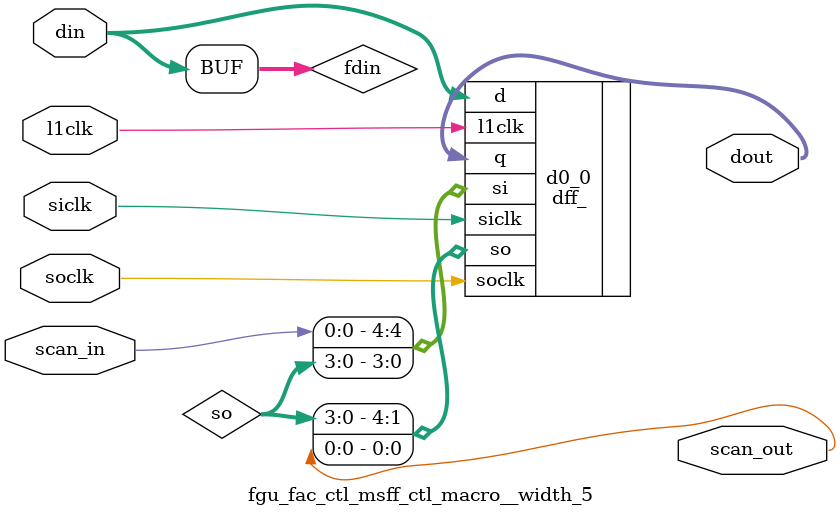
<source format=v>
module fgu_fac_ctl (
  dec_frf_r1_addr_d, 
  dec_frf_r1_vld_d, 
  dec_frf_r2_vld_d, 
  dec_frf_r1_32b_d, 
  dec_frf_r2_32b_d, 
  dec_frf_r1_odd32b_d, 
  dec_frf_r2_odd32b_d, 
  dec_frf_w_vld_d, 
  dec_frf_w_addr_d, 
  dec_frf_w_32b_d, 
  dec_frf_w_odd32b_d, 
  dec_fgu_valid_e, 
  dec_exu_src_vld_d, 
  dec_irf_w_addr_d, 
  dec_spu_grant_d, 
  dec_frf_store_d, 
  dec_fsr_store_d, 
  dec_flush_f1, 
  dec_flush_f2, 
  dec_fgu_op3_d, 
  dec_fgu_opf_d, 
  dec_fgu_decode_d, 
  dec_fgu_tid_d, 
  fgu_cmp_fcc_tid_fx2, 
  fgu_fld_fcc_vld_fx3, 
  fgu_fprs_fef, 
  fgu_divide_completion, 
  tlu_flush_fgu_b, 
  tlu_ceter_pscce, 
  tlu_cerer_frf, 
  spc_core_running_status, 
  fgu_fpx_trap_tid_fw, 
  fgu_fpd_trap_tid_fw, 
  fpc_pre_div_flush_fx2, 
  fpc_div_default_res_fx2, 
  fpc_fsr_w1_vld_fx5, 
  fpc_fcc_vld_fx5, 
  fpc_fpx_unfin_fb, 
  fpc_fpd_unfin_fb, 
  fpc_stfsr_en_fx3to5, 
  fac_tlu_flush_fx3, 
  fac_dec_valid_fx1, 
  fac_fpx_itype_fx1, 
  fac_fpx_dtype_fx1, 
  fac_fpx_stype_fx1, 
  fac_fpx_sign_instr_fx1, 
  fac_fpx_rnd_trunc_fx1, 
  fac_fpx_mulscc_fx1, 
  fac_fpx_saverestore_fx1, 
  fac_fpx_nv_vld_fx1, 
  fac_fpx_of_vld_fx1, 
  fac_fpx_uf_vld_fx1, 
  fac_fpx_dz_vld_fx1, 
  fac_fpx_nx_vld_fx1, 
  fac_fpx_unfin_vld_fx1, 
  fac_fpx_sp_dest_fx1, 
  fac_fpx_sp_src_fx1, 
  fac_fgx_instr_fx4, 
  fac_w1_vld_fx1, 
  fac_w1_odd32b_fx1, 
  fac_gsr_w_vld_fx2, 
  fac_dec_valid_noflush_fx5, 
  fgd_gsr_asr_mask_fx4_b31, 
  fac_fgx_mvcond_fx2, 
  fac_fgx_mvucond_fx2, 
  fac_fgx_abs_fx2, 
  fac_fgx_neg_fx2, 
  fac_fgx_logical_fx2, 
  fac_fgx_expand_fx2, 
  fac_fgx_merge_fx2, 
  fac_fgx_align_fx2, 
  fac_fgx_shuffle_fx2, 
  fac_fgx_pack16_fx2, 
  fac_fgx_pack32_fx2, 
  fac_fgx_packfix_fx2, 
  fac_fgx_pdist_fx1, 
  fac_fgx_popc_fx2, 
  fac_fgx_siam_fx2, 
  fac_fgx_pack_sel_fx2, 
  fac_opf_fx2, 
  fac_gsr_asr_tid_fx2, 
  fac_tid_fx2, 
  fac_rng_fprs, 
  fac_rng_rd_fprs_4f, 
  fac_rng_wr_gsr_3f, 
  fac_rng_rd_gsr_4f, 
  fac_rng_rd_ecc_4f, 
  fac_rng_rd_or_wr_3f, 
  fad_w1_tid_fw, 
  fad_w1_vld_fw, 
  fad_w2_addr_fw1_b4, 
  fad_w2_tid_fw1, 
  fad_w2_vld_fw1, 
  fac_frf_r1_addr_e, 
  fac_tid_e, 
  fac_aman_fmt_sel_e, 
  fac_bman_fmt_sel_e, 
  fac_fst_fmt_sel_fx1, 
  fac_w1_addr_fb, 
  fac_fpd_addr_fb, 
  fac_w1_32b_fb, 
  fac_fpd_32b_fb, 
  fac_w1_odd32b_fb, 
  fac_fpd_odd32b_fb, 
  fac_w1_tid_fb, 
  fac_fpd_tid_fb, 
  fac_fsr_store_fx2, 
  fac_exu_src_e, 
  fac_fsr0_sel_fw, 
  fac_fsr1_sel_fw, 
  fac_fsr2_sel_fw, 
  fac_fsr3_sel_fw, 
  fac_fsr4_sel_fw, 
  fac_fsr5_sel_fw, 
  fac_fsr6_sel_fw, 
  fac_fsr7_sel_fw, 
  fac_pre_fcc_vld_fx2, 
  fac_fcmpe_fx1, 
  fac_rs2_rotate_sel_e, 
  fac_i2f_sel_e, 
  fac_force_swap_blta_fx1, 
  fac_force_noswap_blta_fx1, 
  fac_xr_mode_fx1, 
  fac_rs1_sel_fx1, 
  fac_rs2_sel_fx1, 
  fac_8x16_rnd_fx3, 
  fac_scff_sel_fx3, 
  fac_accum_sel_fx3, 
  fac_result_sel_fx4, 
  fac_ma_result_en_fx4, 
  fdc_finish_int_early, 
  fdc_finish_fltd_early, 
  fdc_finish_flts_early, 
  fac_div_flush_fx3, 
  fac_div_valid_fx1, 
  fac_divq_valid_fx1, 
  fac_div_control_fx1, 
  fac_aexp_fmt_sel_e, 
  fac_bexp_fmt_sel_e, 
  fac_aux_cin_fx1, 
  lsu_fgu_fld_vld_w, 
  lsu_fgu_fld_b, 
  lsu_fgu_fld_tid_b, 
  lsu_fgu_fld_32b_b, 
  lsu_fgu_fsr_load_b, 
  lsu_fgu_pmen, 
  lsu_asi_clken, 
  exu_fgu_gsr_vld_m, 
  exu_fgu_flush_m, 
  fgu_result_tid_fx5, 
  fgu_irf_w_addr_fx5, 
  fgu_exu_cc_vld_fx5, 
  fgu_exu_w_vld_fx5, 
  fec_cecc_fx2, 
  fec_uecc_fx2, 
  fac_r1_vld_fx1, 
  fac_r2_vld_fx1, 
  fac_ecc_trap_en_fx1, 
  fac_tid_d, 
  fac_frf_r1_addr_d, 
  fac_frf_r1_vld_d, 
  spu_fgu_fpy_ctl_d, 
  main_clken, 
  main_clken0, 
  mul_clken, 
  div_clken, 
  vis_clken, 
  asi_clken, 
  coreon_clken, 
  l2clk, 
  scan_in, 
  spc_aclk_wmr, 
  wmr_scan_in, 
  tcu_pce_ov, 
  spc_aclk, 
  spc_bclk, 
  tcu_scan_en, 
  mbi_frf_read_en, 
  mbi_addr, 
  mbi_run, 
  in_rngl_cdbus, 
  fac_mbist_addr_1f, 
  fgu_rngl_cdbus_b64, 
  fgu_rngl_cdbus_b63, 
  scan_out, 
  wmr_scan_out);
wire pce_ov;
wire stop;
wire siclk;
wire soclk;
wire se;
wire l1clk;
wire l1clk_pm2;
wire main_clken_local;
wire l1clk_pm1;
wire spares_scanin;
wire spares_scanout;
wire fgu_pmen_e;
wire mbist_run_1f;
wire [7:0] core_running_status_1f;
wire fgu_decode_e;
wire spu_grant_e;
wire frf_store_fx1;
wire frf_store_fx2;
wire fsr_store_fx1;
wire fpc_stfsr_en_fb;
wire fpc_stfsr_en_fw;
wire fgu_fld_fx3;
wire fgu_fld_fx4;
wire fgu_fld_fx5;
wire fgu_fld_fb;
wire fgu_decode_fx1;
wire gsr_w_vld_fx2;
wire gsr_w_vld_fx3;
wire gsr_w_vld_fx4;
wire rng_rd_or_wr_1f;
wire rng_rd_or_wr_2f;
wire rng_rd_or_wr_4f;
wire rng_rd_or_wr_5f;
wire dec_valid_fx2;
wire dec_valid_fx3;
wire dec_valid_noflush_fx4;
wire dec_valid_noflush_fb;
wire dec_valid_noflush_fw;
wire dec_valid_noflush_fw1;
wire dec_valid_noflush_fw2;
wire spu_grant_fx1;
wire spu_grant_fx2;
wire spu_grant_fx3;
wire spu_grant_fx4;
wire spu_grant_fx5;
wire div_engine_busy_fx1;
wire div_engine_busy_fx2;
wire divq_occupied_fx1;
wire div_finish_fb;
wire div_finish_fw;
wire div_finish_fw1;
wire div_finish_fw2;
wire div_finish_fw3;
wire fpx_itype_mul_e;
wire itype_mul_fx1;
wire itype_mul_fx2;
wire itype_mul_fx3;
wire dec_valid_imul_noflush_fx4;
wire dec_valid_imul_noflush_fx5;
wire dec_valid_imul_noflush_fb;
wire dec_valid_imul_noflush_fw;
wire dec_valid_imul_noflush_fw1;
wire dec_valid_imul_noflush_fw2;
wire fpx_itype_div_e;
wire fgx_instr_e;
wire fgx_instr_fx1;
wire fgx_instr_fx2;
wire fgx_instr_fx3;
wire fgx_instr_fx5;
wire fgx_instr_fb;
wire fgx_instr_fw;
wire fgx_instr_fw1;
wire fgx_instr_fw2;
wire global_asi_clken;
wire rng_rd_ecc_2f;
wire [2:0] rng_wr_tid_2f;
wire [7:0] rng_data_2f_b7_0;
wire mbist_frf_read_en_1f;
wire e_00_scanin;
wire e_00_scanout;
wire e_01_scanin;
wire e_01_scanout;
wire [5:0] op3_e;
wire [7:0] opf_e;
wire r1_vld_e;
wire r2_vld_e;
wire r1_32b_e;
wire r2_32b_e;
wire r1_odd32b_e;
wire r2_odd32b_e;
wire frf_store_e;
wire fsr_store_e;
wire [4:0] irf_w_addr_e;
wire [6:0] spu_fpy_ctl_e;
wire e_02_scanin;
wire e_02_scanout;
wire w1_vld_e;
wire [4:0] w1_addr_e;
wire w1_32b_e;
wire w1_odd32b_e;
wire exu_w_vld_e;
wire e_03_scanin;
wire e_03_scanout;
wire [24:5] i;
wire [4:0] aman_fmt_sel_e;
wire [3:0] bman_fmt_sel_e;
wire [9:0] aexp_fmt_sel_e;
wire [7:0] bexp_fmt_sel_e;
wire [2:0] fpx_itype_e;
wire [2:0] fpx_dtype_e;
wire [1:0] fpx_stype_e;
wire fpx_sign_instr_e;
wire fpx_rnd_trunc_e;
wire fpx_mulscc_e;
wire fpx_saverestore_e;
wire fpx_int_cc_vld_e;
wire fpx_fmul8x16_e;
wire fpx_fmul8x16au_e;
wire fpx_fmul8x16al_e;
wire fpx_fmul8sux16_e;
wire fpx_fmul8ulx16_e;
wire fpx_fmuld8sux16_e;
wire fpx_fmuld8ulx16_e;
wire fpx_nv_vld_e;
wire fpx_of_vld_e;
wire fpx_uf_vld_e;
wire fpx_dz_vld_e;
wire fpx_nx_vld_e;
wire fpx_unfin_vld_e;
wire fgx_mvcond_e;
wire fgx_mvucond_e;
wire fgx_abs_e;
wire fgx_neg_e;
wire fgx_logical_e;
wire fgx_expand_e;
wire fgx_merge_e;
wire fgx_align_e;
wire fgx_shuffle_e;
wire fgx_pack16_e;
wire fgx_pack32_e;
wire fgx_packfix_e;
wire fgx_pdist_e;
wire fgx_popc_e;
wire fgx_siam_e;
wire q_fgx_pdist_e;
wire [3:0] fst_fmt_sel_e;
wire [4:1] q_aman_fmt_sel_e;
wire [3:0] q_bman_fmt_sel_e;
wire [8:1] q_aexp_fmt_sel_e;
wire [3:1] q_bexp_fmt_sel_e;
wire fpx_sp_dest_e;
wire [1:0] q_w1_vld_e;
wire [1:0] cc_target_e;
wire [3:0] pre_fcc_vld_e;
wire [2:0] i_fsr_w2_vld_fb;
wire div_finish_fltd_fb;
wire div_finish_flts_fb;
wire fsr_w1_qvld_fb;
wire [1:0] fsr_w1_vld_fb;
wire pre_fcc_vld_fb;
wire [3:0] fcc_vld_fb;
wire fsr_w2_qvld_fb;
wire [5:0] fsr0_sel_fb;
wire [5:0] fsr1_sel_fb;
wire [5:0] fsr2_sel_fb;
wire [5:0] fsr3_sel_fb;
wire [5:0] fsr4_sel_fb;
wire [5:0] fsr5_sel_fb;
wire [5:0] fsr6_sel_fb;
wire [5:0] fsr7_sel_fb;
wire [1:0] q_r1_vld_e;
wire [1:0] q_r2_vld_e;
wire force_swap_blta_e;
wire force_noswap_blta_e;
wire xr_mode_e;
wire [4:0] rs1_sel_e;
wire [3:0] rs2_sel_e;
wire [1:0] rnd_8x16_e;
wire [5:0] result_sel_e;
wire div_valid_e;
wire pre_div_flush_fx3;
wire div_dec_issue_fx3;
wire divq_valid_e;
wire div_engine_busy_e;
wire div_finish_early;
wire div_dec_issue_e;
wire div_divq_issue_e;
wire div_divq_load_e;
wire div_hold_e;
wire divq_occupied_e;
wire [2:0] div_tid_in_e;
wire [2:0] divq_tid_fx1;
wire [2:0] div_tid_fx1;
wire [4:0] div_irf_addr_in_e;
wire [4:0] divq_irf_addr_fx1;
wire [4:0] div_irf_addr_fx1;
wire div_cc_vld_in_e;
wire divq_cc_vld_fx1;
wire div_cc_vld_fx1;
wire div_odd32b_in_e;
wire divq_odd32b_fx1;
wire div_odd32b_fx1;
wire div_32b_in_e;
wire divq_32b_fx1;
wire div_32b_fx1;
wire [4:0] div_frf_addr_in_e;
wire [4:0] divq_frf_addr_fx1;
wire [4:0] div_frf_addr_fx1;
wire [2:0] divq_tid_in_e;
wire [4:0] divq_irf_addr_in_e;
wire divq_cc_vld_in_e;
wire divq_odd32b_in_e;
wire divq_32b_in_e;
wire [4:0] divq_frf_addr_in_e;
wire [4:0] div_control_e;
wire fx1_00_scanin;
wire fx1_00_scanout;
wire [4:1] opf_fx1;
wire fpx_int_cc_vld_fx1;
wire fgx_mvcond_fx1;
wire fgx_mvucond_fx1;
wire fgx_abs_fx1;
wire fgx_neg_fx1;
wire fgx_logical_fx1;
wire fgx_expand_fx1;
wire fgx_merge_fx1;
wire fgx_align_fx1;
wire fgx_shuffle_fx1;
wire fgx_pack16_fx1;
wire fgx_pack32_fx1;
wire fgx_packfix_fx1;
wire fgx_popc_fx1;
wire i_fgx_siam_fx1;
wire [1:0] rnd_8x16_fx1;
wire [5:0] result_sel_fx1;
wire i_exu_w_vld_fx1;
wire [4:0] irf_w_addr_fx1;
wire div_dec_issue_fx1;
wire div_divq_issue_fx1;
wire [5:0] spu_fpy_ctl_fx1;
wire fx1_01_scanin;
wire fx1_01_scanout;
wire [4:0] w1_addr_fx1;
wire w1_32b_fx1;
wire [2:0] tid_fx1;
wire [1:0] q_w1_vld_fx1;
wire cerer_frf_fx1;
wire [7:0] ceter_pscce_fx1;
wire fx1_02_scanin;
wire fx1_02_scanout;
wire [3:0] pre_fcc_vld_fx1;
wire fgx_pack_sel_fx1;
wire fgx_moves_fx1;
wire fgx_siam_fx1;
wire exu_w_vld_fx1;
wire q_div_default_res_fx3;
wire div_default_res_fx3;
wire dec_flush_fx3;
wire [7:0] divide_completion_fx1;
wire [2:0] tid_fx3;
wire fx2_00_scanin;
wire fx2_00_scanout;
wire [4:0] w1_addr_fx2;
wire w1_32b_fx2;
wire w1_odd32b_fx2;
wire [2:0] tid_fx2;
wire i_exu_w_vld_fx2;
wire [4:0] irf_w_addr_fx2;
wire fx2_01_scanin;
wire fx2_01_scanout;
wire [1:0] rnd_8x16_fx2;
wire [5:0] result_sel_fx2;
wire fpx_int_cc_vld_fx2;
wire dec_flush_fx2;
wire [3:0] i_pre_fcc_vld_fx2;
wire div_dec_issue_fx2;
wire div_divq_issue_fx2;
wire [2:0] itype_fx2;
wire [5:0] spu_fpy_ctl_fx2;
wire rs2_sel_fx2_b2;
wire fx2_02_scanin;
wire fx2_02_scanout;
wire exu_flush_fx2;
wire [2:0] rng_wr_tid_3f;
wire dec_valid_noflush_fx2;
wire exu_w_vld_fx2;
wire pre_fcc_vld_fx2;
wire [1:0] i_fld_fcc_vld_fx2;
wire [3:0] scff_sel_fx2;
wire [6:0] accum_sel_fx2;
wire fx3_00_scanin;
wire fx3_00_scanout;
wire [4:0] w1_addr_fx3;
wire w1_32b_fx3;
wire w1_odd32b_fx3;
wire [5:0] result_sel_fx3;
wire i_exu_w_vld_fx3;
wire [4:0] irf_w_addr_fx3;
wire fpx_int_cc_vld_fx3;
wire i_pre_div_flush_fx3;
wire [2:0] itype_fx3;
wire [5:5] spu_fpy_ctl_fx3;
wire i_pre_fcc_vld_fx3;
wire i_dec_valid_noflush_fx3;
wire fx3_01_scanin;
wire fx3_01_scanout;
wire pre_fcc_vld_fx3;
wire dec_valid_noflush_fx3;
wire dec_valid_imul_noflush_fx3;
wire exu_w_vld_fx3;
wire fx4_00_scanin;
wire fx4_00_scanout;
wire [4:0] w1_addr_fx4;
wire w1_32b_fx4;
wire w1_odd32b_fx4;
wire [2:0] tid_fx4;
wire exu_w_vld_fx4;
wire [4:0] i_irf_w_addr_fx4;
wire i_int_cc_vld_fx4;
wire [5:5] spu_fpy_ctl_fx4;
wire pre_fcc_vld_fx4;
wire [2:0] irf_result_tid_fx4;
wire [4:0] irf_w_addr_fx4;
wire exu_cc_vld_fx4;
wire fx5_00_scanin;
wire fx5_00_scanout;
wire [4:0] w1_addr_fx5;
wire w1_32b_fx5;
wire w1_odd32b_fx5;
wire [2:0] tid_fx5;
wire i_exu_w_vld_fx5;
wire irf_result_tid_fx5_b2;
wire exu_cc_vld_fx5;
wire pre_fcc_vld_fx5;
wire div_finish_int_fb;
wire fb_00_scanin;
wire fb_00_scanout;
wire fw_00_scanin;
wire fw_00_scanout;
wire w1_addr_fw_b4;
wire fw_01_scanin;
wire fw_01_scanout;
wire [3:0] i_fsr0_sel_fw;
wire [3:0] i_fsr1_sel_fw;
wire [3:0] i_fsr2_sel_fw;
wire [3:0] i_fsr3_sel_fw;
wire [3:0] i_fsr4_sel_fw;
wire [3:0] i_fsr5_sel_fw;
wire [3:0] i_fsr6_sel_fw;
wire [3:0] i_fsr7_sel_fw;
wire [2:0] lsu_fgu_fld_tid_fw;
wire [1:0] i_fsr_w2_vld_fw;
wire [1:0] fsr_w2_vld_fw;
wire fprs_frf_ctl_scanin;
wire fprs_frf_ctl_scanout;
wire [4:4] fprs_w1_addr;
wire [2:0] fprs_w1_tid;
wire [1:0] fprs_w1_vld;
wire [4:4] fprs_w2_addr;
wire [2:0] fprs_w2_tid;
wire [1:0] fprs_w2_vld;
wire [3:0] fprs_tid0_sel;
wire rng_wr_fprs_3f;
wire [2:0] din_fprs_tid0;
wire [2:0] fprs_tid0;
wire fprstid0_wmr_scanin;
wire fprstid0_wmr_scanout;
wire [2:2] fprs_tid0_;
wire [3:0] fprs_tid1_sel;
wire [2:0] din_fprs_tid1;
wire [2:0] fprs_tid1;
wire fprstid1_wmr_scanin;
wire fprstid1_wmr_scanout;
wire [2:2] fprs_tid1_;
wire [3:0] fprs_tid2_sel;
wire [2:0] din_fprs_tid2;
wire [2:0] fprs_tid2;
wire fprstid2_wmr_scanin;
wire fprstid2_wmr_scanout;
wire [2:2] fprs_tid2_;
wire [3:0] fprs_tid3_sel;
wire [2:0] din_fprs_tid3;
wire [2:0] fprs_tid3;
wire fprstid3_wmr_scanin;
wire fprstid3_wmr_scanout;
wire [2:2] fprs_tid3_;
wire [3:0] fprs_tid4_sel;
wire [2:0] din_fprs_tid4;
wire [2:0] fprs_tid4;
wire fprstid4_wmr_scanin;
wire fprstid4_wmr_scanout;
wire [2:2] fprs_tid4_;
wire [3:0] fprs_tid5_sel;
wire [2:0] din_fprs_tid5;
wire [2:0] fprs_tid5;
wire fprstid5_wmr_scanin;
wire fprstid5_wmr_scanout;
wire [2:2] fprs_tid5_;
wire [3:0] fprs_tid6_sel;
wire [2:0] din_fprs_tid6;
wire [2:0] fprs_tid6;
wire fprstid6_wmr_scanin;
wire fprstid6_wmr_scanout;
wire [2:2] fprs_tid6_;
wire [3:0] fprs_tid7_sel;
wire [2:0] din_fprs_tid7;
wire [2:0] fprs_tid7;
wire fprstid7_wmr_scanin;
wire fprstid7_wmr_scanout;
wire [2:2] fprs_tid7_;
wire [2:0] din_rng_fprs;
wire fprs_rng_scanin;
wire fprs_rng_scanout;
wire rng_stg1_scanin;
wire rng_stg1_scanout;
wire rng_ctl_1f;
wire rng_valid_1f;
wire [62:48] rng_data_1f;
wire [7:0] rng_data_1f_b7_0;
wire rng_rd_1f;
wire rng_wr_1f;
wire rng_rd_gsr_1f;
wire rng_wr_gsr_1f;
wire rng_rd_fprs_1f;
wire rng_wr_fprs_1f;
wire rng_rd_ecc_1f;
wire rng_stg2_scanin;
wire rng_stg2_scanout;
wire rng_wr_gsr_2f;
wire rng_rd_gsr_2f;
wire rng_rd_fprs_2f;
wire rng_wr_fprs_2f;
wire rng_6463_scanin;
wire rng_6463_scanout;
wire rng_ctl_2f;
wire rng_valid_2f;
wire rng_ctl_3f;
wire rng_cdbus_3f_b63;
wire rng_valid_3f;
wire rng_stg3_scanin;
wire rng_stg3_scanout;
wire rng_rd_gsr_3f;
wire rng_rd_fprs_3f;
wire rng_rd_ecc_3f;
wire rng_b64_default_sel;
wire rng_stg4_scanin;
wire rng_stg4_scanout;



// ----------------------------------------------------------------------------
// Interface with DEC
// ----------------------------------------------------------------------------

input    [4:0] dec_frf_r1_addr_d;
input          dec_frf_r1_vld_d;
input          dec_frf_r2_vld_d;
input          dec_frf_r1_32b_d;
input          dec_frf_r2_32b_d;
input          dec_frf_r1_odd32b_d;
input          dec_frf_r2_odd32b_d;

input          dec_frf_w_vld_d;
input    [4:0] dec_frf_w_addr_d;
input          dec_frf_w_32b_d;
input          dec_frf_w_odd32b_d;

input          dec_fgu_valid_e;
input          dec_exu_src_vld_d;
input    [4:0] dec_irf_w_addr_d;

input          dec_spu_grant_d;
input          dec_frf_store_d;
input          dec_fsr_store_d;

input          dec_flush_f1;           // flush fx2 (xmit in fx1/m)
input          dec_flush_f2;           // flush fx3 (xmit in fx2/b)

input    [5:0] dec_fgu_op3_d;
input    [7:0] dec_fgu_opf_d;
input          dec_fgu_decode_d;       // FGU instr issue valid (d stage)
input    [2:0] dec_fgu_tid_d;

output   [2:0] fgu_cmp_fcc_tid_fx2;    // fcmp  fcc data TID
output   [1:0] fgu_fld_fcc_vld_fx3;    // ldfsr fcc data valid {fcc3, fcc2, fcc1}, fcc0
output   [7:0] fgu_fprs_fef;           // FPRS.fef for each TID

output   [7:0] fgu_divide_completion;  // FPD completion/TID

// ----------------------------------------------------------------------------
// Interface with TLU
// ----------------------------------------------------------------------------

input          tlu_flush_fgu_b;        // flush fx3, non-load (xmit in fx2/b)
input    [7:0] tlu_ceter_pscce;        // core error trap enable reg precise enable
input          tlu_cerer_frf;          // FRF ecc error trap enable
input    [7:0] spc_core_running_status; // thread active

output   [2:0] fgu_fpx_trap_tid_fw;
output   [2:0] fgu_fpd_trap_tid_fw;

// ----------------------------------------------------------------------------
// Interface with FPC
// ----------------------------------------------------------------------------

input          fpc_pre_div_flush_fx2;
input          fpc_div_default_res_fx2; // fdiv/fsqrt default result
input    [1:0] fpc_fsr_w1_vld_fx5;     // FSR w1 write valid
input    [3:0] fpc_fcc_vld_fx5;
input          fpc_fpx_unfin_fb;
input          fpc_fpd_unfin_fb;
input          fpc_stfsr_en_fx3to5;    // store FSR clears ftt

output         fac_tlu_flush_fx3;
output         fac_dec_valid_fx1;
output   [2:0] fac_fpx_itype_fx1;      // instr type:
                                       // add=000, fpfp=001, fpint=010, intfp=011, cmp=100, mul=101, div=110, sqrt=111
output   [2:0] fac_fpx_dtype_fx1;      // destination type:
                                       // sp=000, dp=001, 16bit=010, 32bit=011, 64bit=100
output   [1:0] fac_fpx_stype_fx1;      // source type (for conversions & FsMULd/FMULd):
                                       // sp=00, dp=01, 32bit=10, 64bit=11
output         fac_fpx_sign_instr_fx1; // sign of the instr (1 if: FSUB(s,d),
                                       // FPSUB{16,32}{s})
output         fac_fpx_rnd_trunc_fx1;  // force rnd mode to truncate
                                       // (1 if: F(s,d)TOi, F(s,d)TOx,
                                       // FPADD{16,32}{s}, FPSUB{16,32}{s},
                                       // IMUL, IDIV, MULScc, 8x16 mul, SAVE, RESTORE
output         fac_fpx_mulscc_fx1;     // MULScc
output         fac_fpx_saverestore_fx1;// SAVE or RESTORE
output         fac_fpx_nv_vld_fx1;     // set if instr updates invalid exception flag
output         fac_fpx_of_vld_fx1;     // set if instr updates overflow exception flag
output         fac_fpx_uf_vld_fx1;     // set if instr updates underflow exception flag
output         fac_fpx_dz_vld_fx1;     // set if instr updates divide by zero exception flag
output         fac_fpx_nx_vld_fx1;     // set if instr updates inexact exception flag
output         fac_fpx_unfin_vld_fx1;  // set if instr can generate unfinished_FPop

output         fac_fpx_sp_dest_fx1;    // sp destination
output         fac_fpx_sp_src_fx1;     // sp source
output         fac_fgx_instr_fx4;      // FGX instr decoded
output   [1:0] fac_w1_vld_fx1;
output         fac_w1_odd32b_fx1;
output   [1:0] fac_gsr_w_vld_fx2;
output         fac_dec_valid_noflush_fx5;

// ----------------------------------------------------------------------------
// Interface with FGD
// ----------------------------------------------------------------------------

input          fgd_gsr_asr_mask_fx4_b31;

output         fac_fgx_mvcond_fx2;     // FMOV (conditional upon cc or r)
output         fac_fgx_mvucond_fx2;    // FMOV (unconditional)
output         fac_fgx_abs_fx2;        // FABS
output         fac_fgx_neg_fx2;        // FNEG
output         fac_fgx_logical_fx2;    // logical instructions
output         fac_fgx_expand_fx2;     // FEXPAND
output         fac_fgx_merge_fx2;      // FPMERGE
output         fac_fgx_align_fx2;      // FALIGNDATA
output         fac_fgx_shuffle_fx2;    // BSHUFFLE
output         fac_fgx_pack16_fx2;     // FPACK16
output         fac_fgx_pack32_fx2;     // FPACK32
output         fac_fgx_packfix_fx2;    // FPACKFIX
output         fac_fgx_pdist_fx1;      // PDIST
output         fac_fgx_popc_fx2;       // POPC
output         fac_fgx_siam_fx2;       // SIAM

output         fac_fgx_pack_sel_fx2;   // FPACK16,FPACK32,FPACKFIX

output   [4:1] fac_opf_fx2;            // instr opf field
output   [2:0] fac_gsr_asr_tid_fx2;
output   [2:0] fac_tid_fx2;

output   [2:0] fac_rng_fprs;           // ASR FPRS read data
output         fac_rng_rd_fprs_4f;     // ASR FPRS read
output         fac_rng_wr_gsr_3f;      // ASR GSR  write valid
output         fac_rng_rd_gsr_4f;      // ASR GSR  read
output         fac_rng_rd_ecc_4f;      // ASI FRF ECC read
output         fac_rng_rd_or_wr_3f;    // ASR GSR/FPRS read or write decoded

// ----------------------------------------------------------------------------
// Interface with FAD
// ----------------------------------------------------------------------------

input    [2:0] fad_w1_tid_fw;          // FRF w1 write TID
input    [1:0] fad_w1_vld_fw;          // FRF w1 write valid (qualified)
input          fad_w2_addr_fw1_b4;     // FRF w2 write addr
input    [2:0] fad_w2_tid_fw1;         // FRF w2 write TID
input    [1:0] fad_w2_vld_fw1;         // FRF w2 write valid (qualified)

output   [4:0] fac_frf_r1_addr_e;
output   [2:0] fac_tid_e;
output   [4:0] fac_aman_fmt_sel_e;     // aop mantissa format mux select
output   [4:0] fac_bman_fmt_sel_e;     // bop mantissa format mux select
output   [3:0] fac_fst_fmt_sel_fx1;    // store format mux select

output   [4:0] fac_w1_addr_fb;         // FRF w1 write addr
output   [4:0] fac_fpd_addr_fb;        // FRF w2 write addr (div/sqrt)
output         fac_w1_32b_fb;          // FRF w1 is 32-bit dest
output         fac_fpd_32b_fb;         // FRF w2 is 32-bit dest (div/sqrt)
output         fac_w1_odd32b_fb;       // FRF w1 is odd 32-bit dest (32 LSBs)
output         fac_fpd_odd32b_fb;      // FRF w2 is odd 32-bit dest (32 LSBs) (div/sqrt)

output   [2:0] fac_w1_tid_fb;          // FRF w1 TID
output   [2:0] fac_fpd_tid_fb;         // FRF w2 TID (div/sqrt)

output         fac_fsr_store_fx2;

output         fac_exu_src_e;

output   [5:0] fac_fsr0_sel_fw;
output   [5:0] fac_fsr1_sel_fw;
output   [5:0] fac_fsr2_sel_fw;
output   [5:0] fac_fsr3_sel_fw;
output   [5:0] fac_fsr4_sel_fw;
output   [5:0] fac_fsr5_sel_fw;
output   [5:0] fac_fsr6_sel_fw;
output   [5:0] fac_fsr7_sel_fw;

// ----------------------------------------------------------------------------
// Interface with FPF
// ----------------------------------------------------------------------------

output   [3:0] fac_pre_fcc_vld_fx2;    // must clear fcc_vld if (nv & TEM)
output         fac_fcmpe_fx1;          // FCMPE, not FCMP
output   [4:0] fac_rs2_rotate_sel_e;   // 001=odd FiTO(s,d), 010=even FiTO(s,d), 100=FiTO(s,d)
output   [1:0] fac_i2f_sel_e;          // 01=F(i,x)TO(s,d), 10=~F(i,x)TO(s,d)
output         fac_force_swap_blta_fx1; // force the swap_blta condition
output         fac_force_noswap_blta_fx1; // force the ~swap_blta condition

// ----------------------------------------------------------------------------
// Interface with FPY
// ----------------------------------------------------------------------------

output	       fac_xr_mode_fx1;	       //  0  : Int or Float
			               //  1  : XOR mult

output   [4:0] fac_rs1_sel_fx1;	       // [0] : FMUL8SUx16 or FMULD8SUx16
				       // [1] : FMUL8x16   or FMUL8x16AU  or FMUL8x16AL
				       // [2] : FMUL8ULx16 or FMULD8ULx16
				       // [3] : MA Int / XOR   forward of last MA result
				       // [4] : MA Int / XOR unforwarded
				       // Def : 64 * 64 Multiply

output   [3:0] fac_rs2_sel_fx1;	       // [0] : FMUL8x16AU
				       // [1] : FMUL8x16AL
				       // [2] : all 8x16
				       // [3] : MA Int / XOR
				       // Def : 64 * 64 Multiply

output   [1:0] fac_8x16_rnd_fx3;       // [0] : FMUL8x16 or FMUL8x16AU or FMUL8x16AL or FMUL8SUx16
				       // [1] : FMUL8ULx16

output   [3:0] fac_scff_sel_fx3;       // [0] : Int, Float, MA Int
				       // [1] : all 8x16
				       // [2] : MA Int   * 2
				       // [3] : XOR mult
				       // Def : XOR mult * 2

output   [6:0] fac_accum_sel_fx3;      // [0] : Write ACCUM with result
				       // [1] : Add ACCUM to Mult product
				       // [2] : XOR Mult w/        ACCUM
				       // [3] : XOR Mult w/        ACCUM >> 64
				       // [4] : XOR Mult       w/o ACCUM
				       // [5] : XOR Mult       w/o ACCUM >> 64
				       // [6] : Int Mult w/ or w/o ACCUM
 				       // Def : Int Mult w/ or w/o ACCUM >> 64

output   [5:0] fac_result_sel_fx4;     // [0] : FMUL8x16   or FMUL8x16AU or FMUL8x16AL or FMUL8SUx16
				       // [1] : FMUL8ULx16
				       // [2] : FMULD8SUx16
				       // [3] : FMULD8ULx16
				       // [4] : XOR multiply w/ ACCUMUMATE
				       // [5] : Float
				       // Def : Integer, MA Integer w/ and w/o ACCUMULATE, XOR w/o ACCUMULATE

output	       fac_ma_result_en_fx4;   //  1  : Save last MA result in shadow flop

// ----------------------------------------------------------------------------
// Interface with FDC
// ----------------------------------------------------------------------------

input          fdc_finish_int_early;
input 	       fdc_finish_fltd_early;
input          fdc_finish_flts_early;
output         fac_div_flush_fx3;
output         fac_div_valid_fx1;
output         fac_divq_valid_fx1;
output   [4:0] fac_div_control_fx1;    // [4:0]  :
                                       //  0000  : Float Divide Single
                                       //  0010  : Float Divide Double
                                       //  0100  : Integer Unsigned - 32 bit
                                       //  0101  : Integer   Signed - 32 bit
                                       //  0110  : Integer Unsigned - 64 bit
                                       //  0111  : Integer   Signed - 64 bit
                                       //  1000  : Float SQRT   Single
                                       //  1010  : Float SQRT   Double

// ----------------------------------------------------------------------------
// Interface with FPE
// ----------------------------------------------------------------------------

output   [9:0] fac_aexp_fmt_sel_e;     // aop exponent format mux select
output   [7:0] fac_bexp_fmt_sel_e;     // bop exponent format mux select
output         fac_aux_cin_fx1;        // aux exp adder cin

// ----------------------------------------------------------------------------
// Interface with LSU
// ----------------------------------------------------------------------------

input          lsu_fgu_fld_vld_w;
input          lsu_fgu_fld_b;          // FRF load data (unqualified)
input    [2:0] lsu_fgu_fld_tid_b;
input          lsu_fgu_fld_32b_b;
input          lsu_fgu_fsr_load_b;
input          lsu_fgu_pmen;
input          lsu_asi_clken;

// ----------------------------------------------------------------------------
// Interface with EXU
// ----------------------------------------------------------------------------

input    [1:0] exu_fgu_gsr_vld_m;      // GSR data valid {align,mask}
input          exu_fgu_flush_m;        // EXU{1,0} src has bad ECC or exception, FGU must flush instr
output   [1:0] fgu_result_tid_fx5;
output   [4:0] fgu_irf_w_addr_fx5;
output         fgu_exu_cc_vld_fx5;
output   [1:0] fgu_exu_w_vld_fx5;

// ----------------------------------------------------------------------------
// Interface with FEC
// ----------------------------------------------------------------------------

input          fec_cecc_fx2;
input          fec_uecc_fx2;
output   [1:0] fac_r1_vld_fx1;         // FRF r1 read valid (unqualified)
output   [1:0] fac_r2_vld_fx1;         // FRF r2 read valid (unqualified)
output         fac_ecc_trap_en_fx1;

// ----------------------------------------------------------------------------
// Interface with FRF
// ----------------------------------------------------------------------------

output   [2:0] fac_tid_d;
output   [4:0] fac_frf_r1_addr_d;
output         fac_frf_r1_vld_d;

// ----------------------------------------------------------------------------
// Interface with SPU
// ----------------------------------------------------------------------------

input    [6:0] spu_fgu_fpy_ctl_d;      // Mult control

// ----------------------------------------------------------------------------
// Power Management Signals
// ----------------------------------------------------------------------------

output         main_clken;             // main clken: controls fad,fec,fpf,fpe,fac,fic,fpc
output         main_clken0;            // main clken: controls fad,fec,fpf,fpe,fac,fic,fpc
output         mul_clken;              // multiply clken: controls fpy
output         div_clken;              // divide clken: controls fdc,fdd
output         vis_clken;              // vis clken: controls fgd
output         asi_clken;              // asi clken: controls ASI ring stage flops in fgd
output         coreon_clken;           // coreon_clken: controls all "free running" flops in fac,fec,fpc,fad,fgd

// ----------------------------------------------------------------------------
// Global Signals
// ----------------------------------------------------------------------------

input          l2clk;                  // clock input
input	       scan_in;
input          spc_aclk_wmr;
input          wmr_scan_in;
input	       tcu_pce_ov;	       // scan signals
input	       spc_aclk;
input	       spc_bclk;
input          tcu_scan_en;
input          mbi_frf_read_en;        // MBIST
input    [7:0] mbi_addr;               // MBIST
input          mbi_run;                // MBIST
input   [64:0] in_rngl_cdbus;          // ASI local ring

output   [7:0] fac_mbist_addr_1f;      // MBIST
output         fgu_rngl_cdbus_b64;     // ASI local ring
output         fgu_rngl_cdbus_b63;     // ASI local ring
output 	       scan_out;
output         wmr_scan_out;

// scan renames
assign pce_ov = tcu_pce_ov;
assign stop   = 1'b0;
assign siclk  = spc_aclk;
assign soclk  = spc_bclk;
assign se     = tcu_scan_en;
// end scan


fgu_fac_ctl_l1clkhdr_ctl_macro clkgen_freerun (
  .l2clk(l2clk),
  .l1en (1'b1),
  .l1clk(l1clk),
  .pce_ov(pce_ov),
  .stop(stop),
  .se(se)
  );

fgu_fac_ctl_l1clkhdr_ctl_macro clkgen_coreon (
  .l2clk(l2clk),
  .l1en (coreon_clken),
  .l1clk(l1clk_pm2),
  .pce_ov(pce_ov),
  .stop(stop),
  .se(se)
  );

fgu_fac_ctl_l1clkhdr_ctl_macro clkgen_main (
  .l2clk(l2clk),
  .l1en (main_clken_local),
  .l1clk(l1clk_pm1),
  .pce_ov(pce_ov),
  .stop(stop),
  .se(se)
  );

fgu_fac_ctl_spare_ctl_macro__num_5 spares  (  // spares: 13 gates + 1 flop for each "num"
  .scan_in(spares_scanin),
  .scan_out(spares_scanout),
  .l1clk(l1clk),
  .siclk(siclk),
  .soclk(soclk)
  );


// ------------------------------------
// Power management
//   Wakeup conditions:
//   - DEC issues FGU instr (includes frf_store, fsr_store)
//   - DEC grants SPU access to FGU
//   - LSU presents frf_load or fsr_load data
//   - EXU presents bmask or alignaddress data
//   - ASI ring accesses FGU resource (FPRS, GSR, FRF ECC check bits)
//   - WARNING - wakeup for MBIST, Macro Test, other?
//   Remain active conditions:
//   - FGU instr active in any pipe stage
//   - SPU instr active in any pipe stage
//   - divide engine is busy (incl pre and post engine)
//   - ASI ring bypassing non-FGU ctl/data
//   Note: Generally, clks are allowed to remain active for 1 more cyc
//         than the min solution to ensure that any state which controls
//         the update of an architected facility is allowed to clear.
//         Otherwise, when clks are re-enabled, an extra write of the
//         architected facility may occur (but would write that same data).
// ------------------------------------

// coreon_clken: controls all "free running" flops in fac,fec,fpc,fad,fgd

assign  coreon_clken =

  ~fgu_pmen_e               |      // force clken=1 if FGU global power management isn't enabled
  mbist_run_1f              |      // MBIST
  (|core_running_status_1f[7:0]);  // any of the 8 threads are active

// 0in custom -fire ((mul_clken | div_clken | vis_clken) & ~main_clken) -message "Invalid FGU power management state"

// main clken: controls fad,fec,fpf,fpe,fac,fic,fpc

assign  main_clken =  // may be used to turn on fx1 flops

  ~fgu_pmen_e               |  // force clken=1 if FGU global power management isn't enabled

  mbist_run_1f              |  // MBIST

  fgu_decode_e              |  // includes frf_store, fsr_store, bmask, alignaddress
  spu_grant_e               |

  frf_store_fx1             |  // active 1 xtra cyc
  frf_store_fx2             |  // active 2nd xtra cyc to allow fgu_{u,c}ecc_fx2 to clear

  fsr_store_fx1             |
  fac_fsr_store_fx2         |
  fpc_stfsr_en_fx3to5       |  // store FSR clears ftt
  fpc_stfsr_en_fb           |  // allow FSR update
  fpc_stfsr_en_fw           |  // active 1 xtra cyc

  fgu_fld_fx3               |  // frf_load doesn't need to turn on bypass flops because the
                               //   instr in E needing the bypass will take care of that.
                               // fsr_load needs clks on the cyc following lsu_fgu_fsr_load_b
                               //   so the arch fsr is captured.
  fgu_fld_fx4               |  // allow FPRS update
  fgu_fld_fx5               |  // allow FPRS update
  fgu_fld_fb                |  // active 1 xtra cyc

  fgu_decode_fx1            |  // bmask or alignaddress
  gsr_w_vld_fx2             |  // exu_fgu_gsr_vld_m[1:0] needs fx3 and fx4 flop clks on so the
  gsr_w_vld_fx3             |  //   arch gsr (fx4 flop) is captured
  gsr_w_vld_fx4             |  // active 1 xtra cyc

  rng_rd_or_wr_1f           |  // ASI ring accesses FGU resource
  rng_rd_or_wr_2f           |
  fac_rng_rd_or_wr_3f       |  // FRF ECC check bits rd/wr occurs during 3f
  rng_rd_or_wr_4f           |
  rng_rd_or_wr_5f           |  // active 1 xtra cyc

  fac_dec_valid_fx1         |  // E stage is covered in this eq. by fgu_decode_e
  dec_valid_fx2             |
  dec_valid_fx3             |
  dec_valid_noflush_fx4     |
  fac_dec_valid_noflush_fx5 |
  dec_valid_noflush_fb      |
  dec_valid_noflush_fw      |  // allow FPRS update
  dec_valid_noflush_fw1     |  // allow FPRS update
  dec_valid_noflush_fw2     |  // active 1 xtra cyc

  spu_grant_fx1             |  // E stage is covered in this eq. by spu_grant_e
  spu_grant_fx2             |
  spu_grant_fx3             |
  spu_grant_fx4             |
  spu_grant_fx5             |  // active 1 xtra cyc

  div_engine_busy_fx1       |  // cyc prior to engine_busy are covered in this eq. by fgu_decode_e
  div_engine_busy_fx2       |  // ensure fdc internal engine_running_lth has 1 cyc to clear
  divq_occupied_fx1         |
  div_finish_fb             |
  div_finish_fw             |
  div_finish_fw1            |  // allow FPRS update
  div_finish_fw2            |  // allow FPRS update
  div_finish_fw3            ;  // active 1 xtra cyc

assign  main_clken0      = main_clken;
assign  main_clken_local = main_clken;

// multiply clken: controls fpy

assign  mul_clken =

  ~fgu_pmen_e               |  // force clken=1 if FGU global power management isn't enabled

  (fgu_decode_e              & fpx_itype_mul_e  ) |
  (fac_dec_valid_fx1         &     itype_mul_fx1) |
  (dec_valid_fx2             &     itype_mul_fx2) |
  (dec_valid_fx3             &     itype_mul_fx3) |
  dec_valid_imul_noflush_fx4 |
  dec_valid_imul_noflush_fx5 |
  dec_valid_imul_noflush_fb  |
  dec_valid_imul_noflush_fw  |  // allow FPRS update
  dec_valid_imul_noflush_fw1 |  // allow FPRS update
  dec_valid_imul_noflush_fw2 |  // active 1 xtra cyc

  spu_grant_e               |
  spu_grant_fx1             |
  spu_grant_fx2             |
  spu_grant_fx3             |
  spu_grant_fx4             |
  spu_grant_fx5             ;  // active 1 xtra cyc

// divide clken: controls fdc,fdd

assign  div_clken =

  ~fgu_pmen_e               |  // force clken=1 if FGU global power management isn't enabled

  (fgu_decode_e              &      fpx_itype_div_e              ) |
  div_engine_busy_fx1       |
  div_engine_busy_fx2       |  // ensure fdc internal engine_running_lth has 1 cyc to clear
  divq_occupied_fx1         |
  div_finish_fb             |
  div_finish_fw             |
  div_finish_fw1            |  // allow FPRS update
  div_finish_fw2            |  // allow FPRS update
  div_finish_fw3            ;  // active 1 xtra cyc

// vis clken: controls fgd

assign  vis_clken =

  ~fgu_pmen_e               |  // force clken=1 if FGU global power management isn't enabled

  fgu_decode_fx1            |  // bmask or alignaddress
  gsr_w_vld_fx2             |  // exu_fgu_gsr_vld_m[1:0] needs fx3 and fx4 flop clks on so the
  gsr_w_vld_fx3             |  //   arch gsr (fx4 flop) is captured
  gsr_w_vld_fx4             |  // active 1 xtra cyc

  rng_rd_or_wr_1f           |  // ASI ring accesses FGU resource
  rng_rd_or_wr_2f           |
  fac_rng_rd_or_wr_3f       |  // FRF ECC check bits rd/wr occurs during 3f
  rng_rd_or_wr_4f           |
  rng_rd_or_wr_5f           |  // active 1 xtra cyc

  (fgu_decode_e              &      fgx_instr_e                  ) |
  (fac_dec_valid_fx1         &      fgx_instr_fx1                ) |
  (dec_valid_fx2             &      fgx_instr_fx2                ) |
  (dec_valid_fx3             &      fgx_instr_fx3                ) |
  (dec_valid_noflush_fx4     &  fac_fgx_instr_fx4                ) |
  (fac_dec_valid_noflush_fx5 &      fgx_instr_fx5                ) |
  (dec_valid_noflush_fb      &      fgx_instr_fb                 ) |
  (dec_valid_noflush_fw      &      fgx_instr_fw                 ) |  // allow FPRS update
  (dec_valid_noflush_fw1     &      fgx_instr_fw1                ) |  // allow FPRS update
  (dec_valid_noflush_fw2     &      fgx_instr_fw2                ) ;  // active 1 xtra cyc


// ASI clken: controls ASI ring stage flops in fgd

assign  asi_clken = global_asi_clken;  // can be forced active via ASI_SPARC_PWR_MGMT.misc


// ----------------------------------------------------------------------------
//                               D stage
// ----------------------------------------------------------------------------

assign  fac_tid_d[2:0] =
  ({3{ mbist_run_1f                 }} & fac_mbist_addr_1f[7:5]) |  // MBIST
  ({3{~mbist_run_1f &  rng_rd_ecc_2f}} & rng_wr_tid_2f[2:0]    ) |  // ASI
  ({3{~mbist_run_1f & ~rng_rd_ecc_2f}} & dec_fgu_tid_d[2:0]    ) ;  // functional

assign  fac_frf_r1_addr_d[4:0] =
  ({5{ mbist_run_1f                 }} & fac_mbist_addr_1f[4:0]) |  // MBIST
  ({5{~mbist_run_1f &  rng_rd_ecc_2f}} & rng_data_2f_b7_0[7:3] ) |  // ASI
  ({5{~mbist_run_1f & ~rng_rd_ecc_2f}} & dec_frf_r1_addr_d[4:0]) ;  // functional

assign  fac_frf_r1_vld_d =
  (    mbist_run_1f                    & mbist_frf_read_en_1f  ) |  // MBIST
  (   ~mbist_run_1f &  rng_rd_ecc_2f                           ) |  // ASI
  (   ~mbist_run_1f & ~rng_rd_ecc_2f   & dec_frf_r1_vld_d      ) ;  // functional

// 0in custom -fire (rng_rd_ecc_2f & (dec_frf_r1_vld_d | dec_frf_r2_vld_d) & (dec_fgu_decode_d | dec_frf_store_d | (fgx_pdist_e & dec_fgu_valid_e))) -message "FRF_ECC ASI collision with FPop"


// ----------------------------------------------------------------------------
//                               E stage
// ----------------------------------------------------------------------------

fgu_fac_ctl_msff_ctl_macro__width_10 e_00  (
  .scan_in(e_00_scanin),
  .scan_out(e_00_scanout),
  .l1clk(l1clk),
  .din ({mbi_run,      spc_core_running_status[7:0],    lsu_fgu_pmen  }),  // requires free running clk
  .dout({mbist_run_1f,     core_running_status_1f[7:0],     fgu_pmen_e}),
  .siclk(siclk),
  .soclk(soclk)  // requires free running clk
  );

fgu_fac_ctl_msff_ctl_macro__width_37 e_01  (
  .scan_in(e_01_scanin),
  .scan_out(e_01_scanout),
  .l1clk(l1clk_pm2),
  .din ({dec_fgu_op3_d[5:0],      // requires free running clk or dec_fgu_decode_d en
         dec_fgu_opf_d[7:0],      // requires free running clk or dec_fgu_decode_d en
         dec_frf_r1_vld_d,        // requires free running clk or dec_fgu_decode_d en
         dec_frf_r2_vld_d,        // requires free running clk or dec_fgu_decode_d en
         dec_frf_r1_32b_d,        // requires free running clk or dec_fgu_decode_d en
         dec_frf_r2_32b_d,        // requires free running clk or dec_fgu_decode_d en
         dec_frf_r1_odd32b_d,     // requires free running clk or dec_fgu_decode_d en
         dec_frf_r2_odd32b_d,     // requires free running clk or dec_fgu_decode_d en
         dec_frf_store_d,         // requires free running clk or dec_fgu_decode_d en
         dec_fsr_store_d,         // requires free running clk or dec_fgu_decode_d en
         dec_irf_w_addr_d[4:0],   // requires free running clk or dec_fgu_decode_d en
         dec_spu_grant_d,         // requires free running clk or dec_fgu_decode_d en
         spu_fgu_fpy_ctl_d[6:0],  // requires free running clk or dec_fgu_decode_d en
         dec_fgu_decode_d,        // requires free running clk or dec_fgu_decode_d en
         lsu_asi_clken}),         // requires free running clk
  .dout({        op3_e[5:0],
                 opf_e[7:0],
                 r1_vld_e,
                 r2_vld_e,
                 r1_32b_e,
                 r2_32b_e,
                 r1_odd32b_e,
                 r2_odd32b_e,
             frf_store_e,
             fsr_store_e,
             irf_w_addr_e[4:0],
             spu_grant_e,
             spu_fpy_ctl_e[6:0],
                 fgu_decode_e,
         global_asi_clken}),
  .siclk(siclk),
  .soclk(soclk)
  );

fgu_fac_ctl_msff_ctl_macro__width_17 e_02  (
  .scan_in(e_02_scanin),
  .scan_out(e_02_scanout),
  .l1clk(l1clk_pm2),
  .din ({dec_frf_w_vld_d,        // requires free running clk or dec_fgu_decode_d en
         dec_frf_w_addr_d[4:0],  // requires free running clk or dec_fgu_decode_d en
         dec_frf_w_32b_d,        // requires free running clk or dec_fgu_decode_d en
         dec_frf_w_odd32b_d,     // requires free running clk or dec_fgu_decode_d en
         dec_fgu_tid_d[2:0],     // requires free running clk or dec_fgu_decode_d en
         dec_frf_r1_addr_d[4:0], // requires free running clk or dec_fgu_decode_d en
         dec_exu_src_vld_d}),    // requires free running clk or dec_fgu_decode_d en
  .dout({        w1_vld_e,
                 w1_addr_e[4:0],
                 w1_32b_e,
                 w1_odd32b_e,
         fac_tid_e[2:0],
         fac_frf_r1_addr_e[4:0],
             exu_w_vld_e}),
  .siclk(siclk),
  .soclk(soclk)
  );

fgu_fac_ctl_msff_ctl_macro__width_9 e_03  (
  .scan_in(e_03_scanin),
  .scan_out(e_03_scanout),
  .l1clk(l1clk_pm1),
  .din ({mbi_frf_read_en,      mbi_addr[7:0]         }),
  .dout({mbist_frf_read_en_1f, fac_mbist_addr_1f[7:0]}),
  .siclk(siclk),
  .soclk(soclk)
  );

assign i[24:19] = op3_e[5:0];
assign i[12:5] = opf_e[7:0];

// ------------------------------------
// Begin auto/program generated code
// ------------------------------------

assign aman_fmt_sel_e[4] = (!i[12]&!i[11]&!i[10]) | (i[22]) | (i[19]&!i[9]) | (
    i[20]) | (!i[23]);

assign aman_fmt_sel_e[3] = (!i[22]&i[20]&!i[11]&i[9]&!i[7]&!i[6]) | (i[23]&!i[22]
    &!i[12]&!i[11]&!i[10]&i[5]) | (!i[22]&i[19]&!i[9]&i[5]) | (!i[22]
    &i[20]&i[11]&i[10]&i[5]) | (!i[22]&i[20]&!i[8]&i[7]&!i[6]&i[5]) | (
    !i[22]&i[20]&i[11]&i[6]&i[5]) | (!i[22]&i[20]&!i[12]&!i[8]&!i[7]&i[5]);

assign aman_fmt_sel_e[2] = (!i[22]&i[19]&i[9]&i[5]) | (i[23]&!i[22]&!i[20]&!i[19]
    &!i[12]&i[11]&i[5]);

assign aman_fmt_sel_e[1] = (!i[22]&i[19]&i[9]&i[5]) | (i[23]&!i[22]&!i[20]&!i[19]
    &!i[12]&i[11]&i[5]);

assign aman_fmt_sel_e[0] = (!i[22]&i[19]&i[9]&!i[5]) | (i[23]&!i[22]&!i[20]
    &!i[19]&!i[12]&i[11]&!i[5]);

// assign bman_fmt_sel_e[4] = (!i[6]&!i[5]) | (!i[12]&!i[11]&!i[10]) | (i[22]) | (
//     i[19]&!i[9]) | (i[20]) | (!i[23]);

assign bman_fmt_sel_e[3] = (!i[22]&i[20]&!i[8]&!i[7]&i[6]&i[5]) | (i[23]&!i[22]
    &i[12]&i[11]&!i[6]&!i[5]) | (!i[22]&i[20]&!i[8]&i[7]&!i[6]&i[5]) | (
    !i[22]&i[20]&!i[11]&i[9]&i[8]&!i[7]&!i[6]) | (i[23]&!i[22]&!i[12]
    &!i[11]&!i[10]&i[5]) | (!i[22]&i[19]&!i[9]&i[5]) | (!i[22]&i[20]
    &i[11]&i[5]);

assign bman_fmt_sel_e[2] = (!i[22]&i[19]&i[9]&i[5]) | (i[23]&!i[22]&!i[20]&!i[19]
    &i[12]&i[5]) | (i[23]&!i[22]&!i[20]&i[10]&!i[7]&i[5]) | (i[23]&!i[22]
    &!i[20]&!i[19]&i[11]&i[5]);

assign bman_fmt_sel_e[1] = (!i[22]&i[19]&i[9]&i[5]) | (i[23]&!i[22]&!i[20]&!i[19]
    &i[12]&i[5]) | (i[23]&!i[22]&!i[20]&i[10]&!i[7]&i[5]) | (i[23]&!i[22]
    &!i[20]&!i[19]&i[11]&i[5]);

assign bman_fmt_sel_e[0] = (!i[22]&i[19]&i[9]&!i[5]) | (i[23]&!i[22]&!i[20]
    &i[10]&!i[7]&!i[5]) | (i[23]&!i[22]&!i[19]&i[12]&i[6]) | (i[23]&!i[22]
    &!i[20]&!i[19]&i[11]&i[6]);

assign aexp_fmt_sel_e[6] = (!i[6]);

assign aexp_fmt_sel_e[5] = (!i[11]&i[6]);

assign aexp_fmt_sel_e[4] = (!i[11]&i[5]);

assign aexp_fmt_sel_e[3] = (!i[12]);

assign aexp_fmt_sel_e[2] = (!i[12]&i[5]);

assign aexp_fmt_sel_e[1] = (!i[12]&i[5]);

assign aexp_fmt_sel_e[0] = (i[12]&i[7]&i[6]) | (i[12]&i[8]&i[5]) | (i[22]) | (
    i[19]&!i[9]) | (i[20]) | (!i[12]&!i[11]) | (!i[23]);

assign bexp_fmt_sel_e[2] = (i[5]);

assign bexp_fmt_sel_e[1] = (i[5]);

assign bexp_fmt_sel_e[0] = (!i[6]&!i[5]) | (!i[12]&!i[11]&!i[10]) | (i[22]) | (
    i[19]&!i[9]) | (i[20]) | (!i[23]);

assign fpx_itype_e[2] = (!i[22]&i[19]&i[9]) | (i[23]&i[20]&!i[11]&i[9]&!i[7]
    &!i[6]) | (i[23]&i[20]&!i[11]&i[9]&!i[8]) | (i[23]&!i[22]&!i[20]
    &!i[12]&i[11]&i[8]) | (!i[23]&i[19]) | (i[23]&!i[22]&!i[19]&!i[11]
    &i[10]&!i[9]) | (!i[24]);

assign fpx_itype_e[1] = (i[23]&!i[22]&!i[20]&!i[11]&i[10]&!i[7]) | (i[23]&!i[22]
    &i[12]&!i[6]&!i[5]) | (i[23]&!i[22]&!i[20]&!i[19]&i[12]&!i[8]&!i[7]) | (
    !i[23]&i[21]&i[19]) | (i[23]&!i[22]&!i[20]&i[8]&i[7]) | (!i[24]&i[21]);

assign fpx_itype_e[0] = (i[23]&!i[22]&!i[19]&i[12]&i[7]) | (!i[22]&i[20]&!i[11]
    &i[9]&!i[7]&!i[6]) | (i[23]&!i[22]&i[12]&!i[6]&!i[5]) | (!i[22]&i[20]
    &!i[11]&i[9]&!i[8]) | (i[23]&!i[22]&!i[20]&i[10]&!i[7]) | (i[23]
    &!i[22]&!i[20]&i[11]&i[8]&!i[7]) | (!i[21]);

assign fpx_dtype_e[2] = (!i[20]&!i[11]&!i[8]&!i[7]) | (!i[22]&i[10]&i[9]) | (
    !i[23]&!i[20]) | (i[22]&!i[20]) | (!i[21]);

assign fpx_dtype_e[1] = (i[23]&!i[22]&!i[19]&!i[10]&i[9]) | (i[22]&i[21]&i[20]) | (
    i[21]&i[20]&!i[9]);

assign fpx_dtype_e[0] = (!i[22]&i[20]&!i[9]&i[7]) | (i[23]&!i[22]&i[12]&i[11]
    &!i[7]) | (i[23]&!i[22]&!i[12]&!i[10]&i[6]) | (i[23]&!i[22]&!i[20]
    &i[8]&!i[5]) | (i[22]&i[21]&i[20]) | (i[23]&!i[22]&i[11]&i[10]);

assign fpx_stype_e[1] = (!i[6]&!i[5]);

assign fpx_stype_e[0] = (!i[11]&!i[5]) | (i[6]);

assign fpx_sign_instr_e = (i[23]&!i[22]&!i[19]&!i[12]&!i[10]&i[7]);

assign fpx_rnd_trunc_e = (i[12]&!i[8]&!i[7]) | (!i[12]&!i[11]&!i[10]) | (i[22]) | (
    i[19]) | (i[20]) | (!i[23]);

assign fpx_mulscc_e = (!i[23]&!i[22]);

assign fpx_saverestore_e = (i[23]&i[22]&!i[20]);

assign fpx_int_cc_vld_e = (!i[23]&!i[22]) | (!i[24]&i[23]);

assign fpx_fmul8x16_e = (!i[22]&i[20]&!i[11]&i[9]&!i[8]&!i[7]&!i[6]);

assign fpx_fmul8x16au_e = (!i[22]&i[20]&!i[11]&!i[8]&!i[7]&i[6]&i[5]);

assign fpx_fmul8x16al_e = (!i[22]&i[20]&!i[11]&i[9]&!i[8]&i[7]&!i[6]);

assign fpx_fmul8sux16_e = (!i[22]&i[20]&!i[11]&i[9]&!i[8]&!i[5]);

assign fpx_fmul8ulx16_e = (!i[22]&i[20]&!i[11]&i[7]&i[6]&i[5]);

assign fpx_fmuld8sux16_e = (!i[22]&i[20]&!i[11]&i[9]&!i[6]&!i[5]);

assign fpx_fmuld8ulx16_e = (!i[22]&i[20]&!i[11]&i[8]&!i[7]&!i[6]&i[5]);

assign fpx_nv_vld_e = (!i[22]&i[19]&i[9]) | (i[23]&!i[22]&!i[20]&i[10]&!i[7]) | (
    i[23]&!i[22]&!i[20]&!i[19]&i[11]&i[6]) | (i[23]&!i[22]&!i[20]&!i[19]
    &i[11]&i[5]) | (i[23]&!i[22]&!i[20]&!i[19]&i[12]&!i[8]&!i[7]);

assign fpx_of_vld_e = (i[23]&!i[22]&!i[20]&!i[19]&!i[12]&i[11]&!i[10]) | (i[23]
    &!i[22]&!i[20]&!i[19]&i[11]&!i[9]&i[6]);

assign fpx_uf_vld_e = (i[23]&!i[22]&!i[20]&!i[19]&!i[12]&i[11]&!i[10]) | (i[23]
    &!i[22]&!i[20]&!i[19]&i[11]&!i[9]&i[6]);

assign fpx_dz_vld_e = (i[23]&!i[22]&!i[20]&i[8]&i[7]);

assign fpx_nx_vld_e = (i[23]&!i[22]&i[12]&i[8]&i[5]) | (i[23]&!i[22]&!i[20]
    &i[10]&!i[7]) | (i[23]&!i[22]&!i[20]&!i[19]&i[12]&!i[11]) | (i[23]
    &!i[22]&!i[20]&!i[19]&i[11]&!i[8]) | (i[23]&!i[22]&!i[20]&!i[12]
    &i[11]&i[8]);

assign fpx_unfin_vld_e = (i[23]&!i[22]&!i[20]&i[10]&!i[7]) | (i[23]&!i[22]&!i[20]
    &!i[19]&i[11]&i[6]) | (i[23]&!i[22]&!i[20]&!i[19]&i[12]&!i[8]&!i[7]) | (
    i[23]&!i[22]&!i[20]&!i[19]&i[11]&i[5]);

assign fgx_mvcond_e = (!i[22]&i[19]&!i[9]);

assign fgx_mvucond_e = (i[23]&!i[22]&!i[19]&!i[12]&!i[11]&!i[10]&!i[8]&!i[7]);

assign fgx_abs_e = (i[23]&!i[22]&!i[12]&!i[11]&!i[10]&i[8]);

assign fgx_neg_e = (i[23]&!i[22]&!i[12]&!i[11]&!i[10]&i[7]);

assign fgx_logical_e = (!i[22]&i[20]&i[11]&i[10]);

assign fgx_expand_e = (!i[22]&i[20]&!i[10]&i[8]&!i[6]&i[5]);

assign fgx_merge_e = (!i[22]&i[20]&!i[10]&i[8]&i[6]);

assign fgx_align_e = (!i[22]&i[20]&!i[10]&i[8]&!i[7]&!i[5]);

assign fgx_shuffle_e = (!i[22]&i[20]&!i[10]&i[8]&i[7]&!i[5]);

assign fgx_pack16_e = (!i[22]&i[20]&!i[11]&i[8]&i[6]&i[5]);

assign fgx_pack32_e = (!i[22]&i[20]&!i[11]&i[9]&!i[7]&i[6]&!i[5]);

assign fgx_packfix_e = (!i[22]&i[20]&!i[11]&i[8]&i[7]&i[5]);

assign fgx_pdist_e = (!i[22]&i[20]&!i[11]&i[9]&i[8]&i[7]&!i[5]);

assign fgx_popc_e = (i[24]&i[22]&i[20]);

assign fgx_siam_e = (!i[22]&i[20]&i[12]);

assign fpx_itype_mul_e = (!i[22]&i[20]&!i[11]&i[9]&!i[7]&!i[6]) | (i[23]&!i[22]
    &!i[20]&!i[12]&i[11]&i[8]&!i[7]) | (!i[22]&i[20]&!i[11]&i[9]&!i[8]) | (
    !i[21]);

assign fpx_itype_div_e = (i[23]&!i[22]&!i[20]&!i[11]&i[10]&!i[7]) | (!i[23]
    &i[21]&i[19]) | (i[23]&!i[22]&!i[20]&i[8]&i[7]) | (!i[24]&i[21]);

assign fgx_instr_e = (i[24]&i[22]&i[20]) | (!i[22]&i[20]&i[9]&i[8]&i[7]) | (
    !i[22]&i[20]&i[9]&i[8]&i[6]) | (i[23]&!i[22]&!i[12]&!i[11]&!i[10]) | (
    !i[22]&i[20]&i[11]&i[10]) | (!i[22]&i[20]&!i[10]&!i[9]) | (!i[22]
    &i[19]&!i[9]);

// ------------------------------------
// End auto/program generated code
// ------------------------------------

// For single source (or no source) fgu ops that read frf
// ensure that unneeded frf read port isn't enabled by DEC
// Note:
// dec_spu_grant_d, dec_exu_src_vld_d have no frf source
// dec_frf_store_d, dec_fsr_store_d   have rs2 only
//
// rs1 only: FSRC1{s}, FNOT1{s}
// rs2 only: FABS(s,d), FiTO(s,d), FMOV(s,d), FMOV(s,d)cc, FMOV(s,d)r, FNEG(s,d), FSQRT(s,d), F(s,d)TOi,
//           F(s,d)TO(d,s), F(s,d)TOx, FxTO(s,d), FSRC2{s}, FNOT2{s}, FEXPAND, FPACK16, FPACKFIX, PDIST(beat2)
// no frf source: FZERO{s}, FONE{s}, SIAM
//
// 0in custom -fire ( dec_fgu_valid_e & r2_vld_e & ((fgx_logical_e & (opf_e[7:1]==7'b0111010)) | (fgx_logical_e & (opf_e[7:1]==7'b0110101)) )) -message "Invalid FRF rs2 read enable"
//
// 0in custom -fire ( dec_fgu_valid_e & r1_vld_e & (fgx_abs_e | fgx_neg_e | fgx_mvcond_e | fgx_mvucond_e | (fpx_itype_e[2:0]==3'b001) | (fpx_itype_e[2:0]==3'b010) | (fpx_itype_e[2:0]==3'b011) | (fpx_itype_e[2:0]==3'b111) | fgx_expand_e | fgx_pack16_e | fgx_packfix_e | (fgx_logical_e & (opf_e[7:1]==7'b0111100)) | (fgx_logical_e & (opf_e[7:1]==7'b0110011)) )) -message "Invalid FRF rs1 read enable"
//
// 0in custom -fire ($0in_delay(fac_fgx_pdist_fx1,1) & dec_valid_fx2 & $0in_delay(r1_vld_e,1)) -message "Invalid FRF rs1 read enable during PDIST 2nd beat"
//
// 0in custom -fire ( dec_fgu_valid_e & (r1_vld_e | r2_vld_e) & ( fgx_siam_e | (fgx_logical_e & (opf_e[7:1]==7'b0110000)) | (fgx_logical_e & (opf_e[7:1]==7'b0111111)) )) -message "Invalid FRF rs1 or rs2 read enable"
//
// 0in custom -fire (exu_w_vld_e & dec_fgu_valid_e & (r1_vld_e | r2_vld_e)) -message "Invalid FRF read enable during EXU op"
//
// 0in custom -fire (spu_grant_e & (r1_vld_e | r2_vld_e)) -message "Invalid FRF read enable during SPU op"

assign  fac_exu_src_e   = exu_w_vld_e & ~mbist_run_1f;

assign  q_fgx_pdist_e = fgx_pdist_e & fgu_decode_e;  // pdist 2nd beat has fgu_decode_e=1'b0

assign  fst_fmt_sel_e[0] = frf_store_e &  r2_odd32b_e & fgu_decode_e;  // pwr mgmt: aomux free zeros
assign  fst_fmt_sel_e[1] = frf_store_e & ~r2_odd32b_e & fgu_decode_e;  // pwr mgmt: aomux free zeros
assign  fst_fmt_sel_e[2] = fsr_store_e & ~r2_32b_e    & fgu_decode_e;  // pwr mgmt: aomux free zeros
assign  fst_fmt_sel_e[3] = fsr_store_e &  r2_32b_e    & fgu_decode_e;  // pwr mgmt: aomux free zeros

// odd address and store handling equations
// these equations use predecode signals to qualify the auto/program generated format selects

assign  q_aman_fmt_sel_e[1] = aman_fmt_sel_e[1] &  r1_odd32b_e;
assign  q_aman_fmt_sel_e[2] = aman_fmt_sel_e[2] & ~r1_odd32b_e;
assign  q_aman_fmt_sel_e[3] = aman_fmt_sel_e[3] &  r1_odd32b_e;
assign  q_aman_fmt_sel_e[4] = aman_fmt_sel_e[4] & ~r1_odd32b_e;

assign  q_bman_fmt_sel_e[0] =
   fgu_decode_e &  // pdist 2nd beat has fgu_decode_e=1'b0
   bman_fmt_sel_e[0];

assign  q_bman_fmt_sel_e[1] =
   fgu_decode_e &  // pdist 2nd beat has fgu_decode_e=1'b0
   bman_fmt_sel_e[1] &  r2_odd32b_e;

assign  q_bman_fmt_sel_e[2] =
   fgu_decode_e &  // pdist 2nd beat has fgu_decode_e=1'b0
   bman_fmt_sel_e[2] & ~r2_odd32b_e;

assign  q_bman_fmt_sel_e[3] =
   fgu_decode_e &  // pdist 2nd beat has fgu_decode_e=1'b0
   bman_fmt_sel_e[3] &  r2_odd32b_e;

assign  fac_aman_fmt_sel_e[4:0] = {q_aman_fmt_sel_e[4:1], aman_fmt_sel_e[0]};
assign  fac_bman_fmt_sel_e[3:0] =  q_bman_fmt_sel_e[3:0];
assign  fac_bman_fmt_sel_e[4]   = ~(|fac_bman_fmt_sel_e[3:0]);

assign  q_aexp_fmt_sel_e[1] = aexp_fmt_sel_e[1] & r1_odd32b_e;
assign  q_bexp_fmt_sel_e[1] = bexp_fmt_sel_e[1] & r2_odd32b_e;

assign    aexp_fmt_sel_e[7] = (fpx_itype_e[2:0] == 3'b001);        // FdTOs

assign  q_aexp_fmt_sel_e[8] =
  aexp_fmt_sel_e[1] & r1_odd32b_e & (opf_e[6:5] == 2'b11);         // FsMULd

assign    aexp_fmt_sel_e[9] =
  aexp_fmt_sel_e[2]               & (opf_e[6:5] == 2'b11);         // FsMULd

assign  fac_aexp_fmt_sel_e[9:0] = 
  {  aexp_fmt_sel_e[9],
   q_aexp_fmt_sel_e[8],
     aexp_fmt_sel_e[7:2],
   q_aexp_fmt_sel_e[1],
     aexp_fmt_sel_e[0]   };

assign  q_bexp_fmt_sel_e[3] =
  bexp_fmt_sel_e[1] & r2_odd32b_e & (fpx_itype_e[2:0] == 3'b110);  // FDIV

assign    bexp_fmt_sel_e[4] =
  bexp_fmt_sel_e[2]               & (fpx_itype_e[2:0] == 3'b110);  // FDIV

assign    bexp_fmt_sel_e[5] =       (fpx_itype_e[2:0] == 3'b110);  // FDIV

assign    bexp_fmt_sel_e[6] =
  bexp_fmt_sel_e[1] & r2_odd32b_e & (opf_e[6:5] == 2'b11);         // FsMULd

assign    bexp_fmt_sel_e[7] =
  bexp_fmt_sel_e[2]               & (opf_e[6:5] == 2'b11);         // FsMULd

assign  fac_bexp_fmt_sel_e[7:0] = 
  {  bexp_fmt_sel_e[7:4],
   q_bexp_fmt_sel_e[3],
     bexp_fmt_sel_e[2],
   q_bexp_fmt_sel_e[1],
     bexp_fmt_sel_e[0]   };

assign  fpx_sp_dest_e =
  (fpx_dtype_e[2:0] == 3'b000) |  // sp
  (fpx_dtype_e[2:0] == 3'b011) ;  // 32-bit

assign  q_w1_vld_e[0] = w1_vld_e & (~w1_32b_e | (w1_32b_e &  w1_odd32b_e));
assign  q_w1_vld_e[1] = w1_vld_e & (~w1_32b_e | (w1_32b_e & ~w1_odd32b_e));

// for FCMP: w1_addr_e[4]=cc[0], w1_addr_e[0]=cc[1]
assign  cc_target_e[1:0] = {w1_addr_e[0], w1_addr_e[4]};

// must later clear fcc_vld if (nv & TEM) | flush

assign  pre_fcc_vld_e[3] =
  dec_fgu_valid_e &
  (cc_target_e[1:0] == 2'b11)  &
  (fpx_itype_e[2:0] == 3'b100) & (fpx_dtype_e[2:1] == 2'b00);          // FCMP,FCMPE

assign  pre_fcc_vld_e[2] =
  dec_fgu_valid_e &
  (cc_target_e[1:0] == 2'b10)  &
  (fpx_itype_e[2:0] == 3'b100) & (fpx_dtype_e[2:1] == 2'b00);          // FCMP,FCMPE

assign  pre_fcc_vld_e[1] =
  dec_fgu_valid_e &
  (cc_target_e[1:0] == 2'b01)  &
  (fpx_itype_e[2:0] == 3'b100) & (fpx_dtype_e[2:1] == 2'b00);          // FCMP,FCMPE

assign  pre_fcc_vld_e[0] =
  dec_fgu_valid_e &
  (cc_target_e[1:0] == 2'b00)  & 
  (fpx_itype_e[2:0] == 3'b100) & (fpx_dtype_e[2:1] == 2'b00);          // FCMP,FCMPE

assign  i_fsr_w2_vld_fb[0] =                                           // load FSR 32b
  lsu_fgu_fsr_load_b &  lsu_fgu_fld_32b_b;

assign  i_fsr_w2_vld_fb[1] =                                           // load FSR 64b
  lsu_fgu_fsr_load_b & ~lsu_fgu_fld_32b_b;

assign  i_fsr_w2_vld_fb[2] =
  div_finish_fltd_fb | div_finish_flts_fb;                             // div/sqrt, load FSR doesn't update ftt

// 0in custom -fire ((lsu_fgu_fld_vld_w & ($0in_delay((lsu_fgu_fsr_load_b & div_engine_busy_e & (lsu_fgu_fld_tid_b[2:0]==div_tid_in_e[2:0])),1))) | (lsu_fgu_fld_vld_w & ($0in_delay((lsu_fgu_fsr_load_b & (div_finish_fltd_fb | div_finish_flts_fb) & (lsu_fgu_fld_tid_b[2:0]==fac_fpd_tid_fb[2:0])),1))) | (lsu_fgu_fld_vld_w & ($0in_delay((lsu_fgu_fsr_load_b & dec_fgu_valid_e & (lsu_fgu_fld_tid_b[2:0]==fac_tid_e[2:0])),1))) | (lsu_fgu_fld_vld_w & ($0in_delay((lsu_fgu_fsr_load_b & fac_dec_valid_fx1 & (lsu_fgu_fld_tid_b[2:0]==tid_fx1[2:0])),1))) | (lsu_fgu_fld_vld_w & ($0in_delay((lsu_fgu_fsr_load_b & dec_valid_fx2 & (lsu_fgu_fld_tid_b[2:0]==tid_fx2[2:0])),1))) | (lsu_fgu_fld_vld_w & ($0in_delay((lsu_fgu_fsr_load_b & dec_valid_fx3 & (lsu_fgu_fld_tid_b[2:0]==tid_fx3[2:0])),1)))) -message "LDFSR collision with FPop"

assign  fsr_w1_qvld_fb =  // other FPop w1 or fcmp with trap, not unfin
  ~fpc_fpx_unfin_fb &
  (fsr_w1_vld_fb[0] | (pre_fcc_vld_fb & ~(|fcc_vld_fb[3:0])));

assign  fsr_w2_qvld_fb =
  ~fpc_fpd_unfin_fb &
   i_fsr_w2_vld_fb[2];

// ----------------
// FSR tid0 selects
// ----------------

assign  fsr0_sel_fb[5] =
      i_fsr_w2_vld_fb[2]                    & (fac_fpd_tid_fb[2:0]    == 3'd0);

assign  fsr0_sel_fb[4] =    // select w1 {ftt,aexc,cexc}, not fpd {ftt,aexc,cexc}
  (( |fsr_w1_vld_fb[1:0]) | pre_fcc_vld_fb) & (fac_w1_tid_fb[2:0]     == 3'd0);

assign  fsr0_sel_fb[3] =    // enable flop
  (   i_fsr_w2_vld_fb[2]                    & (fac_fpd_tid_fb[2:0]    == 3'd0)) |
  (((|fsr_w1_vld_fb[1:0]) | pre_fcc_vld_fb) & (fac_w1_tid_fb[2:0]     == 3'd0)) ;

assign  fsr0_sel_fb[2:0] =
  ({3{(fsr_w1_vld_fb[1] & (fac_w1_tid_fb[2:0]     == 3'd0))}} & 3'd2) |  // ST(X)FSR
  ({3{(fpc_fpx_unfin_fb & (fac_w1_tid_fb[2:0]     == 3'd0))}} & 3'd2) |  // unfin w1
  ({3{(fpc_fpd_unfin_fb & (fac_fpd_tid_fb[2:0]    == 3'd0))}} & 3'd2) |  // unfin FDIV/FSQRT
  ({3{(fcc_vld_fb[0]    & (fac_w1_tid_fb[2:0]     == 3'd0))}} & 3'd3) |  // FCMP(E) fcc0
  ({3{(fcc_vld_fb[1]    & (fac_w1_tid_fb[2:0]     == 3'd0))}} & 3'd4) |  // FCMP(E) fcc1
  ({3{(fcc_vld_fb[2]    & (fac_w1_tid_fb[2:0]     == 3'd0))}} & 3'd5) |  // FCMP(E) fcc2
  ({3{(fcc_vld_fb[3]    & (fac_w1_tid_fb[2:0]     == 3'd0))}} & 3'd6) |  // FCMP(E) fcc3
  ({3{(fsr_w1_qvld_fb   & (fac_w1_tid_fb[2:0]     == 3'd0))}} & 3'd7) |  // other FPop w1
  ({3{(fsr_w2_qvld_fb   & (fac_fpd_tid_fb[2:0]    == 3'd0))}} & 3'd7) ;  // other FPop FDIV/FSQRT

// ----------------
// FSR tid1 selects
// ----------------

assign  fsr1_sel_fb[5] =
      i_fsr_w2_vld_fb[2]                    & (fac_fpd_tid_fb[2:0]    == 3'd1);

assign  fsr1_sel_fb[4] =    // select w1 {ftt,aexc,cexc}, not fpd {ftt,aexc,cexc}
  (( |fsr_w1_vld_fb[1:0]) | pre_fcc_vld_fb) & (fac_w1_tid_fb[2:0]     == 3'd1);

assign  fsr1_sel_fb[3] =    // enable flop
  (   i_fsr_w2_vld_fb[2]                    & (fac_fpd_tid_fb[2:0]    == 3'd1)) |
  (((|fsr_w1_vld_fb[1:0]) | pre_fcc_vld_fb) & (fac_w1_tid_fb[2:0]     == 3'd1)) ;

assign  fsr1_sel_fb[2:0] =
  ({3{(fsr_w1_vld_fb[1] & (fac_w1_tid_fb[2:0]     == 3'd1))}} & 3'd2) |  // ST(X)FSR
  ({3{(fpc_fpx_unfin_fb & (fac_w1_tid_fb[2:0]     == 3'd1))}} & 3'd2) |  // unfin w1
  ({3{(fpc_fpd_unfin_fb & (fac_fpd_tid_fb[2:0]    == 3'd1))}} & 3'd2) |  // unfin FDIV/FSQRT
  ({3{(fcc_vld_fb[0]    & (fac_w1_tid_fb[2:0]     == 3'd1))}} & 3'd3) |  // FCMP(E) fcc0
  ({3{(fcc_vld_fb[1]    & (fac_w1_tid_fb[2:0]     == 3'd1))}} & 3'd4) |  // FCMP(E) fcc1
  ({3{(fcc_vld_fb[2]    & (fac_w1_tid_fb[2:0]     == 3'd1))}} & 3'd5) |  // FCMP(E) fcc2
  ({3{(fcc_vld_fb[3]    & (fac_w1_tid_fb[2:0]     == 3'd1))}} & 3'd6) |  // FCMP(E) fcc3
  ({3{(fsr_w1_qvld_fb   & (fac_w1_tid_fb[2:0]     == 3'd1))}} & 3'd7) |  // other FPop w1
  ({3{(fsr_w2_qvld_fb   & (fac_fpd_tid_fb[2:0]    == 3'd1))}} & 3'd7) ;  // other FPop FDIV/FSQRT

// ----------------
// FSR tid2 selects
// ----------------

assign  fsr2_sel_fb[5] =
      i_fsr_w2_vld_fb[2]                    & (fac_fpd_tid_fb[2:0]    == 3'd2);

assign  fsr2_sel_fb[4] =    // select w1 {ftt,aexc,cexc}, not fpd {ftt,aexc,cexc}
  (( |fsr_w1_vld_fb[1:0]) | pre_fcc_vld_fb) & (fac_w1_tid_fb[2:0]     == 3'd2);

assign  fsr2_sel_fb[3] =    // enable flop
  (   i_fsr_w2_vld_fb[2]                    & (fac_fpd_tid_fb[2:0]    == 3'd2)) |
  (((|fsr_w1_vld_fb[1:0]) | pre_fcc_vld_fb) & (fac_w1_tid_fb[2:0]     == 3'd2)) ;

assign  fsr2_sel_fb[2:0] =
  ({3{(fsr_w1_vld_fb[1] & (fac_w1_tid_fb[2:0]     == 3'd2))}} & 3'd2) |  // ST(X)FSR
  ({3{(fpc_fpx_unfin_fb & (fac_w1_tid_fb[2:0]     == 3'd2))}} & 3'd2) |  // unfin w1
  ({3{(fpc_fpd_unfin_fb & (fac_fpd_tid_fb[2:0]    == 3'd2))}} & 3'd2) |  // unfin FDIV/FSQRT
  ({3{(fcc_vld_fb[0]    & (fac_w1_tid_fb[2:0]     == 3'd2))}} & 3'd3) |  // FCMP(E) fcc0
  ({3{(fcc_vld_fb[1]    & (fac_w1_tid_fb[2:0]     == 3'd2))}} & 3'd4) |  // FCMP(E) fcc1
  ({3{(fcc_vld_fb[2]    & (fac_w1_tid_fb[2:0]     == 3'd2))}} & 3'd5) |  // FCMP(E) fcc2
  ({3{(fcc_vld_fb[3]    & (fac_w1_tid_fb[2:0]     == 3'd2))}} & 3'd6) |  // FCMP(E) fcc3
  ({3{(fsr_w1_qvld_fb   & (fac_w1_tid_fb[2:0]     == 3'd2))}} & 3'd7) |  // other FPop w1
  ({3{(fsr_w2_qvld_fb   & (fac_fpd_tid_fb[2:0]    == 3'd2))}} & 3'd7) ;  // other FPop FDIV/FSQRT

// ----------------
// FSR tid3 selects
// ----------------

assign  fsr3_sel_fb[5] =
      i_fsr_w2_vld_fb[2]                    & (fac_fpd_tid_fb[2:0]    == 3'd3);

assign  fsr3_sel_fb[4] =    // select w1 {ftt,aexc,cexc}, not fpd {ftt,aexc,cexc}
  (( |fsr_w1_vld_fb[1:0]) | pre_fcc_vld_fb) & (fac_w1_tid_fb[2:0]     == 3'd3);

assign  fsr3_sel_fb[3] =    // enable flop
  (   i_fsr_w2_vld_fb[2]                    & (fac_fpd_tid_fb[2:0]    == 3'd3)) |
  (((|fsr_w1_vld_fb[1:0]) | pre_fcc_vld_fb) & (fac_w1_tid_fb[2:0]     == 3'd3)) ;

assign  fsr3_sel_fb[2:0] =
  ({3{(fsr_w1_vld_fb[1] & (fac_w1_tid_fb[2:0]     == 3'd3))}} & 3'd2) |  // ST(X)FSR
  ({3{(fpc_fpx_unfin_fb & (fac_w1_tid_fb[2:0]     == 3'd3))}} & 3'd2) |  // unfin w1
  ({3{(fpc_fpd_unfin_fb & (fac_fpd_tid_fb[2:0]    == 3'd3))}} & 3'd2) |  // unfin FDIV/FSQRT
  ({3{(fcc_vld_fb[0]    & (fac_w1_tid_fb[2:0]     == 3'd3))}} & 3'd3) |  // FCMP(E) fcc0
  ({3{(fcc_vld_fb[1]    & (fac_w1_tid_fb[2:0]     == 3'd3))}} & 3'd4) |  // FCMP(E) fcc1
  ({3{(fcc_vld_fb[2]    & (fac_w1_tid_fb[2:0]     == 3'd3))}} & 3'd5) |  // FCMP(E) fcc2
  ({3{(fcc_vld_fb[3]    & (fac_w1_tid_fb[2:0]     == 3'd3))}} & 3'd6) |  // FCMP(E) fcc3
  ({3{(fsr_w1_qvld_fb   & (fac_w1_tid_fb[2:0]     == 3'd3))}} & 3'd7) |  // other FPop w1
  ({3{(fsr_w2_qvld_fb   & (fac_fpd_tid_fb[2:0]    == 3'd3))}} & 3'd7) ;  // other FPop FDIV/FSQRT

// ----------------
// FSR tid4 selects
// ----------------

assign  fsr4_sel_fb[5] =
      i_fsr_w2_vld_fb[2]                    & (fac_fpd_tid_fb[2:0]    == 3'd4);

assign  fsr4_sel_fb[4] =    // select w1 {ftt,aexc,cexc}, not fpd {ftt,aexc,cexc}
  (( |fsr_w1_vld_fb[1:0]) | pre_fcc_vld_fb) & (fac_w1_tid_fb[2:0]     == 3'd4);

assign  fsr4_sel_fb[3] =    // enable flop
  (   i_fsr_w2_vld_fb[2]                    & (fac_fpd_tid_fb[2:0]    == 3'd4)) |
  (((|fsr_w1_vld_fb[1:0]) | pre_fcc_vld_fb) & (fac_w1_tid_fb[2:0]     == 3'd4)) ;

assign  fsr4_sel_fb[2:0] =
  ({3{(fsr_w1_vld_fb[1] & (fac_w1_tid_fb[2:0]     == 3'd4))}} & 3'd2) |  // ST(X)FSR
  ({3{(fpc_fpx_unfin_fb & (fac_w1_tid_fb[2:0]     == 3'd4))}} & 3'd2) |  // unfin w1
  ({3{(fpc_fpd_unfin_fb & (fac_fpd_tid_fb[2:0]    == 3'd4))}} & 3'd2) |  // unfin FDIV/FSQRT
  ({3{(fcc_vld_fb[0]    & (fac_w1_tid_fb[2:0]     == 3'd4))}} & 3'd3) |  // FCMP(E) fcc0
  ({3{(fcc_vld_fb[1]    & (fac_w1_tid_fb[2:0]     == 3'd4))}} & 3'd4) |  // FCMP(E) fcc1
  ({3{(fcc_vld_fb[2]    & (fac_w1_tid_fb[2:0]     == 3'd4))}} & 3'd5) |  // FCMP(E) fcc2
  ({3{(fcc_vld_fb[3]    & (fac_w1_tid_fb[2:0]     == 3'd4))}} & 3'd6) |  // FCMP(E) fcc3
  ({3{(fsr_w1_qvld_fb   & (fac_w1_tid_fb[2:0]     == 3'd4))}} & 3'd7) |  // other FPop w1
  ({3{(fsr_w2_qvld_fb   & (fac_fpd_tid_fb[2:0]    == 3'd4))}} & 3'd7) ;  // other FPop FDIV/FSQRT

// ----------------
// FSR tid5 selects
// ----------------

assign  fsr5_sel_fb[5] =
      i_fsr_w2_vld_fb[2]                    & (fac_fpd_tid_fb[2:0]    == 3'd5);

assign  fsr5_sel_fb[4] =    // select w1 {ftt,aexc,cexc}, not fpd {ftt,aexc,cexc}
  (( |fsr_w1_vld_fb[1:0]) | pre_fcc_vld_fb) & (fac_w1_tid_fb[2:0]     == 3'd5);

assign  fsr5_sel_fb[3] =    // enable flop
  (   i_fsr_w2_vld_fb[2]                    & (fac_fpd_tid_fb[2:0]    == 3'd5)) |
  (((|fsr_w1_vld_fb[1:0]) | pre_fcc_vld_fb) & (fac_w1_tid_fb[2:0]     == 3'd5)) ;

assign  fsr5_sel_fb[2:0] =
  ({3{(fsr_w1_vld_fb[1] & (fac_w1_tid_fb[2:0]     == 3'd5))}} & 3'd2) |  // ST(X)FSR
  ({3{(fpc_fpx_unfin_fb & (fac_w1_tid_fb[2:0]     == 3'd5))}} & 3'd2) |  // unfin w1
  ({3{(fpc_fpd_unfin_fb & (fac_fpd_tid_fb[2:0]    == 3'd5))}} & 3'd2) |  // unfin FDIV/FSQRT
  ({3{(fcc_vld_fb[0]    & (fac_w1_tid_fb[2:0]     == 3'd5))}} & 3'd3) |  // FCMP(E) fcc0
  ({3{(fcc_vld_fb[1]    & (fac_w1_tid_fb[2:0]     == 3'd5))}} & 3'd4) |  // FCMP(E) fcc1
  ({3{(fcc_vld_fb[2]    & (fac_w1_tid_fb[2:0]     == 3'd5))}} & 3'd5) |  // FCMP(E) fcc2
  ({3{(fcc_vld_fb[3]    & (fac_w1_tid_fb[2:0]     == 3'd5))}} & 3'd6) |  // FCMP(E) fcc3
  ({3{(fsr_w1_qvld_fb   & (fac_w1_tid_fb[2:0]     == 3'd5))}} & 3'd7) |  // other FPop w1
  ({3{(fsr_w2_qvld_fb   & (fac_fpd_tid_fb[2:0]    == 3'd5))}} & 3'd7) ;  // other FPop FDIV/FSQRT

// ----------------
// FSR tid6 selects
// ----------------

assign  fsr6_sel_fb[5] =
      i_fsr_w2_vld_fb[2]                    & (fac_fpd_tid_fb[2:0]    == 3'd6);

assign  fsr6_sel_fb[4] =    // select w1 {ftt,aexc,cexc}, not fpd {ftt,aexc,cexc}
  (( |fsr_w1_vld_fb[1:0]) | pre_fcc_vld_fb) & (fac_w1_tid_fb[2:0]     == 3'd6);

assign  fsr6_sel_fb[3] =    // enable flop
  (   i_fsr_w2_vld_fb[2]                    & (fac_fpd_tid_fb[2:0]    == 3'd6)) |
  (((|fsr_w1_vld_fb[1:0]) | pre_fcc_vld_fb) & (fac_w1_tid_fb[2:0]     == 3'd6)) ;

assign  fsr6_sel_fb[2:0] =
  ({3{(fsr_w1_vld_fb[1] & (fac_w1_tid_fb[2:0]     == 3'd6))}} & 3'd2) |  // ST(X)FSR
  ({3{(fpc_fpx_unfin_fb & (fac_w1_tid_fb[2:0]     == 3'd6))}} & 3'd2) |  // unfin w1
  ({3{(fpc_fpd_unfin_fb & (fac_fpd_tid_fb[2:0]    == 3'd6))}} & 3'd2) |  // unfin FDIV/FSQRT
  ({3{(fcc_vld_fb[0]    & (fac_w1_tid_fb[2:0]     == 3'd6))}} & 3'd3) |  // FCMP(E) fcc0
  ({3{(fcc_vld_fb[1]    & (fac_w1_tid_fb[2:0]     == 3'd6))}} & 3'd4) |  // FCMP(E) fcc1
  ({3{(fcc_vld_fb[2]    & (fac_w1_tid_fb[2:0]     == 3'd6))}} & 3'd5) |  // FCMP(E) fcc2
  ({3{(fcc_vld_fb[3]    & (fac_w1_tid_fb[2:0]     == 3'd6))}} & 3'd6) |  // FCMP(E) fcc3
  ({3{(fsr_w1_qvld_fb   & (fac_w1_tid_fb[2:0]     == 3'd6))}} & 3'd7) |  // other FPop w1
  ({3{(fsr_w2_qvld_fb   & (fac_fpd_tid_fb[2:0]    == 3'd6))}} & 3'd7) ;  // other FPop FDIV/FSQRT

// ----------------
// FSR tid7 selects
// ----------------

assign  fsr7_sel_fb[5] =
      i_fsr_w2_vld_fb[2]                    & (fac_fpd_tid_fb[2:0]    == 3'd7);

assign  fsr7_sel_fb[4] =    // select w1 {ftt,aexc,cexc}, not fpd {ftt,aexc,cexc}
  (( |fsr_w1_vld_fb[1:0]) | pre_fcc_vld_fb) & (fac_w1_tid_fb[2:0]     == 3'd7);

assign  fsr7_sel_fb[3] =    // enable flop
  (   i_fsr_w2_vld_fb[2]                    & (fac_fpd_tid_fb[2:0]    == 3'd7)) |
  (((|fsr_w1_vld_fb[1:0]) | pre_fcc_vld_fb) & (fac_w1_tid_fb[2:0]     == 3'd7)) ;

assign  fsr7_sel_fb[2:0] =
  ({3{(fsr_w1_vld_fb[1] & (fac_w1_tid_fb[2:0]     == 3'd7))}} & 3'd2) |  // ST(X)FSR
  ({3{(fpc_fpx_unfin_fb & (fac_w1_tid_fb[2:0]     == 3'd7))}} & 3'd2) |  // unfin w1
  ({3{(fpc_fpd_unfin_fb & (fac_fpd_tid_fb[2:0]    == 3'd7))}} & 3'd2) |  // unfin FDIV/FSQRT
  ({3{(fcc_vld_fb[0]    & (fac_w1_tid_fb[2:0]     == 3'd7))}} & 3'd3) |  // FCMP(E) fcc0
  ({3{(fcc_vld_fb[1]    & (fac_w1_tid_fb[2:0]     == 3'd7))}} & 3'd4) |  // FCMP(E) fcc1
  ({3{(fcc_vld_fb[2]    & (fac_w1_tid_fb[2:0]     == 3'd7))}} & 3'd5) |  // FCMP(E) fcc2
  ({3{(fcc_vld_fb[3]    & (fac_w1_tid_fb[2:0]     == 3'd7))}} & 3'd6) |  // FCMP(E) fcc3
  ({3{(fsr_w1_qvld_fb   & (fac_w1_tid_fb[2:0]     == 3'd7))}} & 3'd7) |  // other FPop w1
  ({3{(fsr_w2_qvld_fb   & (fac_fpd_tid_fb[2:0]    == 3'd7))}} & 3'd7) ;  // other FPop FDIV/FSQRT

assign  q_r1_vld_e[0] = r1_vld_e & (~r1_32b_e | (r1_32b_e &  r1_odd32b_e));
assign  q_r1_vld_e[1] = r1_vld_e & (~r1_32b_e | (r1_32b_e & ~r1_odd32b_e));
assign  q_r2_vld_e[0] = r2_vld_e & (~r2_32b_e | (r2_32b_e &  r2_odd32b_e));
assign  q_r2_vld_e[1] = r2_vld_e & (~r2_32b_e | (r2_32b_e & ~r2_odd32b_e));

assign  fac_rs2_rotate_sel_e[0] =  // odd  FiTO(s,d)
  (fpx_itype_e[2:0] == 3'b011) & (fpx_stype_e[1:0] == 2'b10) &  r2_odd32b_e;

assign  fac_rs2_rotate_sel_e[1] =  // even FiTO(s,d)
  (fpx_itype_e[2:0] == 3'b011) & (fpx_stype_e[1:0] == 2'b10) & ~r2_odd32b_e;

assign  fac_rs2_rotate_sel_e[2] =  //      FiTO(s,d)
  (fpx_itype_e[2:0] == 3'b011) & (fpx_stype_e[1:0] == 2'b10);

assign  fac_rs2_rotate_sel_e[3] =  // odd
  ~fac_rs2_rotate_sel_e[2]                                   &  r2_odd32b_e;

assign  fac_rs2_rotate_sel_e[4] =  // even
  ~fac_rs2_rotate_sel_e[2]                                   & ~r2_odd32b_e;

assign  fac_i2f_sel_e[0] =         //      F(i,x)TO(s,d)
  (fpx_itype_e[2:0] == 3'b011);

assign  fac_i2f_sel_e[1] =         //     ~F(i,x)TO(s,d)
 ~(fpx_itype_e[2:0] == 3'b011);

// ------------------------------------
// Instructions which depend on appropriate steering
// of rs1/rs2 thru Mse/Mle:
//
// instr            desired behavior  default behavior
// ---------------------------------------------------
// F(i,x)TO(s,d)     rs2=Mse  (B<A)       ~(B<A) ??? <= rs1 is unknown
// F(s,d)TO(i,x)     rs2=Mse  (B<A)       ~(B<A) ??? <= rs1 is unknown
// MULScc            rs2=Mse  (B<A)       ~(B<A)
// SAVE              rs2=Mse  (B<A)       ~(B<A)
// RESTORE           rs2=Mse  (B<A)       ~(B<A)
// FPSUB{16,32}{s}   rs2=Mse  (B<A)       ~(B<A)
// F(s,d)TO(d,s)     rs2=Mle ~(B<A)       ~(B<A) ??? <= rs1 is unknown
// FADD(s,d)               src dependent             <= no action required
// FSUB(s,d)               src dependent             <= no action required
//
// These required for NaN steering only:
// FsMULd                  src dependent             <= no action required
// FMUL(s,d)               src dependent             <= no action required
// FDIV(s,d)               src dependent             <= no action required
// FSQRT(s,d)        rs2=Mle ~(B<A)       ~(B<A) ??? <= rs1 is unknown
//
// ------------------------------------

assign  force_swap_blta_e =
  (fpx_itype_e[2:0] == 3'b010) |                     // F(s,d)TO(i,x)
  (fpx_itype_e[2:0] == 3'b011) |                     // F(i,x)TO(s,d)
  (fpx_mulscc_e              ) |                     // MULScc
  (fpx_saverestore_e         ) |                     // SAVE or RESTORE
  ((fpx_dtype_e[2:1] == 2'b01) & fpx_sign_instr_e);  // FPSUB{16,32}{s}

assign  force_noswap_blta_e =
  (fpx_itype_e[2:0] == 3'b001) |                     // F(s,d)TO(d,s)
  (fpx_itype_e[2:0] == 3'b111) ;                     // FSQRT(s,d)

// ------------------------------------
// FPY control
// ------------------------------------

// spu_fgu_fpy_ctl_d[6:0]:
//
//            [0]     [1]             [2]             [3]             [4]     [5]                       [6]
//            ---     ------------    --------------  -----------     -----   -----------------------   --------------------
// if == 1    XOR     Add Accum       Write Accum     2*(rs1*rs2)     >> 64   write MA result flop      bypass result to rs1
// if == 0    Int     No Add Accum    No Write Accum    (rs1*rs2)     >> 0    no write MA result flop   no bypass result

assign  xr_mode_e    =  spu_grant_e & spu_fpy_ctl_e[0];

assign  rs1_sel_e[0] = ~spu_grant_e & (fpx_fmul8sux16_e | fpx_fmuld8sux16_e);
assign  rs1_sel_e[1] = ~spu_grant_e & (fpx_fmul8x16_e   | fpx_fmul8x16au_e | fpx_fmul8x16al_e);
assign  rs1_sel_e[2] = ~spu_grant_e & (fpx_fmul8ulx16_e | fpx_fmuld8ulx16_e);
assign  rs1_sel_e[3] =  spu_grant_e & spu_fpy_ctl_e[6];
assign  rs1_sel_e[4] =  spu_grant_e;

assign  rs2_sel_e[0] = ~spu_grant_e & fpx_fmul8x16au_e;
assign  rs2_sel_e[1] = ~spu_grant_e & fpx_fmul8x16al_e;

assign  rs2_sel_e[2] =  // all 8x16
  ~spu_grant_e & 
  (fpx_fmul8x16_e   | fpx_fmul8x16au_e | fpx_fmul8x16al_e  |
   fpx_fmul8sux16_e | fpx_fmul8ulx16_e | fpx_fmuld8sux16_e | fpx_fmuld8ulx16_e);

assign  rs2_sel_e[3] =  spu_grant_e;

assign  rnd_8x16_e[0] =
  ~spu_grant_e &
  (fpx_fmul8x16_e   | fpx_fmul8x16au_e | fpx_fmul8x16al_e  | fpx_fmul8sux16_e);

assign  rnd_8x16_e[1] = ~spu_grant_e & fpx_fmul8ulx16_e;

assign  result_sel_e[0] =
  ~spu_grant_e &
  (fpx_fmul8x16_e   | fpx_fmul8x16au_e | fpx_fmul8x16al_e  |
   fpx_fmul8sux16_e);

assign  result_sel_e[1] = ~spu_grant_e & fpx_fmul8ulx16_e;
assign  result_sel_e[2] = ~spu_grant_e & fpx_fmuld8sux16_e;
assign  result_sel_e[3] = ~spu_grant_e & fpx_fmuld8ulx16_e;
assign  result_sel_e[4] =  spu_grant_e & spu_fpy_ctl_e[0] & spu_fpy_ctl_e[1];  // XOR mult w/ ACCUM
assign  result_sel_e[5] = ~spu_grant_e & (fpx_dtype_e[2:1] == 2'b00);          // dp or sp float

// ------------------------------------
// FPD control
// ------------------------------------

assign  div_valid_e =   // start div engine
  (~div_engine_busy_fx1 &
   (fpx_itype_e[2:1] == 2'b11) & dec_fgu_valid_e) |  // DEC  issued div/sqrt
  (~div_engine_busy_fx1 & divq_occupied_fx1 &        // divq issued div/sqrt
   ~(pre_div_flush_fx3 & ~div_dec_issue_fx3)    ) ;  //        and divq not flushed

assign  divq_valid_e =  // load divq or start div engine from divq
  ( div_engine_busy_fx1 &
   (fpx_itype_e[2:1] == 2'b11) & dec_fgu_valid_e) |  // divq load
  (~div_engine_busy_fx1 & divq_occupied_fx1 &        // divq issued div/sqrt
   ~(pre_div_flush_fx3 & ~div_dec_issue_fx3)    ) ;  //        and divq not flushed

assign  div_engine_busy_e =
  ( div_valid_e                                 ) |  // set   (DEC/divq issued div/sqrt)
  ((~div_finish_early &                              // clear (if finish)
						     // clear (if flush)
    ~fac_div_flush_fx3 ) & div_engine_busy_fx1  ) ;

// 0in assert_timer -var div_engine_busy_e -max 50 -message "Divide engine busy > 50 cycles"; custom -fire ((dec_fgu_decode_d & div_engine_busy_e & (dec_fgu_tid_d[2:0]==div_tid_in_e[2:0])) | (dec_fgu_decode_d & (div_finish_fltd_fb | div_finish_flts_fb) & (dec_fgu_tid_d[2:0]==fac_fpd_tid_fb[2:0]))) -message "Divide engine collision with other FPop"

assign  div_dec_issue_e  =  div_valid_e & ~divq_valid_e;
assign  div_divq_issue_e =  div_valid_e &  divq_valid_e;
assign  div_divq_load_e  = ~div_valid_e &  divq_valid_e;
assign  div_hold_e       = ~div_dec_issue_e & ~div_divq_issue_e;

assign  divq_occupied_e =
  ( div_engine_busy_fx1 &
   (fpx_itype_e[2:1] == 2'b11) & dec_fgu_valid_e) |  // set   (divq load)
  ((~div_divq_issue_e &                              // clear (if divq issued div/sqrt)
                                                     // clear (if flush divq)
    ~(pre_div_flush_fx3 & ~div_dec_issue_fx3)) & divq_occupied_fx1);

// 0in custom -fire ((dec_fgu_decode_d & divq_occupied_e & (dec_fgu_tid_d[2:0]==divq_tid_in_e[2:0]))) -message "Divide queue collision with other FPop"

// ------------
// capture data for instr that is entering the div engine
// ------------

assign  div_tid_in_e[2:0] =
  ( {3{div_dec_issue_e }} & fac_tid_e[2:0]        ) |  // load from DEC  issue
  ( {3{div_divq_issue_e}} & divq_tid_fx1[2:0]     ) |  // load from divq issue
  ( {3{div_hold_e      }} & div_tid_fx1[2:0]      ) ;  // hold

assign  div_irf_addr_in_e[4:0] =
  ( {5{div_dec_issue_e }} & irf_w_addr_e[4:0]     ) |  // load from DEC  issue
  ( {5{div_divq_issue_e}} & divq_irf_addr_fx1[4:0]) |  // load from divq issue
  ( {5{div_hold_e      }} & div_irf_addr_fx1[4:0] ) ;  // hold

assign  div_cc_vld_in_e =
  (    div_dec_issue_e    & fpx_int_cc_vld_e      ) |  // load from DEC  issue
  (    div_divq_issue_e   & divq_cc_vld_fx1       ) |  // load from divq issue
  (    div_hold_e         & div_cc_vld_fx1        ) ;  // hold

assign  div_odd32b_in_e =
  (    div_dec_issue_e    & w1_odd32b_e           ) |  // load from DEC  issue
  (    div_divq_issue_e   & divq_odd32b_fx1       ) |  // load from divq issue
  (    div_hold_e         & div_odd32b_fx1        ) ;  // hold

assign  div_32b_in_e =
  (    div_dec_issue_e    & w1_32b_e              ) |  // load from DEC  issue
  (    div_divq_issue_e   & divq_32b_fx1          ) |  // load from divq issue
  (    div_hold_e         & div_32b_fx1           ) ;  // hold

assign  div_frf_addr_in_e[4:0] =
  ( {5{div_dec_issue_e }} & w1_addr_e[4:0]        ) |  // load from DEC  issue
  ( {5{div_divq_issue_e}} & divq_frf_addr_fx1[4:0]) |  // load from divq issue
  ( {5{div_hold_e      }} & div_frf_addr_fx1[4:0] ) ;  // hold

// ------------
// capture data for instr that is entering the div queue
// ------------

assign  divq_tid_in_e[2:0] =
  ( {3{ div_divq_load_e}} & fac_tid_e[2:0]        ) |  // load from DEC  issue
  ( {3{~div_divq_load_e}} & divq_tid_fx1[2:0]     ) ;  // hold

assign  divq_irf_addr_in_e[4:0] =
  ( {5{ div_divq_load_e}} & irf_w_addr_e[4:0]     ) |  // load from DEC  issue
  ( {5{~div_divq_load_e}} & divq_irf_addr_fx1[4:0]) ;  // hold

assign  divq_cc_vld_in_e =
  (     div_divq_load_e   & fpx_int_cc_vld_e      ) |  // load from DEC  issue
  (    ~div_divq_load_e   & divq_cc_vld_fx1       ) ;  // hold

assign  divq_odd32b_in_e =
  (     div_divq_load_e   & w1_odd32b_e           ) |  // load from DEC  issue
  (    ~div_divq_load_e   & divq_odd32b_fx1       ) ;  // hold

assign  divq_32b_in_e =
  (     div_divq_load_e   & w1_32b_e              ) |  // load from DEC  issue
  (    ~div_divq_load_e   & divq_32b_fx1          ) ;  // hold

assign  divq_frf_addr_in_e[4:0] =
  ( {5{ div_divq_load_e}} & w1_addr_e[4:0]        ) |  // load from DEC  issue
  ( {5{~div_divq_load_e}} & divq_frf_addr_fx1[4:0]) ;  // hold

// ------------
// FDC captures and holds these controls in the div queue as needed
// ------------

assign  div_control_e[4] = fac_tid_e[2];

assign  div_control_e[3] = (fpx_itype_e[2:0] == 3'b111);  // sqrt

assign  div_control_e[2] =
  (fpx_dtype_e[2:0] == 3'b100) |
  (fpx_dtype_e[2:0] == 3'b011) ;                          // idiv (32/64b dest)

assign  div_control_e[1] =
  (fpx_dtype_e[2:0] == 3'b001) |
  (fpx_dtype_e[2:0] == 3'b100) ;                          // DP/64b dest

assign  div_control_e[0] =
  ((fpx_dtype_e[2:0] == 3'b011) & op3_e[0]) |             // sdiv  (32b dest)
  ((fpx_dtype_e[2:0] == 3'b100) & op3_e[5]) ;             // sdivx (64b dest)


// ----------------------------------------------------------------------------
//                               FX1 stage
// ----------------------------------------------------------------------------

fgu_fac_ctl_msff_ctl_macro__width_128 fx1_00  (
  .scan_in(fx1_00_scanin),
  .scan_out(fx1_00_scanout),
  .l1clk(l1clk_pm1),
  .din ({opf_e[4:1],
         dec_fgu_valid_e,
         fpx_itype_e[2:0],
         fpx_dtype_e[2:0],
         fpx_stype_e[1:0],
         fpx_itype_mul_e,
         fpx_sign_instr_e,
         fpx_rnd_trunc_e,
         fpx_mulscc_e,
         fpx_saverestore_e,
         fpx_int_cc_vld_e,
         fpx_nv_vld_e,
         fpx_of_vld_e,
         fpx_uf_vld_e,
         fpx_dz_vld_e,
         fpx_nx_vld_e,
         fpx_unfin_vld_e,
         fgx_mvcond_e,
         fgx_mvucond_e,
         fgx_abs_e,
         fgx_neg_e,
         fgx_logical_e,
         fgx_expand_e,
         fgx_merge_e,
         fgx_align_e,
         fgx_shuffle_e,
         fgx_pack16_e,
         fgx_pack32_e,
         fgx_packfix_e,
         q_fgx_pdist_e,
         fgx_popc_e,
         fgx_siam_e,
         fpx_sp_dest_e,
         rs1_sel_e[4:0],
         rs2_sel_e[3:0],
         rnd_8x16_e[1:0],
         result_sel_e[5:0],
         exu_w_vld_e,
         irf_w_addr_e[4:0],
         q_r1_vld_e[1:0],
         q_r2_vld_e[1:0],
         spu_grant_e,
         div_valid_e,
         divq_valid_e,
         divq_occupied_e,
         div_control_e[4:0],
         div_tid_in_e[2:0],
         div_irf_addr_in_e[4:0],
         div_frf_addr_in_e[4:0],
         div_cc_vld_in_e,
         div_odd32b_in_e,
         div_32b_in_e,
         divq_tid_in_e[2:0],
         divq_irf_addr_in_e[4:0],
         divq_frf_addr_in_e[4:0],
         divq_cc_vld_in_e,
         divq_odd32b_in_e,
         divq_32b_in_e,
         div_engine_busy_e,
         div_dec_issue_e,
         div_divq_issue_e,
         force_swap_blta_e,
         force_noswap_blta_e,
         fsr_store_e,
         xr_mode_e,
         spu_fpy_ctl_e[5:0],
         frf_store_e,
             fst_fmt_sel_e[3:0],
         fgu_decode_e}),
  .dout({opf_fx1[4:1],
         fac_dec_valid_fx1,
         fac_fpx_itype_fx1[2:0],
         fac_fpx_dtype_fx1[2:0],
         fac_fpx_stype_fx1[1:0],
             itype_mul_fx1,
         fac_fpx_sign_instr_fx1,
         fac_fpx_rnd_trunc_fx1,
         fac_fpx_mulscc_fx1,
         fac_fpx_saverestore_fx1,
         fpx_int_cc_vld_fx1,
         fac_fpx_nv_vld_fx1,
         fac_fpx_of_vld_fx1,
         fac_fpx_uf_vld_fx1,
         fac_fpx_dz_vld_fx1,
         fac_fpx_nx_vld_fx1,
         fac_fpx_unfin_vld_fx1,
         fgx_mvcond_fx1,
         fgx_mvucond_fx1,
         fgx_abs_fx1,
         fgx_neg_fx1,
         fgx_logical_fx1,
         fgx_expand_fx1,
         fgx_merge_fx1,
         fgx_align_fx1,
         fgx_shuffle_fx1,
         fgx_pack16_fx1,
         fgx_pack32_fx1,
         fgx_packfix_fx1,
         fac_fgx_pdist_fx1,
         fgx_popc_fx1,
         i_fgx_siam_fx1,
         fac_fpx_sp_dest_fx1,
         fac_rs1_sel_fx1[4:0],
         fac_rs2_sel_fx1[3:0],
         rnd_8x16_fx1[1:0],
         result_sel_fx1[5:0],
         i_exu_w_vld_fx1,
         irf_w_addr_fx1[4:0],
         fac_r1_vld_fx1[1:0],
         fac_r2_vld_fx1[1:0],
         spu_grant_fx1,
         fac_div_valid_fx1,
         fac_divq_valid_fx1,
         divq_occupied_fx1,
         fac_div_control_fx1[4:0],
         div_tid_fx1[2:0],
         div_irf_addr_fx1[4:0],
         div_frf_addr_fx1[4:0],
         div_cc_vld_fx1,
         div_odd32b_fx1,
         div_32b_fx1,
         divq_tid_fx1[2:0],
         divq_irf_addr_fx1[4:0],
         divq_frf_addr_fx1[4:0],
         divq_cc_vld_fx1,
         divq_odd32b_fx1,
         divq_32b_fx1,
         div_engine_busy_fx1,
         div_dec_issue_fx1,
         div_divq_issue_fx1,
         fac_force_swap_blta_fx1,
         fac_force_noswap_blta_fx1,
         fsr_store_fx1,
         fac_xr_mode_fx1,
         spu_fpy_ctl_fx1[5:0],
         frf_store_fx1,
         fac_fst_fmt_sel_fx1[3:0],
         fgu_decode_fx1}),
  .siclk(siclk),
  .soclk(soclk)
  );

fgu_fac_ctl_msff_ctl_macro__width_21 fx1_01  (
  .scan_in(fx1_01_scanin),
  .scan_out(fx1_01_scanout),
  .l1clk(l1clk_pm1),
  .din ({w1_addr_e[4:0],
        w1_32b_e,
        w1_odd32b_e,
        fac_tid_e[2:0],
        q_w1_vld_e[1:0],
        tlu_cerer_frf,
        tlu_ceter_pscce[7:0]}),
  .dout({w1_addr_fx1[4:0],
        w1_32b_fx1,
        fac_w1_odd32b_fx1,
        tid_fx1[2:0],
        q_w1_vld_fx1[1:0],
            cerer_frf_fx1,
            ceter_pscce_fx1[7:0]}),
  .siclk(siclk),
  .soclk(soclk)
  );

fgu_fac_ctl_msff_ctl_macro__width_4 fx1_02  (
  .scan_in(fx1_02_scanin),
  .scan_out(fx1_02_scanout),
  .l1clk(l1clk_pm1),
  .din (pre_fcc_vld_e[3:0]  ),
  .dout(pre_fcc_vld_fx1[3:0]),
  .siclk(siclk),
  .soclk(soclk)
  );

assign  fgx_instr_fx1 =  // note: this eq. doesn't include siam
      fgx_logical_fx1  |
      fgx_expand_fx1   |
      fgx_merge_fx1    |
      fgx_align_fx1    |
      fgx_shuffle_fx1  |
  fac_fgx_pdist_fx1    |
      fgx_pack_sel_fx1 |
      fgx_moves_fx1    |
      fgx_popc_fx1     ;

assign  fac_ecc_trap_en_fx1 =
  cerer_frf_fx1 &
  (((tid_fx1[2:0] == 3'd0) & ceter_pscce_fx1[0]) |
   ((tid_fx1[2:0] == 3'd1) & ceter_pscce_fx1[1]) |
   ((tid_fx1[2:0] == 3'd2) & ceter_pscce_fx1[2]) |
   ((tid_fx1[2:0] == 3'd3) & ceter_pscce_fx1[3]) |
   ((tid_fx1[2:0] == 3'd4) & ceter_pscce_fx1[4]) |
   ((tid_fx1[2:0] == 3'd5) & ceter_pscce_fx1[5]) |
   ((tid_fx1[2:0] == 3'd6) & ceter_pscce_fx1[6]) |
   ((tid_fx1[2:0] == 3'd7) & ceter_pscce_fx1[7])  );

assign  fgx_siam_fx1 = i_fgx_siam_fx1 & fac_dec_valid_fx1;

assign  fac_w1_vld_fx1[1:0] = q_w1_vld_fx1[1:0] & {2{fac_dec_valid_fx1}};

assign  exu_w_vld_fx1 =
  fac_dec_valid_fx1 &
  (fgx_popc_fx1            |                                   // popc
   fac_fpx_mulscc_fx1      |                                   // mulscc
   fac_fpx_saverestore_fx1 |                                   // save or restore
   ((fac_fpx_itype_fx1[2:0] == 3'b101) & i_exu_w_vld_fx1) |    // imul
   ((fac_fpx_itype_fx1[2:0] == 3'b100) &
    (fac_fpx_dtype_fx1[2:1] == 2'b01 )  )                  );  // vis fcmp

assign  fac_fcmpe_fx1 = opf_fx1[2];  // FCMPE, not FCMP

assign  fac_fpx_sp_src_fx1 =
  ((fac_fpx_dtype_fx1[2:0] == 3'b000) &
   ~((fac_fpx_itype_fx1[2:0] == 3'b001) &     // ~FdTOs
     (fac_fpx_stype_fx1[1:0] == 2'b01 )) ) |
  ((fac_fpx_itype_fx1[2:0] == 3'b001) &
   (fac_fpx_dtype_fx1[2:0] == 3'b001)    ) |  //  FsTOd
  ((fac_fpx_itype_fx1[2:0] == 3'b101) &
   (fac_fpx_stype_fx1[1:0] == 2'b00 ) &
   (fac_fpx_dtype_fx1[2:0] == 3'b001)    ) |  //  FsMULd
  ((fac_fpx_itype_fx1[2:0] == 3'b010) &
   (fac_fpx_stype_fx1[1:0] == 2'b00 )    ) ;  //  FsTO(i,x)

assign  fgx_moves_fx1    = fgx_mvcond_fx1 | fgx_mvucond_fx1 | fgx_abs_fx1 | fgx_neg_fx1;
assign  fgx_pack_sel_fx1 = fgx_pack16_fx1 | fgx_pack32_fx1 | fgx_packfix_fx1;


// ------------------------------------
// FPD control
// ------------------------------------

assign  fac_aux_cin_fx1 = ~(fac_fpx_itype_fx1[2:0] == 3'b110);  // ~div

assign  q_div_default_res_fx3 = 
   div_default_res_fx3 &
  ~dec_flush_fx3       &
  ~fac_tlu_flush_fx3   ;

assign  div_finish_early =
  fdc_finish_flts_early | fdc_finish_fltd_early | fdc_finish_int_early;

assign  divide_completion_fx1[0] =
  ((div_tid_fx1[2:0] == 3'b000) & div_finish_early     ) |
  ((    tid_fx3[2:0] == 3'b000) & q_div_default_res_fx3) ;
				  
assign  divide_completion_fx1[1] =	  
  ((div_tid_fx1[2:0] == 3'b001) & div_finish_early     ) |
  ((    tid_fx3[2:0] == 3'b001) & q_div_default_res_fx3) ;
				  
assign  divide_completion_fx1[2] =	  
  ((div_tid_fx1[2:0] == 3'b010) & div_finish_early     ) |
  ((    tid_fx3[2:0] == 3'b010) & q_div_default_res_fx3) ;
				  
assign  divide_completion_fx1[3] =	  
  ((div_tid_fx1[2:0] == 3'b011) & div_finish_early     ) |
  ((    tid_fx3[2:0] == 3'b011) & q_div_default_res_fx3) ;
				  
assign  divide_completion_fx1[4] =	  
  ((div_tid_fx1[2:0] == 3'b100) & div_finish_early     ) |
  ((    tid_fx3[2:0] == 3'b100) & q_div_default_res_fx3) ;
				  
assign  divide_completion_fx1[5] =	  
  ((div_tid_fx1[2:0] == 3'b101) & div_finish_early     ) |
  ((    tid_fx3[2:0] == 3'b101) & q_div_default_res_fx3) ;
				  
assign  divide_completion_fx1[6] =	  
  ((div_tid_fx1[2:0] == 3'b110) & div_finish_early     ) |
  ((    tid_fx3[2:0] == 3'b110) & q_div_default_res_fx3) ;
				  
assign  divide_completion_fx1[7] =	  
  ((div_tid_fx1[2:0] == 3'b111) & div_finish_early     ) |
  ((    tid_fx3[2:0] == 3'b111) & q_div_default_res_fx3) ;


// ----------------------------------------------------------------------------
//                               FX2 stage
// ----------------------------------------------------------------------------

fgu_fac_ctl_msff_ctl_macro__width_16 fx2_00  (
  .scan_in(fx2_00_scanin),
  .scan_out(fx2_00_scanout),
  .l1clk(l1clk_pm1),
  .din ({w1_addr_fx1[4:0],
         w1_32b_fx1,
         fac_w1_odd32b_fx1,
         tid_fx1[2:0],
         exu_w_vld_fx1,
         irf_w_addr_fx1[4:0]}),
  .dout({w1_addr_fx2[4:0],
         w1_32b_fx2,
         w1_odd32b_fx2,
         tid_fx2[2:0],
         i_exu_w_vld_fx2,
         irf_w_addr_fx2[4:0]}),
  .siclk(siclk),
  .soclk(soclk)
  );

fgu_fac_ctl_msff_ctl_macro__width_60 fx2_01  (
  .scan_in(fx2_01_scanin),
  .scan_out(fx2_01_scanout),
  .l1clk(l1clk_pm1),
  .din ({opf_fx1[4:1],
         fgx_mvcond_fx1,
         fgx_mvucond_fx1,
         fgx_abs_fx1,
         fgx_neg_fx1,
         fgx_logical_fx1,
         fgx_expand_fx1,
         fgx_merge_fx1,
         fgx_align_fx1,
         fgx_shuffle_fx1,
         fgx_pack16_fx1,
         fgx_pack32_fx1,
         fgx_packfix_fx1,
         fgx_popc_fx1,
         fgx_siam_fx1,
         fgx_pack_sel_fx1,
         rnd_8x16_fx1[1:0],
         result_sel_fx1[5:0],
         divide_completion_fx1[7:0],
         fpx_int_cc_vld_fx1,
         dec_flush_f1,
         pre_fcc_vld_fx1[3:0],
         div_dec_issue_fx1,
         div_divq_issue_fx1,
         fac_dec_valid_fx1,
         fac_fpx_itype_fx1[2:0],
         itype_mul_fx1,
             fsr_store_fx1,
         spu_grant_fx1,
         spu_fpy_ctl_fx1[5:0],
         fac_rs2_sel_fx1[2],
         fgx_instr_fx1,
         div_engine_busy_fx1,
         frf_store_fx1}),
  .dout({fac_opf_fx2[4:1],
         fac_fgx_mvcond_fx2,
         fac_fgx_mvucond_fx2,
         fac_fgx_abs_fx2,
         fac_fgx_neg_fx2,
         fac_fgx_logical_fx2,
         fac_fgx_expand_fx2,
         fac_fgx_merge_fx2,
         fac_fgx_align_fx2,
         fac_fgx_shuffle_fx2,
         fac_fgx_pack16_fx2,
         fac_fgx_pack32_fx2,
         fac_fgx_packfix_fx2,
         fac_fgx_popc_fx2,
         fac_fgx_siam_fx2,
         fac_fgx_pack_sel_fx2,
         rnd_8x16_fx2[1:0],
         result_sel_fx2[5:0],
         fgu_divide_completion[7:0],
         fpx_int_cc_vld_fx2,
         dec_flush_fx2,
         i_pre_fcc_vld_fx2[3:0],
         div_dec_issue_fx2,
         div_divq_issue_fx2,
         dec_valid_fx2,
                 itype_fx2[2:0],
         itype_mul_fx2,
         fac_fsr_store_fx2,
         spu_grant_fx2,
         spu_fpy_ctl_fx2[5:0],
         rs2_sel_fx2_b2,
         fgx_instr_fx2,
         div_engine_busy_fx2,
         frf_store_fx2}),
  .siclk(siclk),
  .soclk(soclk)
  );

fgu_fac_ctl_msff_ctl_macro__width_3 fx2_02  (
  .scan_in(fx2_02_scanin),
  .scan_out(fx2_02_scanout),
  .l1clk(l1clk_pm2),
  .din ({exu_fgu_flush_m,           // requires free running clk
         exu_fgu_gsr_vld_m[1:0]}),  // requires free running clk
  .dout({exu_flush_fx2,
         fac_gsr_w_vld_fx2[1:0]}),
  .siclk(siclk),
  .soclk(soclk)
  );

assign  fac_gsr_asr_tid_fx2[2:0] = rng_wr_tid_3f[2:0];
assign  fac_tid_fx2[2:0]         = tid_fx2[2:0];
assign  gsr_w_vld_fx2 = |fac_gsr_w_vld_fx2[1:0];

assign  dec_valid_noflush_fx2 =
  dec_valid_fx2  &
  ~dec_flush_fx2 ;

// 0in custom -fire ($0in_delay(fac_fgx_pdist_fx1,1) & dec_valid_fx2 & fac_dec_valid_fx1) -message "PDIST 2nd beat collision with other FPop"

assign  exu_w_vld_fx2 =
  i_exu_w_vld_fx2 &
  ~dec_flush_fx2  &
  ~exu_flush_fx2  &
  ~(fec_uecc_fx2 | fec_cecc_fx2);

assign  fac_pre_fcc_vld_fx2[3] =
  i_pre_fcc_vld_fx2[3] &
  ~dec_flush_fx2       &
  ~exu_flush_fx2       &
  ~dec_flush_f2        &
//~tlu_flush_fgu_b     &
  ~(fec_uecc_fx2 | fec_cecc_fx2);

assign  fac_pre_fcc_vld_fx2[2] =
  i_pre_fcc_vld_fx2[2] &
  ~dec_flush_fx2       &
  ~exu_flush_fx2       &
  ~dec_flush_f2        &
//~tlu_flush_fgu_b     &
  ~(fec_uecc_fx2 | fec_cecc_fx2);

assign  fac_pre_fcc_vld_fx2[1] =
  i_pre_fcc_vld_fx2[1] &
  ~dec_flush_fx2       &
  ~exu_flush_fx2       &
  ~dec_flush_f2        &
//~tlu_flush_fgu_b     &
  ~(fec_uecc_fx2 | fec_cecc_fx2);

assign  fac_pre_fcc_vld_fx2[0] =
  i_pre_fcc_vld_fx2[0] &
  ~dec_flush_fx2       &
  ~exu_flush_fx2       &
  ~dec_flush_f2        &
//~tlu_flush_fgu_b     &
  ~(fec_uecc_fx2 | fec_cecc_fx2);

assign  pre_fcc_vld_fx2 = |fac_pre_fcc_vld_fx2[3:0];

assign  i_fld_fcc_vld_fx2[1] =  // load FSR 64b
  lsu_fgu_fsr_load_b &
  ~lsu_fgu_fld_32b_b ;

assign  i_fld_fcc_vld_fx2[0] =  // load FSR 32/64b
  lsu_fgu_fsr_load_b;

// ------------------------------------
// FPY control
// ------------------------------------

// spu_fgu_fpy_ctl_d[6:0]:
//
//            [0]     [1]             [2]             [3]             [4]     [5]                       [6]
//            ---     ------------    --------------  -----------     -----   -----------------------   --------------------
// if == 1    XOR     Add Accum       Write Accum     2*(rs1*rs2)     >> 64   write MA result flop      bypass result to rs1
// if == 0    Int     No Add Accum    No Write Accum    (rs1*rs2)     >> 0    no write MA result flop   no bypass result

assign  scff_sel_fx2[0] =
  (~spu_grant_fx2 & ~rs2_sel_fx2_b2) |                           // ~spu & ~8x16
  ( spu_grant_fx2 & ~spu_fpy_ctl_fx2[0] & ~spu_fpy_ctl_fx2[3]);  //  spu &  MA Int * 1

assign  scff_sel_fx2[1] =
  (~spu_grant_fx2 &  rs2_sel_fx2_b2);                            //  all 8x16

assign  scff_sel_fx2[2] =
  ( spu_grant_fx2 & ~spu_fpy_ctl_fx2[0] &  spu_fpy_ctl_fx2[3]);  //  spu &  MA Int * 2

assign  scff_sel_fx2[3] =
  ( spu_grant_fx2 &  spu_fpy_ctl_fx2[0] & ~spu_fpy_ctl_fx2[3]);  //  spu &  XOR    * 1

// fac_accum_sel_fx3[6:0]:
//
// [0] : Write ACCUM with result
// [1] : Add ACCUM to Mult product
// [2] : XOR Mult w/        ACCUM
// [3] : XOR Mult w/        ACCUM >> 64
// [4] : XOR Mult       w/o ACCUM
// [5] : XOR Mult       w/o ACCUM >> 64
// [6] : Int Mult w/ or w/o ACCUM
// Def : Int Mult w/ or w/o ACCUM >> 64

assign  accum_sel_fx2[0] = ( spu_grant_fx2 &  spu_fpy_ctl_fx2[2]);
assign  accum_sel_fx2[1] = ( spu_grant_fx2 &  spu_fpy_ctl_fx2[1]);
assign  accum_sel_fx2[2] = ( spu_grant_fx2 &  spu_fpy_ctl_fx2[0] &  spu_fpy_ctl_fx2[1] & ~spu_fpy_ctl_fx2[4]);
assign  accum_sel_fx2[3] = ( spu_grant_fx2 &  spu_fpy_ctl_fx2[0] &  spu_fpy_ctl_fx2[1] &  spu_fpy_ctl_fx2[4]);
assign  accum_sel_fx2[4] = ( spu_grant_fx2 &  spu_fpy_ctl_fx2[0] & ~spu_fpy_ctl_fx2[1] & ~spu_fpy_ctl_fx2[4]);
assign  accum_sel_fx2[5] = ( spu_grant_fx2 &  spu_fpy_ctl_fx2[0] & ~spu_fpy_ctl_fx2[1] &  spu_fpy_ctl_fx2[4]);
assign  accum_sel_fx2[6] = ( spu_grant_fx2 & ~spu_fpy_ctl_fx2[0] &                       ~spu_fpy_ctl_fx2[4]);


// ----------------------------------------------------------------------------
//                               FX3 stage
// ----------------------------------------------------------------------------

fgu_fac_ctl_msff_ctl_macro__width_52 fx3_00  (
  .scan_in(fx3_00_scanin),
  .scan_out(fx3_00_scanout),
  .l1clk(l1clk_pm1),
  .din ({w1_addr_fx2[4:0],
         w1_32b_fx2,
         w1_odd32b_fx2,
         tid_fx2[2:0],
             rnd_8x16_fx2[1:0],
             scff_sel_fx2[3:0],
         result_sel_fx2[5:0],
         exu_w_vld_fx2,
         irf_w_addr_fx2[4:0],
         fpx_int_cc_vld_fx2,
         dec_flush_f2,
         tlu_flush_fgu_b,
         div_dec_issue_fx2,
         fpc_pre_div_flush_fx2,
         fpc_div_default_res_fx2,
         dec_valid_fx2,
         itype_fx2[2:0],
         itype_mul_fx2,
         gsr_w_vld_fx2,
         spu_grant_fx2,
             accum_sel_fx2,
         spu_fpy_ctl_fx2[5],
         pre_fcc_vld_fx2,
         fgx_instr_fx2,
         dec_valid_noflush_fx2}),
  .dout({w1_addr_fx3[4:0],
         w1_32b_fx3,
         w1_odd32b_fx3,
         tid_fx3[2:0],
         fac_8x16_rnd_fx3[1:0],
         fac_scff_sel_fx3[3:0],
         result_sel_fx3[5:0],
         i_exu_w_vld_fx3,
         irf_w_addr_fx3[4:0],
         fpx_int_cc_vld_fx3,
         dec_flush_fx3,
         fac_tlu_flush_fx3,
         div_dec_issue_fx3,
           i_pre_div_flush_fx3,
             div_default_res_fx3,
         dec_valid_fx3,
         itype_fx3[2:0],
         itype_mul_fx3,
         gsr_w_vld_fx3,
         spu_grant_fx3,
         fac_accum_sel_fx3,
         spu_fpy_ctl_fx3[5],
         i_pre_fcc_vld_fx3,
         fgx_instr_fx3,
         i_dec_valid_noflush_fx3}),
  .siclk(siclk),
  .soclk(soclk)
  );

fgu_fac_ctl_msff_ctl_macro__width_3 fx3_01  (
  .scan_in(fx3_01_scanin),
  .scan_out(fx3_01_scanout),
  .l1clk(l1clk_pm2),
  .din ({lsu_fgu_fld_b,              // requires free running clk
         i_fld_fcc_vld_fx2[1:0]}),   // requires free running clk
  .dout({    fgu_fld_fx3,
             fgu_fld_fcc_vld_fx3[1:0]}),
  .siclk(siclk),
  .soclk(soclk)
  );

assign  pre_fcc_vld_fx3 = i_pre_fcc_vld_fx3 & ~fac_tlu_flush_fx3;

assign  dec_valid_noflush_fx3 =
  i_dec_valid_noflush_fx3 &
  ~dec_flush_fx3          &
  ~fac_tlu_flush_fx3      ;

assign  dec_valid_imul_noflush_fx3 = dec_valid_noflush_fx3 & (itype_fx3[2:0] == 3'b101);  // mul

assign  fgu_cmp_fcc_tid_fx2[2:0] = tid_fx2[2:0];

assign  exu_w_vld_fx3 =
  i_exu_w_vld_fx3   &
  ~dec_flush_fx3    &
  ~fac_tlu_flush_fx3;

assign  pre_div_flush_fx3 =
  (itype_fx3[2:1] == 2'b11) &  // div/sqrt
  dec_valid_fx3 &
  (i_pre_div_flush_fx3 |
   div_default_res_fx3 |
   dec_flush_fx3       |
   fac_tlu_flush_fx3      ) ;

assign  fac_div_flush_fx3 =
  pre_div_flush_fx3 &
  (div_dec_issue_fx3  |    // DEC  issued div/sqrt
   div_divq_issue_fx1 |    // divq issued div/sqrt
   div_divq_issue_fx2  );  // divq issued div/sqrt


// ----------------------------------------------------------------------------
//                               FX4 stage
// ----------------------------------------------------------------------------

fgu_fac_ctl_msff_ctl_macro__width_31 fx4_00  (
  .scan_in(fx4_00_scanin),
  .scan_out(fx4_00_scanout),
  .l1clk(l1clk_pm1), 
  .din ({w1_addr_fx3[4:0],
         w1_32b_fx3,
         w1_odd32b_fx3,
         tid_fx3[2:0],
             result_sel_fx3[5:0],
         exu_w_vld_fx3,
         irf_w_addr_fx3[4:0],
         fpx_int_cc_vld_fx3,
         spu_grant_fx3,
         spu_fpy_ctl_fx3[5],
         pre_fcc_vld_fx3,
         dec_valid_noflush_fx3,
         fgu_fld_fx3,
         gsr_w_vld_fx3,
         dec_valid_imul_noflush_fx3,
             fgx_instr_fx3}),
  .dout({w1_addr_fx4[4:0],
         w1_32b_fx4,
         w1_odd32b_fx4,
         tid_fx4[2:0],
         fac_result_sel_fx4[5:0],
         exu_w_vld_fx4,
         i_irf_w_addr_fx4[4:0],
         i_int_cc_vld_fx4,
         spu_grant_fx4,
         spu_fpy_ctl_fx4[5],
         pre_fcc_vld_fx4,
         dec_valid_noflush_fx4,
         fgu_fld_fx4,
         gsr_w_vld_fx4,
         dec_valid_imul_noflush_fx4,
         fac_fgx_instr_fx4}),
  .siclk(siclk),
  .soclk(soclk)
  );

assign  fac_ma_result_en_fx4 = spu_grant_fx4 & spu_fpy_ctl_fx4[5];

assign  irf_result_tid_fx4[2:0] =
  ({3{~exu_w_vld_fx4}} & div_tid_fx1[2:0]     ) |
  ({3{ exu_w_vld_fx4}} & tid_fx4[2:0]         ) ;

assign  irf_w_addr_fx4[4:0] =
  ({5{~exu_w_vld_fx4}} & div_irf_addr_fx1[4:0]) |
  ({5{ exu_w_vld_fx4}} & i_irf_w_addr_fx4[4:0]) ;

assign  exu_cc_vld_fx4 =
  (   ~exu_w_vld_fx4   & div_cc_vld_fx1       ) |
  (    exu_w_vld_fx4   & i_int_cc_vld_fx4     ) ;


// ----------------------------------------------------------------------------
//                               FX5 stage
// ----------------------------------------------------------------------------

fgu_fac_ctl_msff_ctl_macro__width_26 fx5_00  (
  .scan_in(fx5_00_scanin),
  .scan_out(fx5_00_scanout),
  .l1clk(l1clk_pm1),
  .din ({w1_addr_fx4[4:0],
         w1_32b_fx4,
         w1_odd32b_fx4,
         tid_fx4[2:0],
         exu_w_vld_fx4,
         irf_w_addr_fx4[4:0],
         irf_result_tid_fx4[2:0],
         exu_cc_vld_fx4,
         pre_fcc_vld_fx4,
         dec_valid_noflush_fx4,
         spu_grant_fx4,
         fgu_fld_fx4,
         dec_valid_imul_noflush_fx4,
         fac_fgx_instr_fx4}),
  .dout({w1_addr_fx5[4:0],
         w1_32b_fx5,
         w1_odd32b_fx5,
         tid_fx5[2:0],
         i_exu_w_vld_fx5,
         fgu_irf_w_addr_fx5[4:0],
         irf_result_tid_fx5_b2, fgu_result_tid_fx5[1:0],
         exu_cc_vld_fx5,
         pre_fcc_vld_fx5,
         fac_dec_valid_noflush_fx5,
         spu_grant_fx5,
         fgu_fld_fx5,
         dec_valid_imul_noflush_fx5,
             fgx_instr_fx5}),
  .siclk(siclk),
  .soclk(soclk)
  );


// Note: no need for idiv0 to clear exu_w_vld or exu_cc_vld
//       since idiv0 clears fdc_finish_int_early

assign  fgu_exu_w_vld_fx5[0] =
  (i_exu_w_vld_fx5 | div_finish_int_fb) & ~irf_result_tid_fx5_b2;  // exu thread group 0

assign  fgu_exu_w_vld_fx5[1] =
  (i_exu_w_vld_fx5 | div_finish_int_fb) &  irf_result_tid_fx5_b2;  // exu thread group 1

assign  fgu_exu_cc_vld_fx5 = exu_cc_vld_fx5 & (i_exu_w_vld_fx5 | div_finish_int_fb);


// ----------------------------------------------------------------------------
//                               FB stage 
// ----------------------------------------------------------------------------

fgu_fac_ctl_msff_ctl_macro__width_25 fb_00  (
  .scan_in(fb_00_scanin),
  .scan_out(fb_00_scanout),
  .l1clk(l1clk_pm1),
  .din ({    w1_addr_fx5[4:0],
             w1_32b_fx5,
             w1_odd32b_fx5,
                tid_fx5[2:0],
         fpc_fsr_w1_vld_fx5[1:0],
         pre_fcc_vld_fx5,
         fpc_fcc_vld_fx5,
         fdc_finish_int_early,
         fdc_finish_flts_early,
         fdc_finish_fltd_early,
         fac_dec_valid_noflush_fx5,
         fgu_fld_fx5,
         dec_valid_imul_noflush_fx5,
         fgx_instr_fx5,
         fpc_stfsr_en_fx3to5}),
  .dout({fac_w1_addr_fb[4:0],
         fac_w1_32b_fb,
         fac_w1_odd32b_fb,
         fac_w1_tid_fb[2:0],
             fsr_w1_vld_fb[1:0],
         pre_fcc_vld_fb,
             fcc_vld_fb,
         div_finish_int_fb,
         div_finish_flts_fb,
         div_finish_fltd_fb,
             dec_valid_noflush_fb,
         fgu_fld_fb,
         dec_valid_imul_noflush_fb,
         fgx_instr_fb,
         fpc_stfsr_en_fb}),
  .siclk(siclk),
  .soclk(soclk)
  );

assign  fac_fpd_addr_fb[4:0] = div_frf_addr_fx1[4:0];
assign  fac_fpd_32b_fb       = div_32b_fx1;
assign  fac_fpd_odd32b_fb    = div_odd32b_fx1;
assign  fac_fpd_tid_fb[2:0]  = div_tid_fx1[2:0];

assign  div_finish_fb = div_finish_int_fb | div_finish_flts_fb | div_finish_fltd_fb;


// ----------------------------------------------------------------------------
//                               FW stage 
// ----------------------------------------------------------------------------

fgu_fac_ctl_msff_ctl_macro__width_21 fw_00  (
  .scan_in(fw_00_scanin),
  .scan_out(fw_00_scanout),
  .l1clk(l1clk_pm1),
  .din ({fac_fpd_tid_fb[2:0],
         fac_w1_tid_fb[2:0],
         fac_w1_addr_fb[4],
         dec_valid_noflush_fb,
         dec_valid_noflush_fw,
         dec_valid_noflush_fw1,
         div_finish_fb,
         div_finish_fw,
         div_finish_fw1,
         div_finish_fw2,
         dec_valid_imul_noflush_fb,
         dec_valid_imul_noflush_fw,
         dec_valid_imul_noflush_fw1,
         fgx_instr_fb,
         fgx_instr_fw,
         fgx_instr_fw1,
         fpc_stfsr_en_fb}),
  .dout({fgu_fpd_trap_tid_fw[2:0],
         fgu_fpx_trap_tid_fw[2:0],
           w1_addr_fw_b4,
         dec_valid_noflush_fw,
         dec_valid_noflush_fw1,
         dec_valid_noflush_fw2,
         div_finish_fw,
         div_finish_fw1,
         div_finish_fw2,
         div_finish_fw3,
         dec_valid_imul_noflush_fw,
         dec_valid_imul_noflush_fw1,
         dec_valid_imul_noflush_fw2,
         fgx_instr_fw,
         fgx_instr_fw1,
         fgx_instr_fw2,
         fpc_stfsr_en_fw}),
  .siclk(siclk),
  .soclk(soclk)
  );

fgu_fac_ctl_msff_ctl_macro__width_53 fw_01  (
  .scan_in(fw_01_scanin),
  .scan_out(fw_01_scanout),
  .l1clk(l1clk_pm2),
  .din ({    fsr0_sel_fb[5:0],    // requires free running clk
             fsr1_sel_fb[5:0],    // requires free running clk
             fsr2_sel_fb[5:0],    // requires free running clk
             fsr3_sel_fb[5:0],    // requires free running clk
             fsr4_sel_fb[5:0],    // requires free running clk
             fsr5_sel_fb[5:0],    // requires free running clk
             fsr6_sel_fb[5:0],    // requires free running clk
             fsr7_sel_fb[5:0],    // requires free running clk
         lsu_fgu_fld_tid_b[2:0],  // requires free running clk
         i_fsr_w2_vld_fb[1:0]}),  // requires free running clk
  .dout({fac_fsr0_sel_fw[5:4], i_fsr0_sel_fw[3], fac_fsr0_sel_fw[2:1], i_fsr0_sel_fw[0],
         fac_fsr1_sel_fw[5:4], i_fsr1_sel_fw[3], fac_fsr1_sel_fw[2:1], i_fsr1_sel_fw[0],
         fac_fsr2_sel_fw[5:4], i_fsr2_sel_fw[3], fac_fsr2_sel_fw[2:1], i_fsr2_sel_fw[0],
         fac_fsr3_sel_fw[5:4], i_fsr3_sel_fw[3], fac_fsr3_sel_fw[2:1], i_fsr3_sel_fw[0],
         fac_fsr4_sel_fw[5:4], i_fsr4_sel_fw[3], fac_fsr4_sel_fw[2:1], i_fsr4_sel_fw[0],
         fac_fsr5_sel_fw[5:4], i_fsr5_sel_fw[3], fac_fsr5_sel_fw[2:1], i_fsr5_sel_fw[0],
         fac_fsr6_sel_fw[5:4], i_fsr6_sel_fw[3], fac_fsr6_sel_fw[2:1], i_fsr6_sel_fw[0],
         fac_fsr7_sel_fw[5:4], i_fsr7_sel_fw[3], fac_fsr7_sel_fw[2:1], i_fsr7_sel_fw[0],
         lsu_fgu_fld_tid_fw[2:0],
         i_fsr_w2_vld_fw[1:0]}),
  .siclk(siclk),
  .soclk(soclk)
  );

assign  fsr_w2_vld_fw[0] =                 // load FSR 32b
  i_fsr_w2_vld_fw[0] & lsu_fgu_fld_vld_w;

assign  fsr_w2_vld_fw[1] =                 // load FSR 64b
  i_fsr_w2_vld_fw[1] & lsu_fgu_fld_vld_w;

assign  fac_fsr0_sel_fw[3] =    // enable flop
  i_fsr0_sel_fw[3]                                             |
  (( |fsr_w2_vld_fw[1:0]) & (lsu_fgu_fld_tid_fw[2:0] == 3'd0)) ;

assign  fac_fsr1_sel_fw[3] =    // enable flop
  i_fsr1_sel_fw[3]                                             |
  (( |fsr_w2_vld_fw[1:0]) & (lsu_fgu_fld_tid_fw[2:0] == 3'd1)) ;

assign  fac_fsr2_sel_fw[3] =    // enable flop
  i_fsr2_sel_fw[3]                                             |
  (( |fsr_w2_vld_fw[1:0]) & (lsu_fgu_fld_tid_fw[2:0] == 3'd2)) ;

assign  fac_fsr3_sel_fw[3] =    // enable flop
  i_fsr3_sel_fw[3]                                             |
  (( |fsr_w2_vld_fw[1:0]) & (lsu_fgu_fld_tid_fw[2:0] == 3'd3)) ;

assign  fac_fsr4_sel_fw[3] =    // enable flop
  i_fsr4_sel_fw[3]                                             |
  (( |fsr_w2_vld_fw[1:0]) & (lsu_fgu_fld_tid_fw[2:0] == 3'd4)) ;

assign  fac_fsr5_sel_fw[3] =    // enable flop
  i_fsr5_sel_fw[3]                                             |
  (( |fsr_w2_vld_fw[1:0]) & (lsu_fgu_fld_tid_fw[2:0] == 3'd5)) ;

assign  fac_fsr6_sel_fw[3] =    // enable flop
  i_fsr6_sel_fw[3]                                             |
  (( |fsr_w2_vld_fw[1:0]) & (lsu_fgu_fld_tid_fw[2:0] == 3'd6)) ;

assign  fac_fsr7_sel_fw[3] =    // enable flop
  i_fsr7_sel_fw[3]                                             |
  (( |fsr_w2_vld_fw[1:0]) & (lsu_fgu_fld_tid_fw[2:0] == 3'd7)) ;

assign  fac_fsr0_sel_fw[0] =
  i_fsr0_sel_fw[0]                                                      |
//(   (fsr_w2_vld_fw[0] & (lsu_fgu_fld_tid_fw[2:0]  == 3'd0))   & 1'b0) |  // LDFSR
  (   (fsr_w2_vld_fw[1] & (lsu_fgu_fld_tid_fw[2:0]  == 3'd0))         ) ;  // LDXFSR

assign  fac_fsr1_sel_fw[0] =
  i_fsr1_sel_fw[0]                                                      |
//(   (fsr_w2_vld_fw[0] & (lsu_fgu_fld_tid_fw[2:0]  == 3'd1))   & 1'b0) |  // LDFSR
  (   (fsr_w2_vld_fw[1] & (lsu_fgu_fld_tid_fw[2:0]  == 3'd1))         ) ;  // LDXFSR

assign  fac_fsr2_sel_fw[0] =
  i_fsr2_sel_fw[0]                                                      |
//(   (fsr_w2_vld_fw[0] & (lsu_fgu_fld_tid_fw[2:0]  == 3'd2))   & 1'b0) |  // LDFSR
  (   (fsr_w2_vld_fw[1] & (lsu_fgu_fld_tid_fw[2:0]  == 3'd2))         ) ;  // LDXFSR

assign  fac_fsr3_sel_fw[0] =
  i_fsr3_sel_fw[0]                                                      |
//(   (fsr_w2_vld_fw[0] & (lsu_fgu_fld_tid_fw[2:0]  == 3'd3))   & 1'b0) |  // LDFSR
  (   (fsr_w2_vld_fw[1] & (lsu_fgu_fld_tid_fw[2:0]  == 3'd3))         ) ;  // LDXFSR

assign  fac_fsr4_sel_fw[0] =
  i_fsr4_sel_fw[0]                                                      |
//(   (fsr_w2_vld_fw[0] & (lsu_fgu_fld_tid_fw[2:0]  == 3'd4))   & 1'b0) |  // LDFSR
  (   (fsr_w2_vld_fw[1] & (lsu_fgu_fld_tid_fw[2:0]  == 3'd4))         ) ;  // LDXFSR

assign  fac_fsr5_sel_fw[0] =
  i_fsr5_sel_fw[0]                                                      |
//(   (fsr_w2_vld_fw[0] & (lsu_fgu_fld_tid_fw[2:0]  == 3'd5))   & 1'b0) |  // LDFSR
  (   (fsr_w2_vld_fw[1] & (lsu_fgu_fld_tid_fw[2:0]  == 3'd5))         ) ;  // LDXFSR

assign  fac_fsr6_sel_fw[0] =
  i_fsr6_sel_fw[0]                                                      |
//(   (fsr_w2_vld_fw[0] & (lsu_fgu_fld_tid_fw[2:0]  == 3'd6))   & 1'b0) |  // LDFSR
  (   (fsr_w2_vld_fw[1] & (lsu_fgu_fld_tid_fw[2:0]  == 3'd6))         ) ;  // LDXFSR

assign  fac_fsr7_sel_fw[0] =
  i_fsr7_sel_fw[0]                                                      |
//(   (fsr_w2_vld_fw[0] & (lsu_fgu_fld_tid_fw[2:0]  == 3'd7))   & 1'b0) |  // LDFSR
  (   (fsr_w2_vld_fw[1] & (lsu_fgu_fld_tid_fw[2:0]  == 3'd7))         ) ;  // LDXFSR

// ------------------------------------
// FPRS
//
// FPRS[2:0] = {fef, du, dl}
// ------------------------------------

fgu_fac_ctl_msff_ctl_macro__width_12 fprs_frf_ctl  (
  .scan_in(fprs_frf_ctl_scanin),
  .scan_out(fprs_frf_ctl_scanout),
  .l1clk(l1clk_pm1),
  .din ({w1_addr_fw_b4,
         fad_w1_tid_fw[2:0],
         fad_w1_vld_fw[1:0],
         fad_w2_addr_fw1_b4,
         fad_w2_tid_fw1[2:0],
         fad_w2_vld_fw1[1:0]}),
  .dout({fprs_w1_addr[4],
         fprs_w1_tid[2:0],
         fprs_w1_vld[1:0],
         fprs_w2_addr[4],
         fprs_w2_tid[2:0],
         fprs_w2_vld[1:0]}),
  .siclk(siclk),
  .soclk(soclk)
  );

// ----------
// FPRS tid0
// ----------

assign  fprs_tid0_sel[0] =  rng_wr_fprs_3f   & (rng_wr_tid_3f[2:0] == 3'd0);  // ASR FPRS write
assign  fprs_tid0_sel[1] = |fprs_w1_vld[1:0] & (fprs_w1_tid[2:0]   == 3'd0);  // FRF w1   write
assign  fprs_tid0_sel[2] = |fprs_w2_vld[1:0] & (fprs_w2_tid[2:0]   == 3'd0);  // FRF w2   write
assign  fprs_tid0_sel[3] = ~(|fprs_tid0_sel[2:0]);                            // hold

assign din_fprs_tid0[0] =  // dirty lower
  ( fprs_tid0_sel[0] &  rng_data_2f_b7_0[0]             ) |  // ASR FPRS write
  ( fprs_tid0_sel[1] & (fprs_tid0[0] | ~fprs_w1_addr[4])) |  // FRF w1   write
  ( fprs_tid0_sel[2] & (fprs_tid0[0] | ~fprs_w2_addr[4])) |  // FRF w2   write
  ( fprs_tid0_sel[3] &  fprs_tid0[0]                    ) ;  // hold

assign din_fprs_tid0[1] =  // dirty upper
  ( fprs_tid0_sel[0] &  rng_data_2f_b7_0[1]             ) |  // ASR FPRS write
  ( fprs_tid0_sel[1] & (fprs_tid0[1] |  fprs_w1_addr[4])) |  // FRF w1   write
  ( fprs_tid0_sel[2] & (fprs_tid0[1] |  fprs_w2_addr[4])) |  // FRF w2   write
  ( fprs_tid0_sel[3] &  fprs_tid0[1]                    ) ;  // hold

assign din_fprs_tid0[2] =  // enable fp (POR value is 1'b1)
  ~(( fprs_tid0_sel[0] &  rng_data_2f_b7_0[2]) |    // ASR FPRS write
    (~fprs_tid0_sel[0] &  fprs_tid0[2]       )  );  // hold

fgu_fac_ctl_msff_ctl_macro__width_3 fprstid0  (				// FS:wmr_protect
  .scan_in(fprstid0_wmr_scanin),
  .scan_out(fprstid0_wmr_scanout),
  .siclk(spc_aclk_wmr),
  .l1clk(l1clk_pm1),
  .din (din_fprs_tid0[2:0]),
  .dout({fprs_tid0_[2], fprs_tid0[1:0]}),
  .soclk(soclk)
  );

assign  fprs_tid0[2] = ~fprs_tid0_[2];

// ----------
// FPRS tid1
// ----------

assign  fprs_tid1_sel[0] =  rng_wr_fprs_3f   & (rng_wr_tid_3f[2:0] == 3'd1);  // ASR FPRS write
assign  fprs_tid1_sel[1] = |fprs_w1_vld[1:0] & (fprs_w1_tid[2:0]   == 3'd1);  // FRF w1   write
assign  fprs_tid1_sel[2] = |fprs_w2_vld[1:0] & (fprs_w2_tid[2:0]   == 3'd1);  // FRF w2   write
assign  fprs_tid1_sel[3] = ~(|fprs_tid1_sel[2:0]);                            // hold

assign din_fprs_tid1[0] =  // dirty lower
  ( fprs_tid1_sel[0] &  rng_data_2f_b7_0[0]             ) |  // ASR FPRS write
  ( fprs_tid1_sel[1] & (fprs_tid1[0] | ~fprs_w1_addr[4])) |  // FRF w1   write
  ( fprs_tid1_sel[2] & (fprs_tid1[0] | ~fprs_w2_addr[4])) |  // FRF w2   write
  ( fprs_tid1_sel[3] &  fprs_tid1[0]                    ) ;  // hold

assign din_fprs_tid1[1] =  // dirty upper
  ( fprs_tid1_sel[0] &  rng_data_2f_b7_0[1]             ) |  // ASR FPRS write
  ( fprs_tid1_sel[1] & (fprs_tid1[1] |  fprs_w1_addr[4])) |  // FRF w1   write
  ( fprs_tid1_sel[2] & (fprs_tid1[1] |  fprs_w2_addr[4])) |  // FRF w2   write
  ( fprs_tid1_sel[3] &  fprs_tid1[1]                    ) ;  // hold

assign din_fprs_tid1[2] =  // enable fp (POR value is 1'b1)
  ~(( fprs_tid1_sel[0] &  rng_data_2f_b7_0[2]) |    // ASR FPRS write
    (~fprs_tid1_sel[0] &  fprs_tid1[2]       )  );  // hold

fgu_fac_ctl_msff_ctl_macro__width_3 fprstid1  (				// FS:wmr_protect
  .scan_in(fprstid1_wmr_scanin),
  .scan_out(fprstid1_wmr_scanout),
  .siclk(spc_aclk_wmr),
  .l1clk(l1clk_pm1),
  .din (din_fprs_tid1[2:0]),
  .dout({fprs_tid1_[2], fprs_tid1[1:0]}),
  .soclk(soclk)
  );

assign  fprs_tid1[2] = ~fprs_tid1_[2];

// ----------
// FPRS tid2
// ----------

assign  fprs_tid2_sel[0] =  rng_wr_fprs_3f   & (rng_wr_tid_3f[2:0] == 3'd2);  // ASR FPRS write
assign  fprs_tid2_sel[1] = |fprs_w1_vld[1:0] & (fprs_w1_tid[2:0]   == 3'd2);  // FRF w1   write
assign  fprs_tid2_sel[2] = |fprs_w2_vld[1:0] & (fprs_w2_tid[2:0]   == 3'd2);  // FRF w2   write
assign  fprs_tid2_sel[3] = ~(|fprs_tid2_sel[2:0]);                            // hold

assign din_fprs_tid2[0] =  // dirty lower
  ( fprs_tid2_sel[0] &  rng_data_2f_b7_0[0]             ) |  // ASR FPRS write
  ( fprs_tid2_sel[1] & (fprs_tid2[0] | ~fprs_w1_addr[4])) |  // FRF w1   write
  ( fprs_tid2_sel[2] & (fprs_tid2[0] | ~fprs_w2_addr[4])) |  // FRF w2   write
  ( fprs_tid2_sel[3] &  fprs_tid2[0]                    ) ;  // hold

assign din_fprs_tid2[1] =  // dirty upper
  ( fprs_tid2_sel[0] &  rng_data_2f_b7_0[1]             ) |  // ASR FPRS write
  ( fprs_tid2_sel[1] & (fprs_tid2[1] |  fprs_w1_addr[4])) |  // FRF w1   write
  ( fprs_tid2_sel[2] & (fprs_tid2[1] |  fprs_w2_addr[4])) |  // FRF w2   write
  ( fprs_tid2_sel[3] &  fprs_tid2[1]                    ) ;  // hold

assign din_fprs_tid2[2] =  // enable fp (POR value is 1'b1)
  ~(( fprs_tid2_sel[0] &  rng_data_2f_b7_0[2]) |    // ASR FPRS write
    (~fprs_tid2_sel[0] &  fprs_tid2[2]       )  );  // hold

fgu_fac_ctl_msff_ctl_macro__width_3 fprstid2  (				// FS:wmr_protect
  .scan_in(fprstid2_wmr_scanin),
  .scan_out(fprstid2_wmr_scanout),
  .siclk(spc_aclk_wmr),
  .l1clk(l1clk_pm1),
  .din (din_fprs_tid2[2:0]),
  .dout({fprs_tid2_[2], fprs_tid2[1:0]}),
  .soclk(soclk)
  );

assign  fprs_tid2[2] = ~fprs_tid2_[2];

// ----------
// FPRS tid3
// ----------

assign  fprs_tid3_sel[0] =  rng_wr_fprs_3f   & (rng_wr_tid_3f[2:0] == 3'd3);  // ASR FPRS write
assign  fprs_tid3_sel[1] = |fprs_w1_vld[1:0] & (fprs_w1_tid[2:0]   == 3'd3);  // FRF w1   write
assign  fprs_tid3_sel[2] = |fprs_w2_vld[1:0] & (fprs_w2_tid[2:0]   == 3'd3);  // FRF w2   write
assign  fprs_tid3_sel[3] = ~(|fprs_tid3_sel[2:0]);                            // hold

assign din_fprs_tid3[0] =  // dirty lower
  ( fprs_tid3_sel[0] &  rng_data_2f_b7_0[0]             ) |  // ASR FPRS write
  ( fprs_tid3_sel[1] & (fprs_tid3[0] | ~fprs_w1_addr[4])) |  // FRF w1   write
  ( fprs_tid3_sel[2] & (fprs_tid3[0] | ~fprs_w2_addr[4])) |  // FRF w2   write
  ( fprs_tid3_sel[3] &  fprs_tid3[0]                    ) ;  // hold

assign din_fprs_tid3[1] =  // dirty upper
  ( fprs_tid3_sel[0] &  rng_data_2f_b7_0[1]             ) |  // ASR FPRS write
  ( fprs_tid3_sel[1] & (fprs_tid3[1] |  fprs_w1_addr[4])) |  // FRF w1   write
  ( fprs_tid3_sel[2] & (fprs_tid3[1] |  fprs_w2_addr[4])) |  // FRF w2   write
  ( fprs_tid3_sel[3] &  fprs_tid3[1]                    ) ;  // hold

assign din_fprs_tid3[2] =  // enable fp (POR value is 1'b1)
  ~(( fprs_tid3_sel[0] &  rng_data_2f_b7_0[2]) |    // ASR FPRS write
    (~fprs_tid3_sel[0] &  fprs_tid3[2]       )  );  // hold

fgu_fac_ctl_msff_ctl_macro__width_3 fprstid3  (				// FS:wmr_protect
  .scan_in(fprstid3_wmr_scanin),
  .scan_out(fprstid3_wmr_scanout),
  .siclk(spc_aclk_wmr),
  .l1clk(l1clk_pm1),
  .din (din_fprs_tid3[2:0]),
  .dout({fprs_tid3_[2], fprs_tid3[1:0]}),
  .soclk(soclk)
  );

assign  fprs_tid3[2] = ~fprs_tid3_[2];

// ----------
// FPRS tid4
// ----------

assign  fprs_tid4_sel[0] =  rng_wr_fprs_3f   & (rng_wr_tid_3f[2:0] == 3'd4);  // ASR FPRS write
assign  fprs_tid4_sel[1] = |fprs_w1_vld[1:0] & (fprs_w1_tid[2:0]   == 3'd4);  // FRF w1   write
assign  fprs_tid4_sel[2] = |fprs_w2_vld[1:0] & (fprs_w2_tid[2:0]   == 3'd4);  // FRF w2   write
assign  fprs_tid4_sel[3] = ~(|fprs_tid4_sel[2:0]);                            // hold

assign din_fprs_tid4[0] =  // dirty lower
  ( fprs_tid4_sel[0] &  rng_data_2f_b7_0[0]             ) |  // ASR FPRS write
  ( fprs_tid4_sel[1] & (fprs_tid4[0] | ~fprs_w1_addr[4])) |  // FRF w1   write
  ( fprs_tid4_sel[2] & (fprs_tid4[0] | ~fprs_w2_addr[4])) |  // FRF w2   write
  ( fprs_tid4_sel[3] &  fprs_tid4[0]                    ) ;  // hold

assign din_fprs_tid4[1] =  // dirty upper
  ( fprs_tid4_sel[0] &  rng_data_2f_b7_0[1]             ) |  // ASR FPRS write
  ( fprs_tid4_sel[1] & (fprs_tid4[1] |  fprs_w1_addr[4])) |  // FRF w1   write
  ( fprs_tid4_sel[2] & (fprs_tid4[1] |  fprs_w2_addr[4])) |  // FRF w2   write
  ( fprs_tid4_sel[3] &  fprs_tid4[1]                    ) ;  // hold

assign din_fprs_tid4[2] =  // enable fp (POR value is 1'b1)
  ~(( fprs_tid4_sel[0] &  rng_data_2f_b7_0[2]) |    // ASR FPRS write
    (~fprs_tid4_sel[0] &  fprs_tid4[2]       )  );  // hold

fgu_fac_ctl_msff_ctl_macro__width_3 fprstid4  (				// FS:wmr_protect
  .scan_in(fprstid4_wmr_scanin),
  .scan_out(fprstid4_wmr_scanout),
  .siclk(spc_aclk_wmr),
  .l1clk(l1clk_pm1),
  .din (din_fprs_tid4[2:0]),
  .dout({fprs_tid4_[2], fprs_tid4[1:0]}),
  .soclk(soclk)
  );

assign  fprs_tid4[2] = ~fprs_tid4_[2];

// ----------
// FPRS tid5
// ----------

assign  fprs_tid5_sel[0] =  rng_wr_fprs_3f   & (rng_wr_tid_3f[2:0] == 3'd5);  // ASR FPRS write
assign  fprs_tid5_sel[1] = |fprs_w1_vld[1:0] & (fprs_w1_tid[2:0]   == 3'd5);  // FRF w1   write
assign  fprs_tid5_sel[2] = |fprs_w2_vld[1:0] & (fprs_w2_tid[2:0]   == 3'd5);  // FRF w2   write
assign  fprs_tid5_sel[3] = ~(|fprs_tid5_sel[2:0]);                            // hold

assign din_fprs_tid5[0] =  // dirty lower
  ( fprs_tid5_sel[0] &  rng_data_2f_b7_0[0]             ) |  // ASR FPRS write
  ( fprs_tid5_sel[1] & (fprs_tid5[0] | ~fprs_w1_addr[4])) |  // FRF w1   write
  ( fprs_tid5_sel[2] & (fprs_tid5[0] | ~fprs_w2_addr[4])) |  // FRF w2   write
  ( fprs_tid5_sel[3] &  fprs_tid5[0]                    ) ;  // hold

assign din_fprs_tid5[1] =  // dirty upper
  ( fprs_tid5_sel[0] &  rng_data_2f_b7_0[1]             ) |  // ASR FPRS write
  ( fprs_tid5_sel[1] & (fprs_tid5[1] |  fprs_w1_addr[4])) |  // FRF w1   write
  ( fprs_tid5_sel[2] & (fprs_tid5[1] |  fprs_w2_addr[4])) |  // FRF w2   write
  ( fprs_tid5_sel[3] &  fprs_tid5[1]                    ) ;  // hold

assign din_fprs_tid5[2] =  // enable fp (POR value is 1'b1)
  ~(( fprs_tid5_sel[0] &  rng_data_2f_b7_0[2]) |    // ASR FPRS write
    (~fprs_tid5_sel[0] &  fprs_tid5[2]       )  );  // hold

fgu_fac_ctl_msff_ctl_macro__width_3 fprstid5  (				// FS:wmr_protect
  .scan_in(fprstid5_wmr_scanin),
  .scan_out(fprstid5_wmr_scanout),
  .siclk(spc_aclk_wmr),
  .l1clk(l1clk_pm1),
  .din (din_fprs_tid5[2:0]),
  .dout({fprs_tid5_[2], fprs_tid5[1:0]}),
  .soclk(soclk)
  );

assign  fprs_tid5[2] = ~fprs_tid5_[2];

// ----------
// FPRS tid6
// ----------

assign  fprs_tid6_sel[0] =  rng_wr_fprs_3f   & (rng_wr_tid_3f[2:0] == 3'd6);  // ASR FPRS write
assign  fprs_tid6_sel[1] = |fprs_w1_vld[1:0] & (fprs_w1_tid[2:0]   == 3'd6);  // FRF w1   write
assign  fprs_tid6_sel[2] = |fprs_w2_vld[1:0] & (fprs_w2_tid[2:0]   == 3'd6);  // FRF w2   write
assign  fprs_tid6_sel[3] = ~(|fprs_tid6_sel[2:0]);                            // hold

assign din_fprs_tid6[0] =  // dirty lower
  ( fprs_tid6_sel[0] &  rng_data_2f_b7_0[0]             ) |  // ASR FPRS write
  ( fprs_tid6_sel[1] & (fprs_tid6[0] | ~fprs_w1_addr[4])) |  // FRF w1   write
  ( fprs_tid6_sel[2] & (fprs_tid6[0] | ~fprs_w2_addr[4])) |  // FRF w2   write
  ( fprs_tid6_sel[3] &  fprs_tid6[0]                    ) ;  // hold

assign din_fprs_tid6[1] =  // dirty upper
  ( fprs_tid6_sel[0] &  rng_data_2f_b7_0[1]             ) |  // ASR FPRS write
  ( fprs_tid6_sel[1] & (fprs_tid6[1] |  fprs_w1_addr[4])) |  // FRF w1   write
  ( fprs_tid6_sel[2] & (fprs_tid6[1] |  fprs_w2_addr[4])) |  // FRF w2   write
  ( fprs_tid6_sel[3] &  fprs_tid6[1]                    ) ;  // hold

assign din_fprs_tid6[2] =  // enable fp (POR value is 1'b1)
  ~(( fprs_tid6_sel[0] &  rng_data_2f_b7_0[2]) |    // ASR FPRS write
    (~fprs_tid6_sel[0] &  fprs_tid6[2]       )  );  // hold

fgu_fac_ctl_msff_ctl_macro__width_3 fprstid6  (				// FS:wmr_protect
  .scan_in(fprstid6_wmr_scanin),
  .scan_out(fprstid6_wmr_scanout),
  .siclk(spc_aclk_wmr),
  .l1clk(l1clk_pm1),
  .din (din_fprs_tid6[2:0]),
  .dout({fprs_tid6_[2], fprs_tid6[1:0]}),
  .soclk(soclk)
  );

assign  fprs_tid6[2] = ~fprs_tid6_[2];

// ----------
// FPRS tid7
// ----------

assign  fprs_tid7_sel[0] =  rng_wr_fprs_3f   & (rng_wr_tid_3f[2:0] == 3'd7);  // ASR FPRS write
assign  fprs_tid7_sel[1] = |fprs_w1_vld[1:0] & (fprs_w1_tid[2:0]   == 3'd7);  // FRF w1   write
assign  fprs_tid7_sel[2] = |fprs_w2_vld[1:0] & (fprs_w2_tid[2:0]   == 3'd7);  // FRF w2   write
assign  fprs_tid7_sel[3] = ~(|fprs_tid7_sel[2:0]);                            // hold

assign din_fprs_tid7[0] =  // dirty lower
  ( fprs_tid7_sel[0] &  rng_data_2f_b7_0[0]             ) |  // ASR FPRS write
  ( fprs_tid7_sel[1] & (fprs_tid7[0] | ~fprs_w1_addr[4])) |  // FRF w1   write
  ( fprs_tid7_sel[2] & (fprs_tid7[0] | ~fprs_w2_addr[4])) |  // FRF w2   write
  ( fprs_tid7_sel[3] &  fprs_tid7[0]                    ) ;  // hold

assign din_fprs_tid7[1] =  // dirty upper
  ( fprs_tid7_sel[0] &  rng_data_2f_b7_0[1]             ) |  // ASR FPRS write
  ( fprs_tid7_sel[1] & (fprs_tid7[1] |  fprs_w1_addr[4])) |  // FRF w1   write
  ( fprs_tid7_sel[2] & (fprs_tid7[1] |  fprs_w2_addr[4])) |  // FRF w2   write
  ( fprs_tid7_sel[3] &  fprs_tid7[1]                    ) ;  // hold

assign din_fprs_tid7[2] =  // enable fp (POR value is 1'b1)
  ~(( fprs_tid7_sel[0] &  rng_data_2f_b7_0[2]) |    // ASR FPRS write
    (~fprs_tid7_sel[0] &  fprs_tid7[2]       )  );  // hold

fgu_fac_ctl_msff_ctl_macro__width_3 fprstid7  (				// FS:wmr_protect
  .scan_in(fprstid7_wmr_scanin),
  .scan_out(fprstid7_wmr_scanout),
  .siclk(spc_aclk_wmr),
  .l1clk(l1clk_pm1),
  .din (din_fprs_tid7[2:0]),
  .dout({fprs_tid7_[2], fprs_tid7[1:0]}),
  .soclk(soclk)
  );

assign  fprs_tid7[2] = ~fprs_tid7_[2];

assign  fgu_fprs_fef[7:0] =
  {fprs_tid7[2],
   fprs_tid6[2],
   fprs_tid5[2],
   fprs_tid4[2],
   fprs_tid3[2],
   fprs_tid2[2],
   fprs_tid1[2],
   fprs_tid0[2]};

// ----------
// ASR FPRS read data
// ----------

assign  din_rng_fprs[2:0] =
  ({3{(rng_wr_tid_3f[2:0] == 3'd0)}} & fprs_tid0[2:0]) |
  ({3{(rng_wr_tid_3f[2:0] == 3'd1)}} & fprs_tid1[2:0]) |
  ({3{(rng_wr_tid_3f[2:0] == 3'd2)}} & fprs_tid2[2:0]) |
  ({3{(rng_wr_tid_3f[2:0] == 3'd3)}} & fprs_tid3[2:0]) |
  ({3{(rng_wr_tid_3f[2:0] == 3'd4)}} & fprs_tid4[2:0]) |
  ({3{(rng_wr_tid_3f[2:0] == 3'd5)}} & fprs_tid5[2:0]) |
  ({3{(rng_wr_tid_3f[2:0] == 3'd6)}} & fprs_tid6[2:0]) |
  ({3{(rng_wr_tid_3f[2:0] == 3'd7)}} & fprs_tid7[2:0]) ;

fgu_fac_ctl_msff_ctl_macro__width_3 fprs_rng  (
  .scan_in(fprs_rng_scanin),
  .scan_out(fprs_rng_scanout),
  .l1clk(l1clk_pm1),
  .din (din_rng_fprs[2:0]),
  .dout(fac_rng_fprs[2:0]),
  .siclk(siclk),
  .soclk(soclk)
  );

// ----------------------------------------------------------------------------
//    FGU ASI local ring control - ASR GSR/FPRS access, ASI FRF ECC access
// ----------------------------------------------------------------------------
//
//
// ASI access should not happen for a given thread when there is a valid instr
// in the pipeline for that thread.
//
//   A packet is transmitted on the ring over 2 cycles. First cycle
//   carries control and address information. Second cycle carries data.
//   -Determinate write packets go through the pipe unmodified. The write data
//    is used by the unit.
//   -Determinate read packets have their data portion modified 
//    by the target unit.
//
//                    65-bit control/data bus output from the ring:
//                               64    - ctl/data
//                               63    - valid/hole
//                               62    - ack
//                               61:60 - 00-ASI, 01-ASR, 10-PR, 11-HPR   
//                               59    - rd/wr
//                               58:56 - Thread ID
//                               55:48 - ASI field
//                               47:0  - Virtual Address
//
////////////////////////////////////////////////////////////////////////////////
//
// PIPELINE STRUCTURE
//
//                                            rng_in_cdbus
//                                                 |
//                                                 |
//                                           -------------    
//                                          | stage1 reg  |   
//                                           -------------    
//                                                 |        
//                         ------------------------|---------> Store Data
//                         |                       v          
//                         |                 -------------  
//                         |                |    Decode   | 
//                         |                |             | ---------> Load request           
//                         |                |             | 
//                         |                 -------------  
//                         |                       |
//                         |                       |
//                         v                       v
//                 ---------------           -------------    
//                |stage2 data reg|        |stage2 ctl reg|   
//                 ---------------          ------------- 
//   load data             |                       |            
//       -------------     |                       |        
//indet load data     |    |                       |---------> Store control
//       ---------    |    |                       |          
//                |   |    |                       |
//                v   v    v                       |
//             ----------------                    |
//             \  input mux   /                    |
//              --------------    -----------------
//                    |          |
//                    |          |
//                    |          |
//                    v          v
//                  ----------------   
//                  \ data/ctl mux /   
//                   --------------    
//                          |            
//                          v            
//                    -------------      
//                   | stage3 reg  |     
//                    -------------       
//                          |            
//                          |
//                          v
//                    rng_out_cdbus
//
//////////////////////////////////////////////////////////////////////

`define FRF_ADDR  8'd73  // FRF ECC address
`define GSR_ADDR  8'd19  // GSR  address
`define FPRS_ADDR 8'd6   // FPRS address
`define ASI       2'b00
`define ASR       2'b01

// ------------------------------------
// STAGE 1
// ------------------------------------

// First cycle of the packet holds control and address information
// Second cycle holds the read/write data

// bit 64 indicates whether ctl packet or data packet
fgu_fac_ctl_msff_ctl_macro__width_25 rng_stg1  (
  .scan_in(rng_stg1_scanin),
  .scan_out(rng_stg1_scanout),
  .l1clk(l1clk_pm2),
  .din	({in_rngl_cdbus[64:48], in_rngl_cdbus[7:0]}),  // requires free running clk or rng_data_1f[63] en
  .dout	({rng_ctl_1f, rng_valid_1f, rng_data_1f[62:48], rng_data_1f_b7_0[7:0]}),
  .siclk(siclk),
  .soclk(soclk)
  );

// decode the packet for ASR GSR/FPRS read or ASI ECC read
assign  rng_rd_1f =
  rng_ctl_1f                   &  // ctl packet (not data)
  rng_valid_1f                 &  // valid
  ~rng_data_1f[62]             &  // ~ack
  rng_data_1f[59]              ;  // read (not write)

// decode the packet for ASR GSR/FPRS write
assign  rng_wr_1f =
  rng_ctl_1f                   &  // ctl packet (not data)
  rng_valid_1f                 &  // valid
  ~rng_data_1f[62]             &  // ~ack
  (rng_data_1f[61:60] == `ASR) &  // ASR
  ~rng_data_1f[59]             ;  // write (not read)

assign  rng_rd_gsr_1f  = rng_rd_1f & (rng_data_1f[61:60] == `ASR) & (rng_data_1f[55:48] == `GSR_ADDR );
assign  rng_wr_gsr_1f  = rng_wr_1f &                                (rng_data_1f[55:48] == `GSR_ADDR );
assign  rng_rd_fprs_1f = rng_rd_1f & (rng_data_1f[61:60] == `ASR) & (rng_data_1f[55:48] == `FPRS_ADDR);
assign  rng_wr_fprs_1f = rng_wr_1f &                                (rng_data_1f[55:48] == `FPRS_ADDR);
assign  rng_rd_ecc_1f  = rng_rd_1f & (rng_data_1f[61:60] == `ASI) & (rng_data_1f[55:48] == `FRF_ADDR );

assign  rng_rd_or_wr_1f =
  rng_rd_gsr_1f  | rng_wr_gsr_1f  |
  rng_rd_fprs_1f | rng_wr_fprs_1f |
  rng_rd_ecc_1f;

// 0in custom -fire ((rng_rd_or_wr_1f & div_engine_busy_e & (rng_data_1f[58:56]==div_tid_in_e[2:0])) | (rng_rd_or_wr_1f & (div_finish_fltd_fb | div_finish_flts_fb) & (rng_data_1f[58:56]==fac_fpd_tid_fb[2:0])) | (rng_rd_or_wr_1f & dec_fgu_valid_e & (rng_data_1f[58:56]==fac_tid_e[2:0])) | (rng_rd_or_wr_1f & fac_dec_valid_fx1 & (rng_data_1f[58:56]==tid_fx1[2:0])) | (rng_rd_or_wr_1f & dec_valid_fx2 & (rng_data_1f[58:56]==tid_fx2[2:0])) | (rng_rd_or_wr_1f & dec_valid_fx3 & (rng_data_1f[58:56]==tid_fx3[2:0])) | (rng_rd_or_wr_1f & (|fad_w1_vld_fw[1:0]) & (rng_data_1f[58:56]==fad_w1_tid_fw[2:0]))) -message "GSR or FPRS or FRF_ECC ASI collision with FPop"

// ------------------------------------
// STAGE 2
// ------------------------------------

fgu_fac_ctl_msff_ctl_macro__width_17 rng_stg2  (
  .scan_in(rng_stg2_scanin),
  .scan_out(rng_stg2_scanout),
  .l1clk(l1clk_pm1),
  .din ({rng_data_1f[58:56],
         rng_wr_gsr_1f,
         rng_rd_or_wr_1f,
         rng_rd_gsr_1f,
         rng_rd_fprs_1f,
         rng_wr_fprs_1f,
         rng_rd_ecc_1f,
         rng_data_1f_b7_0[7:0]}),
  .dout({rng_wr_tid_2f[2:0],
         rng_wr_gsr_2f,
         rng_rd_or_wr_2f,
         rng_rd_gsr_2f,
         rng_rd_fprs_2f,
         rng_wr_fprs_2f,
         rng_rd_ecc_2f,
         rng_data_2f_b7_0[7:0]}),
  .siclk(siclk),
  .soclk(soclk)
  );

fgu_fac_ctl_msff_ctl_macro__width_6 rng_6463  (
  .scan_in(rng_6463_scanin),
  .scan_out(rng_6463_scanout),
  .l1clk(l1clk_pm2),
  .din ({rng_ctl_1f,
         rng_valid_1f,
         rng_ctl_2f,
         rng_valid_2f,
             rng_ctl_3f,
             rng_cdbus_3f_b63}),
  .dout({rng_ctl_2f,                // requires free running clk
         rng_valid_2f,              // requires free running clk
         rng_ctl_3f,                // requires free running clk
         rng_valid_3f,              // requires free running clk
         fgu_rngl_cdbus_b64,        // requires free running clk
         fgu_rngl_cdbus_b63}),
  .siclk(siclk),
  .soclk(soclk)       // requires free running clk
  );

// ------------------------------------
// STAGE 3
// ------------------------------------

fgu_fac_ctl_msff_ctl_macro__width_9 rng_stg3  (
  .scan_in(rng_stg3_scanin),
  .scan_out(rng_stg3_scanout),
  .l1clk(l1clk_pm1),
  .din ({rng_wr_tid_2f[2:0],
             rng_wr_gsr_2f,
             rng_rd_or_wr_2f,
         rng_rd_gsr_2f,
         rng_rd_fprs_2f,
         rng_wr_fprs_2f,
         rng_rd_ecc_2f}),
  .dout({rng_wr_tid_3f[2:0],
         fac_rng_wr_gsr_3f,
         fac_rng_rd_or_wr_3f,
         rng_rd_gsr_3f,
         rng_rd_fprs_3f,
         rng_wr_fprs_3f,
         rng_rd_ecc_3f}),
  .siclk(siclk),
  .soclk(soclk)
  );

assign  rng_b64_default_sel =
  ~fac_rng_rd_or_wr_3f &
  ~fac_rng_rd_gsr_4f   &
  ~fac_rng_rd_fprs_4f  &
  ~fac_rng_rd_ecc_4f   ;

assign  rng_cdbus_3f_b63 =
  (fac_rng_rd_or_wr_3f & rng_valid_3f            ) |
  (fac_rng_rd_gsr_4f   & fgd_gsr_asr_mask_fx4_b31) |
  (rng_b64_default_sel & rng_valid_3f            ) ;

// ------------------------------------
// STAGE 4
// ------------------------------------

fgu_fac_ctl_msff_ctl_macro__width_5 rng_stg4  (
  .scan_in(rng_stg4_scanin),
  .scan_out(rng_stg4_scanout),
  .l1clk(l1clk_pm1),
  .din ({    rng_rd_gsr_3f,
             rng_rd_fprs_3f,
             rng_rd_ecc_3f,
         fac_rng_rd_or_wr_3f,
         rng_rd_or_wr_4f}),
  .dout({fac_rng_rd_gsr_4f,
         fac_rng_rd_fprs_4f,
         fac_rng_rd_ecc_4f,
             rng_rd_or_wr_4f,
         rng_rd_or_wr_5f}),
  .siclk(siclk),
  .soclk(soclk)
  );


supply0 vss;
supply1 vdd;
// fixscan start:
assign spares_scanin             = scan_in                  ;
assign e_00_scanin               = spares_scanout           ;
assign e_01_scanin               = e_00_scanout             ;
assign e_02_scanin               = e_01_scanout             ;
assign e_03_scanin               = e_02_scanout             ;
assign fx1_00_scanin             = e_03_scanout             ;
assign fx1_01_scanin             = fx1_00_scanout           ;
assign fx1_02_scanin             = fx1_01_scanout           ;
assign fx2_00_scanin             = fx1_02_scanout           ;
assign fx2_01_scanin             = fx2_00_scanout           ;
assign fx2_02_scanin             = fx2_01_scanout           ;
assign fx3_00_scanin             = fx2_02_scanout           ;
assign fx3_01_scanin             = fx3_00_scanout           ;
assign fx4_00_scanin             = fx3_01_scanout           ;
assign fx5_00_scanin             = fx4_00_scanout           ;
assign fb_00_scanin              = fx5_00_scanout           ;
assign fw_00_scanin              = fb_00_scanout            ;
assign fw_01_scanin              = fw_00_scanout            ;
assign fprs_frf_ctl_scanin       = fw_01_scanout            ;
assign fprs_rng_scanin           = fprs_frf_ctl_scanout     ;
assign rng_stg1_scanin           = fprs_rng_scanout         ;
assign rng_stg2_scanin           = rng_stg1_scanout         ;
assign rng_6463_scanin           = rng_stg2_scanout         ;
assign rng_stg3_scanin           = rng_6463_scanout         ;
assign rng_stg4_scanin           = rng_stg3_scanout         ;
assign scan_out                  = rng_stg4_scanout         ;

assign fprstid0_wmr_scanin       = wmr_scan_in              ;
assign fprstid1_wmr_scanin       = fprstid0_wmr_scanout     ;
assign fprstid2_wmr_scanin       = fprstid1_wmr_scanout     ;
assign fprstid3_wmr_scanin       = fprstid2_wmr_scanout     ;
assign fprstid4_wmr_scanin       = fprstid3_wmr_scanout     ;
assign fprstid5_wmr_scanin       = fprstid4_wmr_scanout     ;
assign fprstid6_wmr_scanin       = fprstid5_wmr_scanout     ;
assign fprstid7_wmr_scanin       = fprstid6_wmr_scanout     ;
assign wmr_scan_out              = fprstid7_wmr_scanout     ;
// fixscan end:
endmodule  // fgu_fac_ctl








// any PARAMS parms go into naming of macro

module fgu_fac_ctl_l1clkhdr_ctl_macro (
  l2clk, 
  l1en, 
  pce_ov, 
  stop, 
  se, 
  l1clk);


  input l2clk;
  input l1en;
  input pce_ov;
  input stop;
  input se;
  output l1clk;



 

cl_sc1_l1hdr_8x c_0 (


   .l2clk(l2clk),
   .pce(l1en),
   .l1clk(l1clk),
  .se(se),
  .pce_ov(pce_ov),
  .stop(stop)
);



endmodule









//  Description:        Spare gate macro for control blocks
//
//  Param num controls the number of times the macro is added
//  flops=0 can be used to use only combination spare logic


module fgu_fac_ctl_spare_ctl_macro__num_5 (
  l1clk, 
  scan_in, 
  siclk, 
  soclk, 
  scan_out);
wire si_0;
wire so_0;
wire spare0_flop_unused;
wire spare0_buf_32x_unused;
wire spare0_nand3_8x_unused;
wire spare0_inv_8x_unused;
wire spare0_aoi22_4x_unused;
wire spare0_buf_8x_unused;
wire spare0_oai22_4x_unused;
wire spare0_inv_16x_unused;
wire spare0_nand2_16x_unused;
wire spare0_nor3_4x_unused;
wire spare0_nand2_8x_unused;
wire spare0_buf_16x_unused;
wire spare0_nor2_16x_unused;
wire spare0_inv_32x_unused;
wire si_1;
wire so_1;
wire spare1_flop_unused;
wire spare1_buf_32x_unused;
wire spare1_nand3_8x_unused;
wire spare1_inv_8x_unused;
wire spare1_aoi22_4x_unused;
wire spare1_buf_8x_unused;
wire spare1_oai22_4x_unused;
wire spare1_inv_16x_unused;
wire spare1_nand2_16x_unused;
wire spare1_nor3_4x_unused;
wire spare1_nand2_8x_unused;
wire spare1_buf_16x_unused;
wire spare1_nor2_16x_unused;
wire spare1_inv_32x_unused;
wire si_2;
wire so_2;
wire spare2_flop_unused;
wire spare2_buf_32x_unused;
wire spare2_nand3_8x_unused;
wire spare2_inv_8x_unused;
wire spare2_aoi22_4x_unused;
wire spare2_buf_8x_unused;
wire spare2_oai22_4x_unused;
wire spare2_inv_16x_unused;
wire spare2_nand2_16x_unused;
wire spare2_nor3_4x_unused;
wire spare2_nand2_8x_unused;
wire spare2_buf_16x_unused;
wire spare2_nor2_16x_unused;
wire spare2_inv_32x_unused;
wire si_3;
wire so_3;
wire spare3_flop_unused;
wire spare3_buf_32x_unused;
wire spare3_nand3_8x_unused;
wire spare3_inv_8x_unused;
wire spare3_aoi22_4x_unused;
wire spare3_buf_8x_unused;
wire spare3_oai22_4x_unused;
wire spare3_inv_16x_unused;
wire spare3_nand2_16x_unused;
wire spare3_nor3_4x_unused;
wire spare3_nand2_8x_unused;
wire spare3_buf_16x_unused;
wire spare3_nor2_16x_unused;
wire spare3_inv_32x_unused;
wire si_4;
wire so_4;
wire spare4_flop_unused;
wire spare4_buf_32x_unused;
wire spare4_nand3_8x_unused;
wire spare4_inv_8x_unused;
wire spare4_aoi22_4x_unused;
wire spare4_buf_8x_unused;
wire spare4_oai22_4x_unused;
wire spare4_inv_16x_unused;
wire spare4_nand2_16x_unused;
wire spare4_nor3_4x_unused;
wire spare4_nand2_8x_unused;
wire spare4_buf_16x_unused;
wire spare4_nor2_16x_unused;
wire spare4_inv_32x_unused;


input		l1clk;
input		scan_in;
input		siclk;
input		soclk;
output		scan_out;

cl_sc1_msff_8x spare0_flop (.l1clk(l1clk),
                               .siclk(siclk),
                               .soclk(soclk),
                               .si(si_0),
                               .so(so_0),
                               .d(1'b0),
                               .q(spare0_flop_unused));
assign si_0 = scan_in;

cl_u1_buf_32x   spare0_buf_32x (.in(1'b1),
                                   .out(spare0_buf_32x_unused));
cl_u1_nand3_8x spare0_nand3_8x (.in0(1'b1),
                                   .in1(1'b1),
                                   .in2(1'b1),
                                   .out(spare0_nand3_8x_unused));
cl_u1_inv_8x    spare0_inv_8x (.in(1'b1),
                                  .out(spare0_inv_8x_unused));
cl_u1_aoi22_4x spare0_aoi22_4x (.in00(1'b1),
                                   .in01(1'b1),
                                   .in10(1'b1),
                                   .in11(1'b1),
                                   .out(spare0_aoi22_4x_unused));
cl_u1_buf_8x    spare0_buf_8x (.in(1'b1),
                                  .out(spare0_buf_8x_unused));
cl_u1_oai22_4x spare0_oai22_4x (.in00(1'b1),
                                   .in01(1'b1),
                                   .in10(1'b1),
                                   .in11(1'b1),
                                   .out(spare0_oai22_4x_unused));
cl_u1_inv_16x   spare0_inv_16x (.in(1'b1),
                                   .out(spare0_inv_16x_unused));
cl_u1_nand2_16x spare0_nand2_16x (.in0(1'b1),
                                     .in1(1'b1),
                                     .out(spare0_nand2_16x_unused));
cl_u1_nor3_4x spare0_nor3_4x (.in0(1'b0),
                                 .in1(1'b0),
                                 .in2(1'b0),
                                 .out(spare0_nor3_4x_unused));
cl_u1_nand2_8x spare0_nand2_8x (.in0(1'b1),
                                   .in1(1'b1),
                                   .out(spare0_nand2_8x_unused));
cl_u1_buf_16x   spare0_buf_16x (.in(1'b1),
                                   .out(spare0_buf_16x_unused));
cl_u1_nor2_16x spare0_nor2_16x (.in0(1'b0),
                                   .in1(1'b0),
                                   .out(spare0_nor2_16x_unused));
cl_u1_inv_32x   spare0_inv_32x (.in(1'b1),
                                   .out(spare0_inv_32x_unused));

cl_sc1_msff_8x spare1_flop (.l1clk(l1clk),
                               .siclk(siclk),
                               .soclk(soclk),
                               .si(si_1),
                               .so(so_1),
                               .d(1'b0),
                               .q(spare1_flop_unused));
assign si_1 = so_0;

cl_u1_buf_32x   spare1_buf_32x (.in(1'b1),
                                   .out(spare1_buf_32x_unused));
cl_u1_nand3_8x spare1_nand3_8x (.in0(1'b1),
                                   .in1(1'b1),
                                   .in2(1'b1),
                                   .out(spare1_nand3_8x_unused));
cl_u1_inv_8x    spare1_inv_8x (.in(1'b1),
                                  .out(spare1_inv_8x_unused));
cl_u1_aoi22_4x spare1_aoi22_4x (.in00(1'b1),
                                   .in01(1'b1),
                                   .in10(1'b1),
                                   .in11(1'b1),
                                   .out(spare1_aoi22_4x_unused));
cl_u1_buf_8x    spare1_buf_8x (.in(1'b1),
                                  .out(spare1_buf_8x_unused));
cl_u1_oai22_4x spare1_oai22_4x (.in00(1'b1),
                                   .in01(1'b1),
                                   .in10(1'b1),
                                   .in11(1'b1),
                                   .out(spare1_oai22_4x_unused));
cl_u1_inv_16x   spare1_inv_16x (.in(1'b1),
                                   .out(spare1_inv_16x_unused));
cl_u1_nand2_16x spare1_nand2_16x (.in0(1'b1),
                                     .in1(1'b1),
                                     .out(spare1_nand2_16x_unused));
cl_u1_nor3_4x spare1_nor3_4x (.in0(1'b0),
                                 .in1(1'b0),
                                 .in2(1'b0),
                                 .out(spare1_nor3_4x_unused));
cl_u1_nand2_8x spare1_nand2_8x (.in0(1'b1),
                                   .in1(1'b1),
                                   .out(spare1_nand2_8x_unused));
cl_u1_buf_16x   spare1_buf_16x (.in(1'b1),
                                   .out(spare1_buf_16x_unused));
cl_u1_nor2_16x spare1_nor2_16x (.in0(1'b0),
                                   .in1(1'b0),
                                   .out(spare1_nor2_16x_unused));
cl_u1_inv_32x   spare1_inv_32x (.in(1'b1),
                                   .out(spare1_inv_32x_unused));

cl_sc1_msff_8x spare2_flop (.l1clk(l1clk),
                               .siclk(siclk),
                               .soclk(soclk),
                               .si(si_2),
                               .so(so_2),
                               .d(1'b0),
                               .q(spare2_flop_unused));
assign si_2 = so_1;

cl_u1_buf_32x   spare2_buf_32x (.in(1'b1),
                                   .out(spare2_buf_32x_unused));
cl_u1_nand3_8x spare2_nand3_8x (.in0(1'b1),
                                   .in1(1'b1),
                                   .in2(1'b1),
                                   .out(spare2_nand3_8x_unused));
cl_u1_inv_8x    spare2_inv_8x (.in(1'b1),
                                  .out(spare2_inv_8x_unused));
cl_u1_aoi22_4x spare2_aoi22_4x (.in00(1'b1),
                                   .in01(1'b1),
                                   .in10(1'b1),
                                   .in11(1'b1),
                                   .out(spare2_aoi22_4x_unused));
cl_u1_buf_8x    spare2_buf_8x (.in(1'b1),
                                  .out(spare2_buf_8x_unused));
cl_u1_oai22_4x spare2_oai22_4x (.in00(1'b1),
                                   .in01(1'b1),
                                   .in10(1'b1),
                                   .in11(1'b1),
                                   .out(spare2_oai22_4x_unused));
cl_u1_inv_16x   spare2_inv_16x (.in(1'b1),
                                   .out(spare2_inv_16x_unused));
cl_u1_nand2_16x spare2_nand2_16x (.in0(1'b1),
                                     .in1(1'b1),
                                     .out(spare2_nand2_16x_unused));
cl_u1_nor3_4x spare2_nor3_4x (.in0(1'b0),
                                 .in1(1'b0),
                                 .in2(1'b0),
                                 .out(spare2_nor3_4x_unused));
cl_u1_nand2_8x spare2_nand2_8x (.in0(1'b1),
                                   .in1(1'b1),
                                   .out(spare2_nand2_8x_unused));
cl_u1_buf_16x   spare2_buf_16x (.in(1'b1),
                                   .out(spare2_buf_16x_unused));
cl_u1_nor2_16x spare2_nor2_16x (.in0(1'b0),
                                   .in1(1'b0),
                                   .out(spare2_nor2_16x_unused));
cl_u1_inv_32x   spare2_inv_32x (.in(1'b1),
                                   .out(spare2_inv_32x_unused));

cl_sc1_msff_8x spare3_flop (.l1clk(l1clk),
                               .siclk(siclk),
                               .soclk(soclk),
                               .si(si_3),
                               .so(so_3),
                               .d(1'b0),
                               .q(spare3_flop_unused));
assign si_3 = so_2;

cl_u1_buf_32x   spare3_buf_32x (.in(1'b1),
                                   .out(spare3_buf_32x_unused));
cl_u1_nand3_8x spare3_nand3_8x (.in0(1'b1),
                                   .in1(1'b1),
                                   .in2(1'b1),
                                   .out(spare3_nand3_8x_unused));
cl_u1_inv_8x    spare3_inv_8x (.in(1'b1),
                                  .out(spare3_inv_8x_unused));
cl_u1_aoi22_4x spare3_aoi22_4x (.in00(1'b1),
                                   .in01(1'b1),
                                   .in10(1'b1),
                                   .in11(1'b1),
                                   .out(spare3_aoi22_4x_unused));
cl_u1_buf_8x    spare3_buf_8x (.in(1'b1),
                                  .out(spare3_buf_8x_unused));
cl_u1_oai22_4x spare3_oai22_4x (.in00(1'b1),
                                   .in01(1'b1),
                                   .in10(1'b1),
                                   .in11(1'b1),
                                   .out(spare3_oai22_4x_unused));
cl_u1_inv_16x   spare3_inv_16x (.in(1'b1),
                                   .out(spare3_inv_16x_unused));
cl_u1_nand2_16x spare3_nand2_16x (.in0(1'b1),
                                     .in1(1'b1),
                                     .out(spare3_nand2_16x_unused));
cl_u1_nor3_4x spare3_nor3_4x (.in0(1'b0),
                                 .in1(1'b0),
                                 .in2(1'b0),
                                 .out(spare3_nor3_4x_unused));
cl_u1_nand2_8x spare3_nand2_8x (.in0(1'b1),
                                   .in1(1'b1),
                                   .out(spare3_nand2_8x_unused));
cl_u1_buf_16x   spare3_buf_16x (.in(1'b1),
                                   .out(spare3_buf_16x_unused));
cl_u1_nor2_16x spare3_nor2_16x (.in0(1'b0),
                                   .in1(1'b0),
                                   .out(spare3_nor2_16x_unused));
cl_u1_inv_32x   spare3_inv_32x (.in(1'b1),
                                   .out(spare3_inv_32x_unused));

cl_sc1_msff_8x spare4_flop (.l1clk(l1clk),
                               .siclk(siclk),
                               .soclk(soclk),
                               .si(si_4),
                               .so(so_4),
                               .d(1'b0),
                               .q(spare4_flop_unused));
assign si_4 = so_3;

cl_u1_buf_32x   spare4_buf_32x (.in(1'b1),
                                   .out(spare4_buf_32x_unused));
cl_u1_nand3_8x spare4_nand3_8x (.in0(1'b1),
                                   .in1(1'b1),
                                   .in2(1'b1),
                                   .out(spare4_nand3_8x_unused));
cl_u1_inv_8x    spare4_inv_8x (.in(1'b1),
                                  .out(spare4_inv_8x_unused));
cl_u1_aoi22_4x spare4_aoi22_4x (.in00(1'b1),
                                   .in01(1'b1),
                                   .in10(1'b1),
                                   .in11(1'b1),
                                   .out(spare4_aoi22_4x_unused));
cl_u1_buf_8x    spare4_buf_8x (.in(1'b1),
                                  .out(spare4_buf_8x_unused));
cl_u1_oai22_4x spare4_oai22_4x (.in00(1'b1),
                                   .in01(1'b1),
                                   .in10(1'b1),
                                   .in11(1'b1),
                                   .out(spare4_oai22_4x_unused));
cl_u1_inv_16x   spare4_inv_16x (.in(1'b1),
                                   .out(spare4_inv_16x_unused));
cl_u1_nand2_16x spare4_nand2_16x (.in0(1'b1),
                                     .in1(1'b1),
                                     .out(spare4_nand2_16x_unused));
cl_u1_nor3_4x spare4_nor3_4x (.in0(1'b0),
                                 .in1(1'b0),
                                 .in2(1'b0),
                                 .out(spare4_nor3_4x_unused));
cl_u1_nand2_8x spare4_nand2_8x (.in0(1'b1),
                                   .in1(1'b1),
                                   .out(spare4_nand2_8x_unused));
cl_u1_buf_16x   spare4_buf_16x (.in(1'b1),
                                   .out(spare4_buf_16x_unused));
cl_u1_nor2_16x spare4_nor2_16x (.in0(1'b0),
                                   .in1(1'b0),
                                   .out(spare4_nor2_16x_unused));
cl_u1_inv_32x   spare4_inv_32x (.in(1'b1),
                                   .out(spare4_inv_32x_unused));
assign scan_out = so_4;



endmodule






// any PARAMS parms go into naming of macro

module fgu_fac_ctl_msff_ctl_macro__width_10 (
  din, 
  l1clk, 
  scan_in, 
  siclk, 
  soclk, 
  dout, 
  scan_out);
wire [9:0] fdin;
wire [8:0] so;

  input [9:0] din;
  input l1clk;
  input scan_in;


  input siclk;
  input soclk;

  output [9:0] dout;
  output scan_out;
assign fdin[9:0] = din[9:0];






dff_ #(10)  d0_0 (
.l1clk(l1clk),
.siclk(siclk),
.soclk(soclk),
.d(fdin[9:0]),
.si({scan_in,so[8:0]}),
.so({so[8:0],scan_out}),
.q(dout[9:0])
);












endmodule













// any PARAMS parms go into naming of macro

module fgu_fac_ctl_msff_ctl_macro__width_37 (
  din, 
  l1clk, 
  scan_in, 
  siclk, 
  soclk, 
  dout, 
  scan_out);
wire [36:0] fdin;
wire [35:0] so;

  input [36:0] din;
  input l1clk;
  input scan_in;


  input siclk;
  input soclk;

  output [36:0] dout;
  output scan_out;
assign fdin[36:0] = din[36:0];






dff_ #(37)  d0_0 (
.l1clk(l1clk),
.siclk(siclk),
.soclk(soclk),
.d(fdin[36:0]),
.si({scan_in,so[35:0]}),
.so({so[35:0],scan_out}),
.q(dout[36:0])
);












endmodule













// any PARAMS parms go into naming of macro

module fgu_fac_ctl_msff_ctl_macro__width_17 (
  din, 
  l1clk, 
  scan_in, 
  siclk, 
  soclk, 
  dout, 
  scan_out);
wire [16:0] fdin;
wire [15:0] so;

  input [16:0] din;
  input l1clk;
  input scan_in;


  input siclk;
  input soclk;

  output [16:0] dout;
  output scan_out;
assign fdin[16:0] = din[16:0];






dff_ #(17)  d0_0 (
.l1clk(l1clk),
.siclk(siclk),
.soclk(soclk),
.d(fdin[16:0]),
.si({scan_in,so[15:0]}),
.so({so[15:0],scan_out}),
.q(dout[16:0])
);












endmodule













// any PARAMS parms go into naming of macro

module fgu_fac_ctl_msff_ctl_macro__width_9 (
  din, 
  l1clk, 
  scan_in, 
  siclk, 
  soclk, 
  dout, 
  scan_out);
wire [8:0] fdin;
wire [7:0] so;

  input [8:0] din;
  input l1clk;
  input scan_in;


  input siclk;
  input soclk;

  output [8:0] dout;
  output scan_out;
assign fdin[8:0] = din[8:0];






dff_ #(9)  d0_0 (
.l1clk(l1clk),
.siclk(siclk),
.soclk(soclk),
.d(fdin[8:0]),
.si({scan_in,so[7:0]}),
.so({so[7:0],scan_out}),
.q(dout[8:0])
);












endmodule













// any PARAMS parms go into naming of macro

module fgu_fac_ctl_msff_ctl_macro__width_128 (
  din, 
  l1clk, 
  scan_in, 
  siclk, 
  soclk, 
  dout, 
  scan_out);
wire [127:0] fdin;
wire [126:0] so;

  input [127:0] din;
  input l1clk;
  input scan_in;


  input siclk;
  input soclk;

  output [127:0] dout;
  output scan_out;
assign fdin[127:0] = din[127:0];






dff_ #(128)  d0_0 (
.l1clk(l1clk),
.siclk(siclk),
.soclk(soclk),
.d(fdin[127:0]),
.si({scan_in,so[126:0]}),
.so({so[126:0],scan_out}),
.q(dout[127:0])
);












endmodule













// any PARAMS parms go into naming of macro

module fgu_fac_ctl_msff_ctl_macro__width_21 (
  din, 
  l1clk, 
  scan_in, 
  siclk, 
  soclk, 
  dout, 
  scan_out);
wire [20:0] fdin;
wire [19:0] so;

  input [20:0] din;
  input l1clk;
  input scan_in;


  input siclk;
  input soclk;

  output [20:0] dout;
  output scan_out;
assign fdin[20:0] = din[20:0];






dff_ #(21)  d0_0 (
.l1clk(l1clk),
.siclk(siclk),
.soclk(soclk),
.d(fdin[20:0]),
.si({scan_in,so[19:0]}),
.so({so[19:0],scan_out}),
.q(dout[20:0])
);












endmodule













// any PARAMS parms go into naming of macro

module fgu_fac_ctl_msff_ctl_macro__width_4 (
  din, 
  l1clk, 
  scan_in, 
  siclk, 
  soclk, 
  dout, 
  scan_out);
wire [3:0] fdin;
wire [2:0] so;

  input [3:0] din;
  input l1clk;
  input scan_in;


  input siclk;
  input soclk;

  output [3:0] dout;
  output scan_out;
assign fdin[3:0] = din[3:0];






dff_ #(4)  d0_0 (
.l1clk(l1clk),
.siclk(siclk),
.soclk(soclk),
.d(fdin[3:0]),
.si({scan_in,so[2:0]}),
.so({so[2:0],scan_out}),
.q(dout[3:0])
);












endmodule













// any PARAMS parms go into naming of macro

module fgu_fac_ctl_msff_ctl_macro__width_16 (
  din, 
  l1clk, 
  scan_in, 
  siclk, 
  soclk, 
  dout, 
  scan_out);
wire [15:0] fdin;
wire [14:0] so;

  input [15:0] din;
  input l1clk;
  input scan_in;


  input siclk;
  input soclk;

  output [15:0] dout;
  output scan_out;
assign fdin[15:0] = din[15:0];






dff_ #(16)  d0_0 (
.l1clk(l1clk),
.siclk(siclk),
.soclk(soclk),
.d(fdin[15:0]),
.si({scan_in,so[14:0]}),
.so({so[14:0],scan_out}),
.q(dout[15:0])
);












endmodule













// any PARAMS parms go into naming of macro

module fgu_fac_ctl_msff_ctl_macro__width_60 (
  din, 
  l1clk, 
  scan_in, 
  siclk, 
  soclk, 
  dout, 
  scan_out);
wire [59:0] fdin;
wire [58:0] so;

  input [59:0] din;
  input l1clk;
  input scan_in;


  input siclk;
  input soclk;

  output [59:0] dout;
  output scan_out;
assign fdin[59:0] = din[59:0];






dff_ #(60)  d0_0 (
.l1clk(l1clk),
.siclk(siclk),
.soclk(soclk),
.d(fdin[59:0]),
.si({scan_in,so[58:0]}),
.so({so[58:0],scan_out}),
.q(dout[59:0])
);












endmodule













// any PARAMS parms go into naming of macro

module fgu_fac_ctl_msff_ctl_macro__width_3 (
  din, 
  l1clk, 
  scan_in, 
  siclk, 
  soclk, 
  dout, 
  scan_out);
wire [2:0] fdin;
wire [1:0] so;

  input [2:0] din;
  input l1clk;
  input scan_in;


  input siclk;
  input soclk;

  output [2:0] dout;
  output scan_out;
assign fdin[2:0] = din[2:0];






dff_ #(3)  d0_0 (
.l1clk(l1clk),
.siclk(siclk),
.soclk(soclk),
.d(fdin[2:0]),
.si({scan_in,so[1:0]}),
.so({so[1:0],scan_out}),
.q(dout[2:0])
);












endmodule













// any PARAMS parms go into naming of macro

module fgu_fac_ctl_msff_ctl_macro__width_52 (
  din, 
  l1clk, 
  scan_in, 
  siclk, 
  soclk, 
  dout, 
  scan_out);
wire [51:0] fdin;
wire [50:0] so;

  input [51:0] din;
  input l1clk;
  input scan_in;


  input siclk;
  input soclk;

  output [51:0] dout;
  output scan_out;
assign fdin[51:0] = din[51:0];






dff_ #(52)  d0_0 (
.l1clk(l1clk),
.siclk(siclk),
.soclk(soclk),
.d(fdin[51:0]),
.si({scan_in,so[50:0]}),
.so({so[50:0],scan_out}),
.q(dout[51:0])
);












endmodule













// any PARAMS parms go into naming of macro

module fgu_fac_ctl_msff_ctl_macro__width_31 (
  din, 
  l1clk, 
  scan_in, 
  siclk, 
  soclk, 
  dout, 
  scan_out);
wire [30:0] fdin;
wire [29:0] so;

  input [30:0] din;
  input l1clk;
  input scan_in;


  input siclk;
  input soclk;

  output [30:0] dout;
  output scan_out;
assign fdin[30:0] = din[30:0];






dff_ #(31)  d0_0 (
.l1clk(l1clk),
.siclk(siclk),
.soclk(soclk),
.d(fdin[30:0]),
.si({scan_in,so[29:0]}),
.so({so[29:0],scan_out}),
.q(dout[30:0])
);












endmodule













// any PARAMS parms go into naming of macro

module fgu_fac_ctl_msff_ctl_macro__width_26 (
  din, 
  l1clk, 
  scan_in, 
  siclk, 
  soclk, 
  dout, 
  scan_out);
wire [25:0] fdin;
wire [24:0] so;

  input [25:0] din;
  input l1clk;
  input scan_in;


  input siclk;
  input soclk;

  output [25:0] dout;
  output scan_out;
assign fdin[25:0] = din[25:0];






dff_ #(26)  d0_0 (
.l1clk(l1clk),
.siclk(siclk),
.soclk(soclk),
.d(fdin[25:0]),
.si({scan_in,so[24:0]}),
.so({so[24:0],scan_out}),
.q(dout[25:0])
);












endmodule













// any PARAMS parms go into naming of macro

module fgu_fac_ctl_msff_ctl_macro__width_25 (
  din, 
  l1clk, 
  scan_in, 
  siclk, 
  soclk, 
  dout, 
  scan_out);
wire [24:0] fdin;
wire [23:0] so;

  input [24:0] din;
  input l1clk;
  input scan_in;


  input siclk;
  input soclk;

  output [24:0] dout;
  output scan_out;
assign fdin[24:0] = din[24:0];






dff_ #(25)  d0_0 (
.l1clk(l1clk),
.siclk(siclk),
.soclk(soclk),
.d(fdin[24:0]),
.si({scan_in,so[23:0]}),
.so({so[23:0],scan_out}),
.q(dout[24:0])
);












endmodule













// any PARAMS parms go into naming of macro

module fgu_fac_ctl_msff_ctl_macro__width_53 (
  din, 
  l1clk, 
  scan_in, 
  siclk, 
  soclk, 
  dout, 
  scan_out);
wire [52:0] fdin;
wire [51:0] so;

  input [52:0] din;
  input l1clk;
  input scan_in;


  input siclk;
  input soclk;

  output [52:0] dout;
  output scan_out;
assign fdin[52:0] = din[52:0];






dff_ #(53)  d0_0 (
.l1clk(l1clk),
.siclk(siclk),
.soclk(soclk),
.d(fdin[52:0]),
.si({scan_in,so[51:0]}),
.so({so[51:0],scan_out}),
.q(dout[52:0])
);












endmodule













// any PARAMS parms go into naming of macro

module fgu_fac_ctl_msff_ctl_macro__width_12 (
  din, 
  l1clk, 
  scan_in, 
  siclk, 
  soclk, 
  dout, 
  scan_out);
wire [11:0] fdin;
wire [10:0] so;

  input [11:0] din;
  input l1clk;
  input scan_in;


  input siclk;
  input soclk;

  output [11:0] dout;
  output scan_out;
assign fdin[11:0] = din[11:0];






dff_ #(12)  d0_0 (
.l1clk(l1clk),
.siclk(siclk),
.soclk(soclk),
.d(fdin[11:0]),
.si({scan_in,so[10:0]}),
.so({so[10:0],scan_out}),
.q(dout[11:0])
);












endmodule













// any PARAMS parms go into naming of macro

module fgu_fac_ctl_msff_ctl_macro__width_6 (
  din, 
  l1clk, 
  scan_in, 
  siclk, 
  soclk, 
  dout, 
  scan_out);
wire [5:0] fdin;
wire [4:0] so;

  input [5:0] din;
  input l1clk;
  input scan_in;


  input siclk;
  input soclk;

  output [5:0] dout;
  output scan_out;
assign fdin[5:0] = din[5:0];






dff_ #(6)  d0_0 (
.l1clk(l1clk),
.siclk(siclk),
.soclk(soclk),
.d(fdin[5:0]),
.si({scan_in,so[4:0]}),
.so({so[4:0],scan_out}),
.q(dout[5:0])
);












endmodule













// any PARAMS parms go into naming of macro

module fgu_fac_ctl_msff_ctl_macro__width_5 (
  din, 
  l1clk, 
  scan_in, 
  siclk, 
  soclk, 
  dout, 
  scan_out);
wire [4:0] fdin;
wire [3:0] so;

  input [4:0] din;
  input l1clk;
  input scan_in;


  input siclk;
  input soclk;

  output [4:0] dout;
  output scan_out;
assign fdin[4:0] = din[4:0];






dff_ #(5)  d0_0 (
.l1clk(l1clk),
.siclk(siclk),
.soclk(soclk),
.d(fdin[4:0]),
.si({scan_in,so[3:0]}),
.so({so[3:0],scan_out}),
.q(dout[4:0])
);












endmodule









</source>
